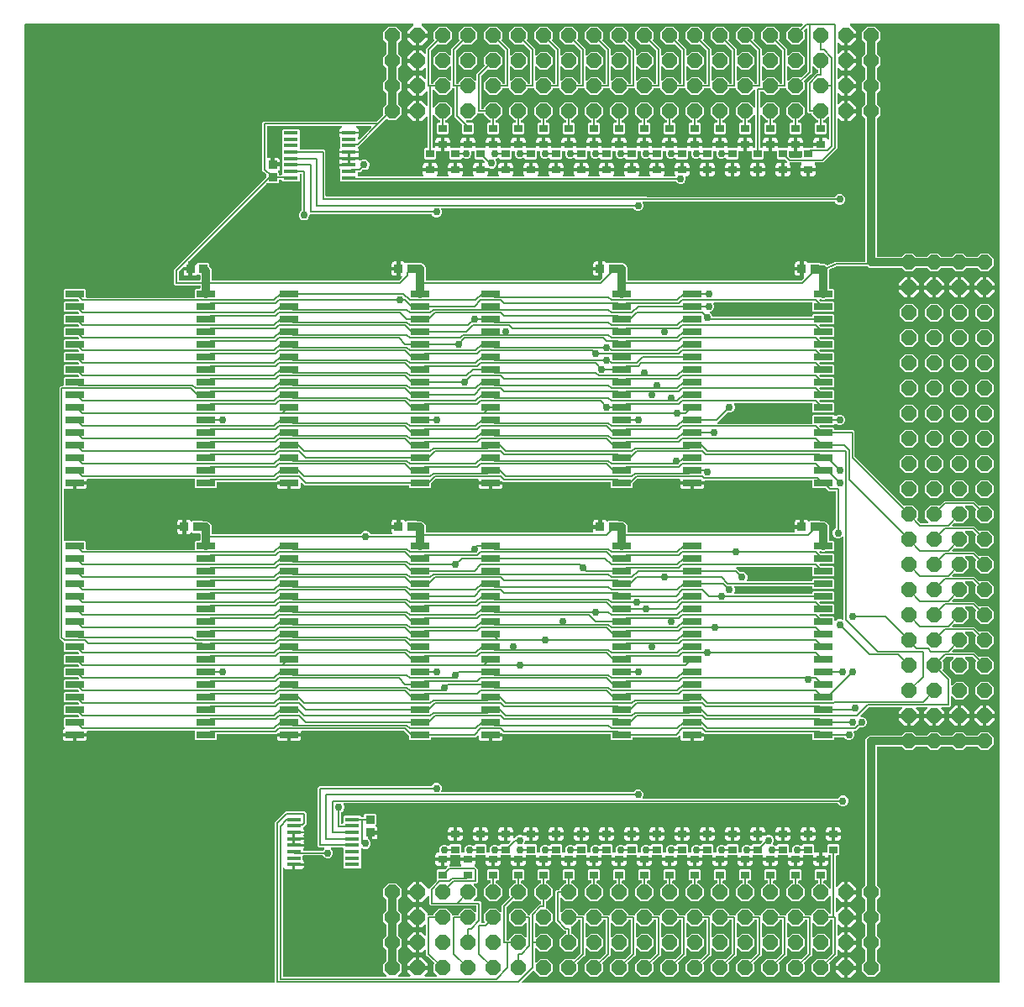
<source format=gtl>
G04 EAGLE Gerber RS-274X export*
G75*
%MOMM*%
%FSLAX34Y34*%
%LPD*%
%INTop Copper*%
%IPPOS*%
%AMOC8*
5,1,8,0,0,1.08239X$1,22.5*%
G01*
%ADD10R,0.940000X0.830000*%
%ADD11R,0.830000X0.940000*%
%ADD12R,1.922000X0.700000*%
%ADD13R,1.475000X0.450000*%
%ADD14P,1.649562X8X22.500000*%
%ADD15P,1.649562X8X202.500000*%
%ADD16P,1.649562X8X112.500000*%
%ADD17R,0.950000X0.800000*%
%ADD18C,0.152400*%
%ADD19C,0.756400*%
%ADD20C,0.812800*%
%ADD21C,0.203200*%
%ADD22C,0.508000*%

G36*
X261868Y10169D02*
X261868Y10169D01*
X261927Y10167D01*
X262008Y10189D01*
X262092Y10201D01*
X262145Y10224D01*
X262202Y10239D01*
X262274Y10282D01*
X262351Y10317D01*
X262396Y10355D01*
X262446Y10384D01*
X262504Y10446D01*
X262568Y10500D01*
X262601Y10549D01*
X262641Y10592D01*
X262679Y10667D01*
X262726Y10737D01*
X262744Y10793D01*
X262770Y10845D01*
X262782Y10913D01*
X262812Y11008D01*
X262814Y11108D01*
X262826Y11176D01*
X262826Y172397D01*
X273690Y183262D01*
X293047Y183262D01*
X294387Y181922D01*
X294387Y170503D01*
X292750Y168866D01*
X291229Y167345D01*
X291194Y167298D01*
X291151Y167258D01*
X291109Y167185D01*
X291058Y167118D01*
X291037Y167063D01*
X291008Y167013D01*
X290987Y166931D01*
X290957Y166852D01*
X290952Y166794D01*
X290938Y166737D01*
X290940Y166653D01*
X290933Y166569D01*
X290945Y166512D01*
X290947Y166453D01*
X290973Y166373D01*
X290989Y166290D01*
X291016Y166238D01*
X291034Y166183D01*
X291074Y166126D01*
X291120Y166038D01*
X291154Y166003D01*
X291513Y165381D01*
X291686Y164734D01*
X291686Y163274D01*
X281879Y163274D01*
X281821Y163266D01*
X281763Y163268D01*
X281681Y163246D01*
X281598Y163234D01*
X281544Y163211D01*
X281488Y163196D01*
X281415Y163153D01*
X281338Y163118D01*
X281294Y163080D01*
X281243Y163051D01*
X281186Y162989D01*
X281121Y162935D01*
X281089Y162886D01*
X281056Y162850D01*
X281025Y162832D01*
X280967Y162771D01*
X280903Y162716D01*
X280871Y162668D01*
X280831Y162625D01*
X280792Y162550D01*
X280745Y162480D01*
X280728Y162424D01*
X280701Y162372D01*
X280690Y162304D01*
X280660Y162209D01*
X280657Y162109D01*
X280646Y162041D01*
X280646Y155759D01*
X280654Y155701D01*
X280652Y155643D01*
X280657Y155623D01*
X280657Y155609D01*
X280646Y155541D01*
X280646Y149259D01*
X280654Y149201D01*
X280652Y149143D01*
X280674Y149061D01*
X280686Y148978D01*
X280709Y148924D01*
X280724Y148868D01*
X280767Y148795D01*
X280802Y148718D01*
X280840Y148674D01*
X280869Y148623D01*
X280931Y148566D01*
X280985Y148501D01*
X281034Y148469D01*
X281070Y148436D01*
X281088Y148405D01*
X281149Y148347D01*
X281204Y148283D01*
X281252Y148251D01*
X281295Y148211D01*
X281370Y148172D01*
X281440Y148125D01*
X281496Y148108D01*
X281548Y148081D01*
X281616Y148070D01*
X281711Y148040D01*
X281811Y148037D01*
X281879Y148026D01*
X291686Y148026D01*
X291686Y146566D01*
X291513Y145919D01*
X291178Y145340D01*
X291146Y145307D01*
X291128Y145284D01*
X291105Y145265D01*
X291043Y145171D01*
X290975Y145080D01*
X290964Y145053D01*
X290948Y145028D01*
X290914Y144920D01*
X290873Y144815D01*
X290871Y144785D01*
X290862Y144757D01*
X290859Y144644D01*
X290850Y144531D01*
X290856Y144502D01*
X290855Y144473D01*
X290883Y144364D01*
X290906Y144253D01*
X290919Y144226D01*
X290927Y144198D01*
X290984Y144101D01*
X291037Y144000D01*
X291057Y143979D01*
X291072Y143954D01*
X291154Y143876D01*
X291232Y143794D01*
X291258Y143779D01*
X291279Y143759D01*
X291380Y143708D01*
X291478Y143650D01*
X291506Y143643D01*
X291532Y143630D01*
X291610Y143617D01*
X291753Y143580D01*
X291816Y143582D01*
X291863Y143574D01*
X310437Y143574D01*
X310439Y143574D01*
X310440Y143574D01*
X310579Y143594D01*
X310719Y143614D01*
X310720Y143615D01*
X310722Y143615D01*
X310848Y143672D01*
X310978Y143730D01*
X310979Y143731D01*
X310981Y143732D01*
X311089Y143824D01*
X311195Y143914D01*
X311196Y143915D01*
X311197Y143916D01*
X311205Y143929D01*
X311353Y144151D01*
X311362Y144180D01*
X311375Y144201D01*
X311414Y144294D01*
X312250Y145130D01*
X312268Y145154D01*
X312290Y145173D01*
X312353Y145267D01*
X312421Y145357D01*
X312432Y145385D01*
X312448Y145409D01*
X312482Y145517D01*
X312522Y145623D01*
X312525Y145652D01*
X312534Y145680D01*
X312537Y145794D01*
X312546Y145906D01*
X312540Y145935D01*
X312541Y145964D01*
X312512Y146074D01*
X312490Y146185D01*
X312477Y146211D01*
X312469Y146239D01*
X312411Y146337D01*
X312359Y146437D01*
X312339Y146459D01*
X312324Y146484D01*
X312241Y146561D01*
X312163Y146643D01*
X312138Y146658D01*
X312117Y146678D01*
X312016Y146730D01*
X311918Y146787D01*
X311890Y146794D01*
X311863Y146808D01*
X311786Y146821D01*
X311643Y146857D01*
X311580Y146855D01*
X311532Y146863D01*
X307028Y146863D01*
X305688Y148203D01*
X305688Y207322D01*
X307028Y208662D01*
X419975Y208662D01*
X419976Y208662D01*
X419978Y208662D01*
X420117Y208682D01*
X420256Y208702D01*
X420258Y208702D01*
X420259Y208702D01*
X420386Y208759D01*
X420516Y208818D01*
X420517Y208819D01*
X420518Y208819D01*
X420626Y208912D01*
X420733Y209001D01*
X420734Y209003D01*
X420735Y209004D01*
X420743Y209017D01*
X420890Y209238D01*
X420900Y209267D01*
X420913Y209288D01*
X420951Y209381D01*
X422444Y210874D01*
X424394Y211682D01*
X426506Y211682D01*
X428456Y210874D01*
X429949Y209381D01*
X430757Y207431D01*
X430757Y205319D01*
X430092Y203716D01*
X430064Y203604D01*
X430029Y203495D01*
X430028Y203467D01*
X430021Y203440D01*
X430025Y203326D01*
X430022Y203211D01*
X430029Y203184D01*
X430030Y203156D01*
X430065Y203047D01*
X430094Y202936D01*
X430108Y202912D01*
X430116Y202885D01*
X430180Y202790D01*
X430239Y202691D01*
X430259Y202672D01*
X430275Y202649D01*
X430362Y202575D01*
X430446Y202497D01*
X430471Y202484D01*
X430492Y202466D01*
X430597Y202420D01*
X430699Y202367D01*
X430724Y202363D01*
X430752Y202351D01*
X431016Y202314D01*
X431030Y202312D01*
X623175Y202312D01*
X623176Y202312D01*
X623178Y202312D01*
X623317Y202332D01*
X623456Y202352D01*
X623458Y202352D01*
X623459Y202352D01*
X623586Y202409D01*
X623716Y202468D01*
X623717Y202469D01*
X623718Y202469D01*
X623826Y202562D01*
X623933Y202651D01*
X623934Y202653D01*
X623935Y202654D01*
X623943Y202667D01*
X624090Y202888D01*
X624100Y202917D01*
X624113Y202938D01*
X624151Y203031D01*
X625644Y204524D01*
X627594Y205332D01*
X629706Y205332D01*
X631656Y204524D01*
X633149Y203031D01*
X633957Y201081D01*
X633957Y198969D01*
X633292Y197366D01*
X633264Y197254D01*
X633229Y197145D01*
X633228Y197117D01*
X633221Y197090D01*
X633225Y196976D01*
X633222Y196861D01*
X633229Y196834D01*
X633230Y196806D01*
X633265Y196697D01*
X633294Y196586D01*
X633308Y196562D01*
X633316Y196535D01*
X633380Y196440D01*
X633439Y196341D01*
X633459Y196322D01*
X633475Y196299D01*
X633562Y196225D01*
X633646Y196147D01*
X633671Y196134D01*
X633692Y196116D01*
X633797Y196070D01*
X633899Y196017D01*
X633924Y196013D01*
X633952Y196001D01*
X634216Y195964D01*
X634230Y195962D01*
X829550Y195962D01*
X829551Y195962D01*
X829553Y195962D01*
X829692Y195982D01*
X829831Y196002D01*
X829833Y196002D01*
X829834Y196002D01*
X829961Y196059D01*
X830091Y196118D01*
X830092Y196119D01*
X830093Y196119D01*
X830201Y196212D01*
X830308Y196301D01*
X830309Y196303D01*
X830310Y196304D01*
X830318Y196317D01*
X830465Y196538D01*
X830475Y196567D01*
X830488Y196588D01*
X830526Y196681D01*
X832019Y198174D01*
X833969Y198982D01*
X836081Y198982D01*
X838031Y198174D01*
X839524Y196681D01*
X840332Y194731D01*
X840332Y192619D01*
X839524Y190669D01*
X838031Y189176D01*
X836081Y188368D01*
X833969Y188368D01*
X832019Y189176D01*
X830526Y190669D01*
X830488Y190762D01*
X830487Y190763D01*
X830487Y190764D01*
X830418Y190880D01*
X830343Y191006D01*
X830342Y191008D01*
X830341Y191009D01*
X830241Y191103D01*
X830137Y191202D01*
X830135Y191202D01*
X830134Y191203D01*
X830010Y191267D01*
X829884Y191332D01*
X829882Y191332D01*
X829881Y191333D01*
X829866Y191335D01*
X829605Y191387D01*
X829575Y191384D01*
X829550Y191388D01*
X332605Y191388D01*
X332492Y191372D01*
X332377Y191362D01*
X332351Y191352D01*
X332324Y191348D01*
X332219Y191301D01*
X332112Y191260D01*
X332090Y191244D01*
X332064Y191232D01*
X331977Y191158D01*
X331885Y191089D01*
X331869Y191066D01*
X331847Y191049D01*
X331784Y190953D01*
X331715Y190861D01*
X331705Y190835D01*
X331690Y190812D01*
X331655Y190702D01*
X331615Y190595D01*
X331612Y190567D01*
X331604Y190541D01*
X331601Y190426D01*
X331592Y190312D01*
X331598Y190287D01*
X331597Y190257D01*
X331664Y190000D01*
X331667Y189984D01*
X332332Y188381D01*
X332332Y186269D01*
X331524Y184319D01*
X330031Y182826D01*
X329939Y182788D01*
X329937Y182787D01*
X329936Y182787D01*
X329818Y182717D01*
X329694Y182643D01*
X329693Y182642D01*
X329691Y182641D01*
X329593Y182537D01*
X329499Y182437D01*
X329498Y182435D01*
X329497Y182434D01*
X329432Y182307D01*
X329368Y182184D01*
X329368Y182182D01*
X329367Y182181D01*
X329365Y182166D01*
X329313Y181905D01*
X329316Y181875D01*
X329312Y181850D01*
X329312Y171577D01*
X329320Y171520D01*
X329318Y171469D01*
X329319Y171468D01*
X329318Y171461D01*
X329340Y171379D01*
X329352Y171295D01*
X329375Y171242D01*
X329390Y171186D01*
X329433Y171113D01*
X329468Y171036D01*
X329506Y170991D01*
X329535Y170941D01*
X329597Y170883D01*
X329651Y170819D01*
X329700Y170787D01*
X329743Y170747D01*
X329818Y170708D01*
X329888Y170661D01*
X329944Y170644D01*
X329996Y170617D01*
X330064Y170606D01*
X330159Y170576D01*
X330259Y170573D01*
X330327Y170562D01*
X330615Y170562D01*
X330673Y170570D01*
X330731Y170568D01*
X330813Y170590D01*
X330897Y170602D01*
X330950Y170625D01*
X331006Y170640D01*
X331079Y170683D01*
X331156Y170718D01*
X331201Y170756D01*
X331251Y170785D01*
X331309Y170847D01*
X331373Y170901D01*
X331405Y170950D01*
X331445Y170993D01*
X331484Y171068D01*
X331531Y171138D01*
X331548Y171194D01*
X331575Y171246D01*
X331586Y171314D01*
X331616Y171409D01*
X331619Y171509D01*
X331630Y171577D01*
X331630Y178032D01*
X332523Y178925D01*
X348537Y178925D01*
X349449Y178012D01*
X349458Y177979D01*
X349470Y177895D01*
X349493Y177842D01*
X349508Y177786D01*
X349551Y177713D01*
X349586Y177636D01*
X349624Y177591D01*
X349653Y177541D01*
X349715Y177483D01*
X349769Y177419D01*
X349818Y177387D01*
X349861Y177347D01*
X349936Y177308D01*
X350006Y177261D01*
X350062Y177244D01*
X350114Y177217D01*
X350182Y177206D01*
X350277Y177176D01*
X350377Y177173D01*
X350445Y177162D01*
X351535Y177162D01*
X351593Y177170D01*
X351651Y177168D01*
X351733Y177190D01*
X351817Y177202D01*
X351870Y177225D01*
X351926Y177240D01*
X351999Y177283D01*
X352076Y177318D01*
X352121Y177356D01*
X352171Y177385D01*
X352229Y177447D01*
X352293Y177501D01*
X352325Y177550D01*
X352365Y177593D01*
X352404Y177668D01*
X352451Y177738D01*
X352468Y177794D01*
X352495Y177846D01*
X352506Y177914D01*
X352536Y178009D01*
X352539Y178109D01*
X352550Y178177D01*
X352550Y179657D01*
X353443Y180550D01*
X364107Y180550D01*
X365000Y179657D01*
X365000Y170093D01*
X364531Y169625D01*
X364502Y169586D01*
X364466Y169553D01*
X364417Y169473D01*
X364360Y169398D01*
X364343Y169352D01*
X364317Y169310D01*
X364292Y169220D01*
X364259Y169132D01*
X364255Y169083D01*
X364242Y169036D01*
X364243Y168942D01*
X364235Y168849D01*
X364245Y168801D01*
X364246Y168752D01*
X364273Y168662D01*
X364291Y168570D01*
X364314Y168527D01*
X364328Y168480D01*
X364379Y168401D01*
X364422Y168318D01*
X364456Y168282D01*
X364482Y168241D01*
X364540Y168194D01*
X364618Y168111D01*
X364693Y168068D01*
X364741Y168028D01*
X365035Y167858D01*
X365508Y167385D01*
X365843Y166806D01*
X366016Y166159D01*
X366016Y163706D01*
X359791Y163706D01*
X359733Y163698D01*
X359675Y163699D01*
X359593Y163678D01*
X359510Y163666D01*
X359456Y163642D01*
X359400Y163628D01*
X359327Y163585D01*
X359250Y163550D01*
X359206Y163512D01*
X359155Y163482D01*
X359098Y163421D01*
X359033Y163366D01*
X359001Y163318D01*
X358961Y163275D01*
X358922Y163200D01*
X358876Y163130D01*
X358858Y163074D01*
X358831Y163022D01*
X358820Y162954D01*
X358790Y162859D01*
X358787Y162759D01*
X358776Y162691D01*
X358776Y161674D01*
X357759Y161674D01*
X357701Y161666D01*
X357643Y161667D01*
X357561Y161646D01*
X357478Y161634D01*
X357424Y161610D01*
X357368Y161596D01*
X357295Y161553D01*
X357218Y161518D01*
X357173Y161480D01*
X357123Y161450D01*
X357065Y161389D01*
X357001Y161334D01*
X356969Y161286D01*
X356929Y161243D01*
X356890Y161168D01*
X356844Y161098D01*
X356826Y161042D01*
X356799Y160990D01*
X356788Y160922D01*
X356758Y160827D01*
X356755Y160727D01*
X356744Y160659D01*
X356744Y156007D01*
X356756Y155920D01*
X356759Y155833D01*
X356776Y155780D01*
X356784Y155725D01*
X356819Y155645D01*
X356846Y155562D01*
X356874Y155523D01*
X356900Y155466D01*
X356996Y155352D01*
X357041Y155289D01*
X358511Y153819D01*
X359319Y151868D01*
X359319Y149757D01*
X358511Y147806D01*
X357019Y146314D01*
X355068Y145506D01*
X352957Y145506D01*
X350834Y146385D01*
X350722Y146414D01*
X350613Y146449D01*
X350585Y146449D01*
X350558Y146456D01*
X350444Y146453D01*
X350329Y146456D01*
X350302Y146449D01*
X350274Y146448D01*
X350165Y146413D01*
X350054Y146384D01*
X350030Y146370D01*
X350003Y146361D01*
X349908Y146297D01*
X349809Y146239D01*
X349790Y146219D01*
X349767Y146203D01*
X349693Y146115D01*
X349615Y146032D01*
X349602Y146007D01*
X349584Y145986D01*
X349538Y145881D01*
X349485Y145778D01*
X349481Y145754D01*
X349469Y145726D01*
X349432Y145462D01*
X349430Y145447D01*
X349430Y126768D01*
X348537Y125875D01*
X332523Y125875D01*
X331630Y126768D01*
X331630Y145848D01*
X331622Y145906D01*
X331624Y145964D01*
X331602Y146046D01*
X331590Y146130D01*
X331567Y146183D01*
X331552Y146239D01*
X331509Y146312D01*
X331474Y146389D01*
X331436Y146434D01*
X331407Y146484D01*
X331345Y146542D01*
X331291Y146606D01*
X331242Y146638D01*
X331199Y146678D01*
X331124Y146717D01*
X331054Y146764D01*
X330998Y146781D01*
X330946Y146808D01*
X330878Y146819D01*
X330783Y146849D01*
X330683Y146852D01*
X330615Y146863D01*
X320293Y146863D01*
X320263Y146859D01*
X320234Y146862D01*
X320123Y146839D01*
X320011Y146823D01*
X319984Y146811D01*
X319956Y146806D01*
X319855Y146753D01*
X319752Y146707D01*
X319729Y146688D01*
X319703Y146675D01*
X319621Y146597D01*
X319535Y146524D01*
X319518Y146499D01*
X319497Y146479D01*
X319440Y146381D01*
X319377Y146287D01*
X319368Y146259D01*
X319353Y146234D01*
X319325Y146124D01*
X319291Y146016D01*
X319291Y145986D01*
X319283Y145958D01*
X319287Y145845D01*
X319284Y145732D01*
X319291Y145703D01*
X319292Y145674D01*
X319327Y145566D01*
X319356Y145457D01*
X319371Y145431D01*
X319380Y145403D01*
X319425Y145339D01*
X319501Y145212D01*
X319547Y145169D01*
X319575Y145130D01*
X320411Y144294D01*
X321219Y142343D01*
X321219Y140232D01*
X320411Y138281D01*
X318919Y136789D01*
X316968Y135981D01*
X314857Y135981D01*
X312906Y136789D01*
X311414Y138281D01*
X311375Y138374D01*
X311374Y138375D01*
X311374Y138377D01*
X311305Y138493D01*
X311231Y138619D01*
X311230Y138620D01*
X311229Y138621D01*
X311128Y138716D01*
X311024Y138814D01*
X311023Y138815D01*
X311022Y138816D01*
X310896Y138880D01*
X310771Y138944D01*
X310770Y138945D01*
X310768Y138945D01*
X310753Y138948D01*
X310492Y138999D01*
X310462Y138997D01*
X310437Y139001D01*
X291685Y139001D01*
X291627Y138993D01*
X291569Y138994D01*
X291487Y138973D01*
X291403Y138961D01*
X291350Y138937D01*
X291294Y138922D01*
X291221Y138879D01*
X291144Y138845D01*
X291099Y138807D01*
X291049Y138777D01*
X290991Y138715D01*
X290927Y138661D01*
X290895Y138612D01*
X290855Y138570D01*
X290816Y138495D01*
X290769Y138424D01*
X290752Y138369D01*
X290725Y138317D01*
X290714Y138249D01*
X290684Y138153D01*
X290681Y138054D01*
X290670Y137986D01*
X290670Y134389D01*
X290682Y134302D01*
X290685Y134215D01*
X290702Y134162D01*
X290710Y134107D01*
X290745Y134028D01*
X290772Y133944D01*
X290800Y133905D01*
X290826Y133848D01*
X290922Y133735D01*
X290967Y133671D01*
X291178Y133460D01*
X291513Y132881D01*
X291686Y132234D01*
X291686Y130774D01*
X281879Y130774D01*
X281821Y130766D01*
X281763Y130768D01*
X281681Y130746D01*
X281598Y130734D01*
X281544Y130711D01*
X281488Y130696D01*
X281415Y130653D01*
X281338Y130618D01*
X281294Y130580D01*
X281243Y130551D01*
X281186Y130489D01*
X281121Y130435D01*
X281089Y130386D01*
X281056Y130350D01*
X281025Y130332D01*
X280967Y130271D01*
X280903Y130216D01*
X280871Y130168D01*
X280831Y130125D01*
X280792Y130050D01*
X280745Y129980D01*
X280728Y129924D01*
X280701Y129872D01*
X280690Y129804D01*
X280660Y129709D01*
X280657Y129609D01*
X280646Y129541D01*
X280646Y124859D01*
X274061Y124859D01*
X273414Y125032D01*
X272835Y125367D01*
X272307Y125895D01*
X272284Y125912D01*
X272265Y125935D01*
X272171Y125997D01*
X272080Y126065D01*
X272053Y126076D01*
X272028Y126092D01*
X271920Y126126D01*
X271815Y126167D01*
X271785Y126169D01*
X271757Y126178D01*
X271644Y126181D01*
X271531Y126190D01*
X271503Y126184D01*
X271473Y126185D01*
X271364Y126157D01*
X271252Y126134D01*
X271226Y126121D01*
X271198Y126113D01*
X271101Y126056D01*
X271000Y126003D01*
X270979Y125983D01*
X270954Y125968D01*
X270876Y125886D01*
X270794Y125808D01*
X270779Y125782D01*
X270759Y125761D01*
X270708Y125660D01*
X270650Y125562D01*
X270643Y125534D01*
X270630Y125508D01*
X270617Y125430D01*
X270580Y125287D01*
X270582Y125224D01*
X270574Y125177D01*
X270574Y17589D01*
X270582Y17532D01*
X270581Y17473D01*
X270602Y17392D01*
X270614Y17308D01*
X270638Y17255D01*
X270653Y17198D01*
X270696Y17126D01*
X270730Y17049D01*
X270768Y17004D01*
X270798Y16954D01*
X270860Y16896D01*
X270914Y16832D01*
X270963Y16799D01*
X271005Y16759D01*
X271080Y16721D01*
X271151Y16674D01*
X271206Y16656D01*
X271258Y16630D01*
X271326Y16618D01*
X271422Y16588D01*
X271521Y16586D01*
X271589Y16574D01*
X374442Y16574D01*
X374471Y16578D01*
X374500Y16576D01*
X374611Y16598D01*
X374724Y16614D01*
X374750Y16626D01*
X374779Y16632D01*
X374880Y16684D01*
X374983Y16730D01*
X375006Y16749D01*
X375031Y16763D01*
X375114Y16841D01*
X375200Y16914D01*
X375216Y16938D01*
X375238Y16959D01*
X375295Y17056D01*
X375358Y17151D01*
X375367Y17179D01*
X375381Y17204D01*
X375409Y17313D01*
X375443Y17422D01*
X375444Y17451D01*
X375451Y17479D01*
X375448Y17592D01*
X375451Y17706D01*
X375443Y17734D01*
X375442Y17764D01*
X375408Y17871D01*
X375379Y17981D01*
X375364Y18006D01*
X375355Y18034D01*
X375309Y18098D01*
X375234Y18225D01*
X375188Y18268D01*
X375160Y18307D01*
X371855Y21612D01*
X371855Y29188D01*
X375114Y32447D01*
X375166Y32516D01*
X375226Y32580D01*
X375252Y32630D01*
X375285Y32674D01*
X375316Y32755D01*
X375356Y32833D01*
X375364Y32881D01*
X375386Y32939D01*
X375398Y33087D01*
X375411Y33164D01*
X375411Y43036D01*
X375399Y43122D01*
X375396Y43210D01*
X375379Y43262D01*
X375371Y43317D01*
X375336Y43397D01*
X375309Y43480D01*
X375281Y43519D01*
X375255Y43577D01*
X375159Y43690D01*
X375114Y43753D01*
X371855Y47012D01*
X371855Y54588D01*
X375114Y57847D01*
X375166Y57916D01*
X375226Y57980D01*
X375252Y58030D01*
X375285Y58074D01*
X375316Y58155D01*
X375356Y58233D01*
X375364Y58281D01*
X375386Y58339D01*
X375398Y58487D01*
X375411Y58564D01*
X375411Y68436D01*
X375399Y68522D01*
X375396Y68610D01*
X375379Y68662D01*
X375371Y68717D01*
X375336Y68797D01*
X375309Y68880D01*
X375281Y68919D01*
X375255Y68977D01*
X375159Y69090D01*
X375114Y69153D01*
X371855Y72412D01*
X371855Y79988D01*
X375114Y83247D01*
X375166Y83316D01*
X375226Y83380D01*
X375252Y83430D01*
X375285Y83474D01*
X375316Y83555D01*
X375356Y83633D01*
X375364Y83681D01*
X375386Y83739D01*
X375398Y83887D01*
X375411Y83964D01*
X375411Y93836D01*
X375399Y93922D01*
X375396Y94010D01*
X375379Y94062D01*
X375371Y94117D01*
X375336Y94197D01*
X375309Y94280D01*
X375281Y94319D01*
X375255Y94377D01*
X375159Y94490D01*
X375114Y94553D01*
X371855Y97812D01*
X371855Y105388D01*
X377212Y110745D01*
X384788Y110745D01*
X390145Y105388D01*
X390145Y97812D01*
X386886Y94553D01*
X386834Y94484D01*
X386774Y94420D01*
X386748Y94370D01*
X386715Y94326D01*
X386684Y94245D01*
X386644Y94167D01*
X386636Y94119D01*
X386614Y94061D01*
X386602Y93913D01*
X386589Y93836D01*
X386589Y83964D01*
X386601Y83878D01*
X386604Y83790D01*
X386621Y83738D01*
X386629Y83683D01*
X386664Y83603D01*
X386691Y83520D01*
X386719Y83481D01*
X386745Y83423D01*
X386841Y83310D01*
X386886Y83247D01*
X390145Y79988D01*
X390145Y72412D01*
X386886Y69153D01*
X386834Y69084D01*
X386774Y69020D01*
X386748Y68970D01*
X386715Y68926D01*
X386684Y68845D01*
X386644Y68767D01*
X386636Y68719D01*
X386614Y68661D01*
X386602Y68513D01*
X386589Y68436D01*
X386589Y58564D01*
X386601Y58478D01*
X386604Y58390D01*
X386621Y58338D01*
X386629Y58283D01*
X386664Y58203D01*
X386691Y58120D01*
X386719Y58081D01*
X386745Y58023D01*
X386841Y57910D01*
X386886Y57847D01*
X390145Y54588D01*
X390145Y47012D01*
X386886Y43753D01*
X386834Y43684D01*
X386774Y43620D01*
X386748Y43570D01*
X386715Y43526D01*
X386684Y43445D01*
X386644Y43367D01*
X386636Y43319D01*
X386614Y43261D01*
X386602Y43113D01*
X386589Y43036D01*
X386589Y33164D01*
X386601Y33078D01*
X386604Y32990D01*
X386621Y32938D01*
X386629Y32883D01*
X386664Y32803D01*
X386691Y32720D01*
X386719Y32681D01*
X386745Y32623D01*
X386841Y32510D01*
X386886Y32447D01*
X390145Y29188D01*
X390145Y21612D01*
X386840Y18307D01*
X386822Y18284D01*
X386800Y18265D01*
X386737Y18171D01*
X386669Y18080D01*
X386659Y18053D01*
X386642Y18028D01*
X386608Y17920D01*
X386568Y17815D01*
X386565Y17785D01*
X386557Y17757D01*
X386554Y17644D01*
X386544Y17531D01*
X386550Y17503D01*
X386549Y17473D01*
X386578Y17364D01*
X386600Y17252D01*
X386614Y17226D01*
X386621Y17198D01*
X386679Y17101D01*
X386731Y17000D01*
X386751Y16979D01*
X386766Y16954D01*
X386849Y16876D01*
X386927Y16794D01*
X386952Y16779D01*
X386974Y16759D01*
X387074Y16708D01*
X387172Y16650D01*
X387201Y16643D01*
X387227Y16630D01*
X387304Y16617D01*
X387448Y16580D01*
X387510Y16582D01*
X387558Y16574D01*
X398405Y16574D01*
X398434Y16578D01*
X398464Y16576D01*
X398575Y16598D01*
X398687Y16614D01*
X398714Y16626D01*
X398742Y16632D01*
X398843Y16684D01*
X398946Y16730D01*
X398969Y16749D01*
X398995Y16763D01*
X399077Y16841D01*
X399163Y16914D01*
X399179Y16938D01*
X399201Y16959D01*
X399258Y17056D01*
X399321Y17151D01*
X399330Y17179D01*
X399344Y17204D01*
X399372Y17313D01*
X399407Y17422D01*
X399407Y17451D01*
X399415Y17479D01*
X399411Y17592D01*
X399414Y17706D01*
X399406Y17734D01*
X399406Y17764D01*
X399371Y17871D01*
X399342Y17981D01*
X399327Y18006D01*
X399318Y18034D01*
X399273Y18098D01*
X399197Y18225D01*
X399151Y18268D01*
X399123Y18307D01*
X396239Y21191D01*
X396239Y23369D01*
X405384Y23369D01*
X405442Y23377D01*
X405500Y23375D01*
X405582Y23397D01*
X405665Y23409D01*
X405719Y23433D01*
X405775Y23447D01*
X405848Y23490D01*
X405925Y23525D01*
X405969Y23563D01*
X406020Y23593D01*
X406077Y23654D01*
X406142Y23709D01*
X406174Y23757D01*
X406214Y23800D01*
X406253Y23875D01*
X406299Y23945D01*
X406317Y24001D01*
X406344Y24053D01*
X406355Y24121D01*
X406385Y24216D01*
X406388Y24316D01*
X406399Y24384D01*
X406399Y25401D01*
X406401Y25401D01*
X406401Y24384D01*
X406409Y24326D01*
X406408Y24268D01*
X406429Y24186D01*
X406441Y24103D01*
X406465Y24049D01*
X406479Y23993D01*
X406522Y23920D01*
X406557Y23843D01*
X406595Y23798D01*
X406625Y23748D01*
X406686Y23690D01*
X406741Y23626D01*
X406789Y23594D01*
X406832Y23554D01*
X406907Y23515D01*
X406977Y23469D01*
X407033Y23451D01*
X407085Y23424D01*
X407153Y23413D01*
X407248Y23383D01*
X407348Y23380D01*
X407416Y23369D01*
X416561Y23369D01*
X416561Y21191D01*
X413677Y18307D01*
X413659Y18284D01*
X413637Y18265D01*
X413574Y18171D01*
X413506Y18080D01*
X413495Y18053D01*
X413479Y18028D01*
X413445Y17920D01*
X413405Y17815D01*
X413402Y17785D01*
X413393Y17757D01*
X413390Y17644D01*
X413381Y17531D01*
X413387Y17503D01*
X413386Y17473D01*
X413415Y17364D01*
X413437Y17252D01*
X413451Y17226D01*
X413458Y17198D01*
X413516Y17101D01*
X413568Y17000D01*
X413588Y16979D01*
X413603Y16954D01*
X413686Y16876D01*
X413764Y16794D01*
X413789Y16779D01*
X413810Y16759D01*
X413911Y16708D01*
X414009Y16650D01*
X414037Y16643D01*
X414064Y16630D01*
X414141Y16617D01*
X414285Y16580D01*
X414347Y16582D01*
X414395Y16574D01*
X425242Y16574D01*
X425271Y16578D01*
X425300Y16576D01*
X425411Y16598D01*
X425524Y16614D01*
X425550Y16626D01*
X425579Y16632D01*
X425680Y16684D01*
X425783Y16730D01*
X425806Y16749D01*
X425831Y16763D01*
X425914Y16841D01*
X426000Y16914D01*
X426016Y16938D01*
X426038Y16959D01*
X426095Y17056D01*
X426158Y17151D01*
X426167Y17179D01*
X426181Y17204D01*
X426209Y17313D01*
X426243Y17422D01*
X426244Y17451D01*
X426251Y17479D01*
X426248Y17592D01*
X426251Y17706D01*
X426243Y17734D01*
X426242Y17764D01*
X426208Y17871D01*
X426179Y17981D01*
X426164Y18006D01*
X426155Y18034D01*
X426109Y18098D01*
X426034Y18225D01*
X425988Y18268D01*
X425960Y18307D01*
X422655Y21612D01*
X422655Y29188D01*
X422999Y29531D01*
X423034Y29578D01*
X423076Y29618D01*
X423119Y29691D01*
X423170Y29759D01*
X423191Y29813D01*
X423220Y29864D01*
X423241Y29945D01*
X423271Y30024D01*
X423276Y30083D01*
X423290Y30139D01*
X423288Y30224D01*
X423295Y30308D01*
X423283Y30365D01*
X423281Y30423D01*
X423255Y30504D01*
X423239Y30586D01*
X423212Y30638D01*
X423194Y30694D01*
X423154Y30750D01*
X423108Y30839D01*
X423039Y30911D01*
X422999Y30967D01*
X416863Y37103D01*
X416863Y37104D01*
X415226Y38740D01*
X415226Y42805D01*
X415222Y42834D01*
X415224Y42864D01*
X415202Y42975D01*
X415186Y43087D01*
X415174Y43114D01*
X415168Y43142D01*
X415116Y43243D01*
X415070Y43346D01*
X415051Y43369D01*
X415037Y43395D01*
X414959Y43477D01*
X414886Y43563D01*
X414862Y43579D01*
X414841Y43601D01*
X414744Y43658D01*
X414649Y43721D01*
X414621Y43730D01*
X414596Y43744D01*
X414487Y43772D01*
X414378Y43807D01*
X414349Y43807D01*
X414321Y43815D01*
X414208Y43811D01*
X414094Y43814D01*
X414066Y43806D01*
X414036Y43806D01*
X413929Y43771D01*
X413819Y43742D01*
X413794Y43727D01*
X413766Y43718D01*
X413702Y43673D01*
X413575Y43597D01*
X413532Y43551D01*
X413493Y43523D01*
X410609Y40639D01*
X408431Y40639D01*
X408431Y49784D01*
X408424Y49837D01*
X408425Y49872D01*
X408424Y49874D01*
X408425Y49900D01*
X408403Y49982D01*
X408391Y50065D01*
X408367Y50119D01*
X408353Y50175D01*
X408310Y50248D01*
X408275Y50325D01*
X408237Y50369D01*
X408207Y50420D01*
X408146Y50477D01*
X408091Y50542D01*
X408043Y50574D01*
X408000Y50614D01*
X407925Y50653D01*
X407855Y50699D01*
X407799Y50717D01*
X407747Y50744D01*
X407679Y50755D01*
X407584Y50785D01*
X407484Y50788D01*
X407416Y50799D01*
X406399Y50799D01*
X406399Y50801D01*
X407416Y50801D01*
X407474Y50809D01*
X407532Y50808D01*
X407614Y50829D01*
X407697Y50841D01*
X407751Y50865D01*
X407807Y50879D01*
X407880Y50922D01*
X407957Y50957D01*
X408002Y50995D01*
X408052Y51025D01*
X408110Y51086D01*
X408174Y51141D01*
X408206Y51189D01*
X408246Y51232D01*
X408285Y51307D01*
X408331Y51377D01*
X408349Y51433D01*
X408376Y51485D01*
X408387Y51553D01*
X408417Y51648D01*
X408420Y51748D01*
X408431Y51816D01*
X408431Y60961D01*
X410609Y60961D01*
X413493Y58077D01*
X413516Y58059D01*
X413535Y58037D01*
X413629Y57974D01*
X413720Y57906D01*
X413747Y57895D01*
X413772Y57879D01*
X413880Y57845D01*
X413985Y57805D01*
X414015Y57802D01*
X414043Y57793D01*
X414156Y57790D01*
X414269Y57781D01*
X414297Y57787D01*
X414327Y57786D01*
X414436Y57815D01*
X414548Y57837D01*
X414574Y57851D01*
X414602Y57858D01*
X414699Y57916D01*
X414800Y57968D01*
X414821Y57988D01*
X414846Y58003D01*
X414924Y58086D01*
X415006Y58164D01*
X415021Y58189D01*
X415041Y58210D01*
X415092Y58311D01*
X415150Y58409D01*
X415157Y58437D01*
X415170Y58464D01*
X415183Y58541D01*
X415220Y58685D01*
X415218Y58747D01*
X415226Y58795D01*
X415226Y68205D01*
X415222Y68234D01*
X415224Y68264D01*
X415202Y68375D01*
X415186Y68487D01*
X415174Y68514D01*
X415168Y68542D01*
X415116Y68643D01*
X415070Y68746D01*
X415051Y68769D01*
X415037Y68795D01*
X414959Y68877D01*
X414886Y68963D01*
X414862Y68979D01*
X414841Y69001D01*
X414744Y69058D01*
X414649Y69121D01*
X414621Y69130D01*
X414596Y69144D01*
X414487Y69172D01*
X414378Y69207D01*
X414349Y69207D01*
X414321Y69215D01*
X414208Y69211D01*
X414094Y69214D01*
X414066Y69206D01*
X414036Y69206D01*
X413929Y69171D01*
X413819Y69142D01*
X413794Y69127D01*
X413766Y69118D01*
X413702Y69073D01*
X413575Y68997D01*
X413532Y68951D01*
X413493Y68923D01*
X410609Y66039D01*
X408431Y66039D01*
X408431Y75184D01*
X408424Y75235D01*
X408425Y75253D01*
X408423Y75257D01*
X408425Y75300D01*
X408403Y75382D01*
X408391Y75465D01*
X408367Y75519D01*
X408353Y75575D01*
X408310Y75648D01*
X408275Y75725D01*
X408237Y75769D01*
X408207Y75820D01*
X408146Y75877D01*
X408091Y75942D01*
X408043Y75974D01*
X408000Y76014D01*
X407925Y76053D01*
X407855Y76099D01*
X407799Y76117D01*
X407747Y76144D01*
X407679Y76155D01*
X407584Y76185D01*
X407484Y76188D01*
X407416Y76199D01*
X406399Y76199D01*
X406399Y76201D01*
X407416Y76201D01*
X407474Y76209D01*
X407532Y76208D01*
X407614Y76229D01*
X407697Y76241D01*
X407751Y76265D01*
X407807Y76279D01*
X407880Y76322D01*
X407957Y76357D01*
X408002Y76395D01*
X408052Y76425D01*
X408110Y76486D01*
X408174Y76541D01*
X408206Y76589D01*
X408246Y76632D01*
X408285Y76707D01*
X408331Y76777D01*
X408349Y76833D01*
X408376Y76885D01*
X408387Y76953D01*
X408417Y77048D01*
X408420Y77148D01*
X408431Y77216D01*
X408431Y86361D01*
X410609Y86361D01*
X416561Y80409D01*
X416561Y79502D01*
X416569Y79444D01*
X416567Y79386D01*
X416589Y79304D01*
X416601Y79220D01*
X416624Y79167D01*
X416639Y79111D01*
X416682Y79038D01*
X416717Y78961D01*
X416755Y78916D01*
X416784Y78866D01*
X416846Y78808D01*
X416900Y78744D01*
X416949Y78712D01*
X416992Y78672D01*
X417067Y78633D01*
X417137Y78586D01*
X417193Y78569D01*
X417245Y78542D01*
X417313Y78531D01*
X417408Y78501D01*
X417508Y78498D01*
X417576Y78487D01*
X421640Y78487D01*
X421698Y78495D01*
X421756Y78493D01*
X421838Y78515D01*
X421922Y78527D01*
X421975Y78550D01*
X422031Y78565D01*
X422104Y78608D01*
X422181Y78643D01*
X422226Y78681D01*
X422276Y78710D01*
X422334Y78772D01*
X422398Y78826D01*
X422430Y78875D01*
X422470Y78918D01*
X422509Y78993D01*
X422556Y79063D01*
X422573Y79119D01*
X422600Y79171D01*
X422611Y79239D01*
X422641Y79334D01*
X422644Y79434D01*
X422655Y79502D01*
X422655Y79988D01*
X428012Y85345D01*
X435588Y85345D01*
X440945Y79988D01*
X440945Y79502D01*
X440953Y79444D01*
X440951Y79386D01*
X440973Y79304D01*
X440985Y79220D01*
X441008Y79167D01*
X441023Y79111D01*
X441066Y79038D01*
X441101Y78961D01*
X441139Y78916D01*
X441168Y78866D01*
X441230Y78808D01*
X441284Y78744D01*
X441333Y78712D01*
X441376Y78672D01*
X441451Y78633D01*
X441521Y78586D01*
X441577Y78569D01*
X441629Y78542D01*
X441697Y78531D01*
X441792Y78501D01*
X441892Y78498D01*
X441960Y78487D01*
X447040Y78487D01*
X447098Y78495D01*
X447156Y78493D01*
X447238Y78515D01*
X447322Y78527D01*
X447375Y78550D01*
X447431Y78565D01*
X447504Y78608D01*
X447581Y78643D01*
X447626Y78681D01*
X447676Y78710D01*
X447734Y78772D01*
X447798Y78826D01*
X447830Y78875D01*
X447870Y78918D01*
X447909Y78993D01*
X447956Y79063D01*
X447973Y79119D01*
X448000Y79171D01*
X448011Y79239D01*
X448041Y79334D01*
X448044Y79434D01*
X448055Y79502D01*
X448055Y79988D01*
X453412Y85345D01*
X460988Y85345D01*
X464293Y82040D01*
X464316Y82022D01*
X464335Y82000D01*
X464429Y81937D01*
X464520Y81869D01*
X464547Y81859D01*
X464572Y81842D01*
X464680Y81808D01*
X464785Y81768D01*
X464815Y81765D01*
X464843Y81757D01*
X464956Y81754D01*
X465069Y81744D01*
X465097Y81750D01*
X465127Y81749D01*
X465236Y81778D01*
X465348Y81800D01*
X465374Y81814D01*
X465402Y81821D01*
X465499Y81879D01*
X465600Y81931D01*
X465621Y81951D01*
X465646Y81966D01*
X465724Y82049D01*
X465806Y82127D01*
X465821Y82152D01*
X465841Y82174D01*
X465892Y82274D01*
X465950Y82372D01*
X465957Y82401D01*
X465970Y82427D01*
X465983Y82504D01*
X466020Y82648D01*
X466018Y82710D01*
X466026Y82758D01*
X466026Y87186D01*
X466018Y87243D01*
X466019Y87302D01*
X465998Y87383D01*
X465986Y87467D01*
X465962Y87520D01*
X465947Y87577D01*
X465904Y87649D01*
X465870Y87726D01*
X465832Y87771D01*
X465802Y87821D01*
X465740Y87879D01*
X465686Y87943D01*
X465637Y87976D01*
X465595Y88016D01*
X465520Y88054D01*
X465449Y88101D01*
X465394Y88119D01*
X465342Y88145D01*
X465274Y88157D01*
X465178Y88187D01*
X465079Y88189D01*
X465011Y88201D01*
X419740Y88201D01*
X418401Y89540D01*
X418401Y96780D01*
X418397Y96809D01*
X418399Y96839D01*
X418377Y96950D01*
X418361Y97062D01*
X418349Y97089D01*
X418343Y97117D01*
X418291Y97218D01*
X418245Y97321D01*
X418226Y97344D01*
X418212Y97370D01*
X418134Y97452D01*
X418061Y97538D01*
X418037Y97555D01*
X418016Y97576D01*
X417919Y97633D01*
X417824Y97696D01*
X417796Y97705D01*
X417771Y97719D01*
X417662Y97747D01*
X417553Y97782D01*
X417524Y97782D01*
X417496Y97790D01*
X417383Y97786D01*
X417269Y97789D01*
X417241Y97781D01*
X417211Y97781D01*
X417104Y97746D01*
X416994Y97717D01*
X416969Y97702D01*
X416941Y97693D01*
X416877Y97648D01*
X416750Y97572D01*
X416707Y97526D01*
X416668Y97498D01*
X410609Y91439D01*
X408431Y91439D01*
X408431Y100584D01*
X408424Y100632D01*
X408425Y100634D01*
X408424Y100638D01*
X408423Y100642D01*
X408425Y100700D01*
X408403Y100782D01*
X408391Y100865D01*
X408367Y100919D01*
X408353Y100975D01*
X408310Y101048D01*
X408275Y101125D01*
X408237Y101169D01*
X408207Y101220D01*
X408146Y101277D01*
X408091Y101342D01*
X408043Y101374D01*
X408000Y101414D01*
X407925Y101453D01*
X407855Y101499D01*
X407799Y101517D01*
X407747Y101544D01*
X407679Y101555D01*
X407584Y101585D01*
X407484Y101588D01*
X407416Y101599D01*
X406399Y101599D01*
X406399Y101601D01*
X407416Y101601D01*
X407474Y101609D01*
X407532Y101608D01*
X407614Y101629D01*
X407697Y101641D01*
X407751Y101665D01*
X407807Y101679D01*
X407880Y101722D01*
X407957Y101757D01*
X408002Y101795D01*
X408052Y101825D01*
X408110Y101886D01*
X408174Y101941D01*
X408206Y101989D01*
X408246Y102032D01*
X408285Y102107D01*
X408331Y102177D01*
X408349Y102233D01*
X408376Y102285D01*
X408387Y102353D01*
X408417Y102448D01*
X408420Y102548D01*
X408431Y102616D01*
X408431Y111761D01*
X410609Y111761D01*
X416806Y105563D01*
X416853Y105528D01*
X416893Y105486D01*
X416966Y105443D01*
X417033Y105392D01*
X417088Y105372D01*
X417138Y105342D01*
X417220Y105321D01*
X417299Y105291D01*
X417357Y105286D01*
X417414Y105272D01*
X417498Y105275D01*
X417582Y105268D01*
X417640Y105279D01*
X417698Y105281D01*
X417778Y105307D01*
X417861Y105324D01*
X417913Y105350D01*
X417969Y105368D01*
X418025Y105409D01*
X418113Y105455D01*
X418186Y105523D01*
X418242Y105563D01*
X420038Y107359D01*
X425568Y112890D01*
X425603Y112936D01*
X425646Y112977D01*
X425688Y113049D01*
X425739Y113117D01*
X425760Y113171D01*
X425790Y113222D01*
X425810Y113304D01*
X425840Y113383D01*
X425845Y113441D01*
X425860Y113497D01*
X425857Y113582D01*
X425864Y113666D01*
X425852Y113723D01*
X425851Y113782D01*
X425825Y113862D01*
X425808Y113945D01*
X425781Y113996D01*
X425763Y114052D01*
X425723Y114108D01*
X425677Y114197D01*
X425608Y114269D01*
X425568Y114325D01*
X425525Y114368D01*
X425525Y123632D01*
X426418Y124525D01*
X433608Y124525D01*
X433694Y124537D01*
X433782Y124540D01*
X433835Y124557D01*
X433889Y124565D01*
X433969Y124600D01*
X434052Y124627D01*
X434092Y124655D01*
X434149Y124681D01*
X434262Y124777D01*
X434326Y124822D01*
X435566Y126062D01*
X436230Y126726D01*
X436247Y126750D01*
X436270Y126769D01*
X436333Y126863D01*
X436401Y126953D01*
X436411Y126981D01*
X436427Y127005D01*
X436461Y127113D01*
X436502Y127219D01*
X436504Y127248D01*
X436513Y127276D01*
X436516Y127390D01*
X436525Y127502D01*
X436520Y127531D01*
X436520Y127560D01*
X436492Y127670D01*
X436470Y127781D01*
X436456Y127807D01*
X436449Y127835D01*
X436391Y127933D01*
X436339Y128033D01*
X436318Y128055D01*
X436303Y128080D01*
X436221Y128157D01*
X436143Y128239D01*
X436117Y128254D01*
X436096Y128274D01*
X435995Y128326D01*
X435897Y128383D01*
X435869Y128390D01*
X435843Y128404D01*
X435766Y128417D01*
X435622Y128453D01*
X435559Y128451D01*
X435512Y128459D01*
X433799Y128459D01*
X433799Y133001D01*
X439091Y133001D01*
X439091Y130666D01*
X438918Y130019D01*
X438583Y129440D01*
X438576Y129432D01*
X438558Y129409D01*
X438535Y129390D01*
X438473Y129296D01*
X438405Y129205D01*
X438394Y129178D01*
X438378Y129153D01*
X438344Y129045D01*
X438303Y128940D01*
X438301Y128910D01*
X438292Y128882D01*
X438289Y128769D01*
X438280Y128656D01*
X438286Y128627D01*
X438285Y128598D01*
X438313Y128489D01*
X438336Y128378D01*
X438349Y128351D01*
X438357Y128323D01*
X438414Y128226D01*
X438467Y128125D01*
X438487Y128104D01*
X438502Y128079D01*
X438584Y128001D01*
X438662Y127919D01*
X438688Y127904D01*
X438709Y127884D01*
X438810Y127833D01*
X438908Y127775D01*
X438936Y127768D01*
X438962Y127755D01*
X439040Y127742D01*
X439183Y127705D01*
X439246Y127707D01*
X439293Y127699D01*
X449707Y127699D01*
X449736Y127703D01*
X449765Y127701D01*
X449876Y127723D01*
X449988Y127739D01*
X450015Y127751D01*
X450044Y127757D01*
X450144Y127809D01*
X450248Y127855D01*
X450270Y127874D01*
X450296Y127888D01*
X450378Y127966D01*
X450465Y128039D01*
X450481Y128063D01*
X450502Y128084D01*
X450559Y128181D01*
X450622Y128276D01*
X450631Y128304D01*
X450646Y128329D01*
X450674Y128439D01*
X450708Y128547D01*
X450709Y128576D01*
X450716Y128605D01*
X450712Y128718D01*
X450715Y128831D01*
X450708Y128859D01*
X450707Y128889D01*
X450672Y128996D01*
X450643Y129106D01*
X450628Y129131D01*
X450619Y129159D01*
X450574Y129223D01*
X450498Y129350D01*
X450452Y129393D01*
X450424Y129432D01*
X450417Y129440D01*
X450082Y130019D01*
X449909Y130666D01*
X449909Y133001D01*
X456216Y133001D01*
X456274Y133009D01*
X456332Y133007D01*
X456414Y133029D01*
X456497Y133041D01*
X456551Y133064D01*
X456607Y133079D01*
X456680Y133122D01*
X456757Y133157D01*
X456801Y133195D01*
X456852Y133224D01*
X456909Y133286D01*
X456974Y133340D01*
X457006Y133389D01*
X457046Y133432D01*
X457085Y133507D01*
X457131Y133577D01*
X457149Y133633D01*
X457176Y133685D01*
X457187Y133753D01*
X457200Y133795D01*
X457209Y133734D01*
X457233Y133681D01*
X457247Y133625D01*
X457291Y133552D01*
X457325Y133475D01*
X457363Y133430D01*
X457393Y133380D01*
X457454Y133322D01*
X457509Y133258D01*
X457557Y133226D01*
X457600Y133186D01*
X457675Y133147D01*
X457745Y133100D01*
X457801Y133083D01*
X457853Y133056D01*
X457921Y133045D01*
X458016Y133015D01*
X458116Y133012D01*
X458184Y133001D01*
X464491Y133001D01*
X464491Y130666D01*
X464318Y130019D01*
X463983Y129440D01*
X463976Y129432D01*
X463958Y129409D01*
X463935Y129390D01*
X463873Y129296D01*
X463805Y129205D01*
X463794Y129178D01*
X463778Y129153D01*
X463744Y129045D01*
X463703Y128940D01*
X463701Y128910D01*
X463692Y128882D01*
X463689Y128769D01*
X463680Y128656D01*
X463686Y128627D01*
X463685Y128598D01*
X463713Y128489D01*
X463736Y128378D01*
X463749Y128351D01*
X463757Y128323D01*
X463814Y128226D01*
X463867Y128125D01*
X463887Y128104D01*
X463902Y128079D01*
X463984Y128001D01*
X464062Y127919D01*
X464088Y127904D01*
X464109Y127884D01*
X464210Y127833D01*
X464308Y127775D01*
X464336Y127768D01*
X464362Y127755D01*
X464440Y127742D01*
X464460Y127737D01*
X467424Y124772D01*
X467424Y111765D01*
X466085Y110426D01*
X463758Y110426D01*
X463729Y110422D01*
X463700Y110424D01*
X463589Y110402D01*
X463476Y110386D01*
X463450Y110374D01*
X463421Y110368D01*
X463320Y110316D01*
X463217Y110270D01*
X463194Y110251D01*
X463169Y110237D01*
X463086Y110159D01*
X463000Y110086D01*
X462984Y110062D01*
X462962Y110041D01*
X462905Y109944D01*
X462842Y109849D01*
X462833Y109821D01*
X462819Y109796D01*
X462791Y109687D01*
X462757Y109578D01*
X462756Y109549D01*
X462749Y109521D01*
X462752Y109408D01*
X462749Y109294D01*
X462757Y109266D01*
X462758Y109236D01*
X462792Y109129D01*
X462821Y109019D01*
X462836Y108994D01*
X462845Y108966D01*
X462891Y108902D01*
X462966Y108775D01*
X463012Y108732D01*
X463040Y108693D01*
X466345Y105388D01*
X466345Y97812D01*
X463040Y94507D01*
X463022Y94484D01*
X463000Y94465D01*
X462937Y94371D01*
X462869Y94280D01*
X462859Y94253D01*
X462842Y94228D01*
X462808Y94120D01*
X462768Y94015D01*
X462765Y93985D01*
X462757Y93957D01*
X462754Y93844D01*
X462744Y93731D01*
X462750Y93703D01*
X462749Y93673D01*
X462778Y93564D01*
X462800Y93452D01*
X462814Y93426D01*
X462821Y93398D01*
X462879Y93301D01*
X462931Y93200D01*
X462951Y93179D01*
X462966Y93154D01*
X463049Y93076D01*
X463127Y92994D01*
X463152Y92979D01*
X463174Y92959D01*
X463274Y92908D01*
X463372Y92850D01*
X463401Y92843D01*
X463427Y92830D01*
X463504Y92817D01*
X463648Y92780D01*
X463710Y92782D01*
X463758Y92774D01*
X469260Y92774D01*
X470599Y91435D01*
X470599Y71981D01*
X470572Y71896D01*
X470532Y71790D01*
X470529Y71760D01*
X470520Y71732D01*
X470517Y71619D01*
X470508Y71506D01*
X470514Y71478D01*
X470513Y71448D01*
X470542Y71339D01*
X470564Y71228D01*
X470578Y71201D01*
X470585Y71173D01*
X470643Y71076D01*
X470695Y70975D01*
X470715Y70954D01*
X470730Y70929D01*
X470813Y70851D01*
X470891Y70769D01*
X470916Y70754D01*
X470937Y70734D01*
X471038Y70683D01*
X471136Y70625D01*
X471164Y70618D01*
X471191Y70605D01*
X471268Y70592D01*
X471411Y70555D01*
X471474Y70557D01*
X471522Y70549D01*
X472867Y70549D01*
X472896Y70553D01*
X472925Y70551D01*
X473036Y70573D01*
X473149Y70589D01*
X473175Y70601D01*
X473204Y70607D01*
X473305Y70659D01*
X473408Y70705D01*
X473430Y70724D01*
X473457Y70738D01*
X473539Y70816D01*
X473625Y70889D01*
X473641Y70913D01*
X473663Y70934D01*
X473720Y71032D01*
X473783Y71126D01*
X473792Y71154D01*
X473806Y71179D01*
X473834Y71289D01*
X473868Y71397D01*
X473869Y71426D01*
X473876Y71454D01*
X473873Y71568D01*
X473876Y71681D01*
X473868Y71709D01*
X473867Y71739D01*
X473832Y71847D01*
X473804Y71956D01*
X473789Y71981D01*
X473780Y72009D01*
X473734Y72073D01*
X473659Y72200D01*
X473613Y72243D01*
X473585Y72282D01*
X473455Y72412D01*
X473455Y79988D01*
X478812Y85345D01*
X486388Y85345D01*
X489693Y82040D01*
X489716Y82022D01*
X489735Y82000D01*
X489829Y81937D01*
X489920Y81869D01*
X489947Y81859D01*
X489972Y81842D01*
X490080Y81808D01*
X490185Y81768D01*
X490215Y81765D01*
X490243Y81757D01*
X490356Y81754D01*
X490469Y81744D01*
X490497Y81750D01*
X490527Y81749D01*
X490636Y81778D01*
X490748Y81800D01*
X490774Y81814D01*
X490802Y81821D01*
X490899Y81879D01*
X491000Y81931D01*
X491021Y81951D01*
X491046Y81966D01*
X491124Y82049D01*
X491206Y82127D01*
X491221Y82152D01*
X491241Y82174D01*
X491292Y82274D01*
X491350Y82372D01*
X491357Y82401D01*
X491370Y82427D01*
X491383Y82504D01*
X491420Y82648D01*
X491418Y82710D01*
X491426Y82758D01*
X491426Y88260D01*
X493063Y89897D01*
X499199Y96033D01*
X499234Y96080D01*
X499276Y96120D01*
X499319Y96193D01*
X499370Y96260D01*
X499391Y96315D01*
X499420Y96365D01*
X499441Y96447D01*
X499471Y96526D01*
X499476Y96584D01*
X499490Y96641D01*
X499488Y96725D01*
X499495Y96809D01*
X499483Y96866D01*
X499481Y96925D01*
X499455Y97005D01*
X499439Y97088D01*
X499412Y97140D01*
X499394Y97195D01*
X499354Y97252D01*
X499308Y97340D01*
X499239Y97412D01*
X499199Y97469D01*
X498855Y97812D01*
X498855Y105388D01*
X504212Y110745D01*
X504698Y110745D01*
X504756Y110753D01*
X504814Y110751D01*
X504896Y110773D01*
X504980Y110785D01*
X505033Y110808D01*
X505089Y110823D01*
X505162Y110866D01*
X505239Y110901D01*
X505284Y110939D01*
X505334Y110968D01*
X505392Y111030D01*
X505456Y111084D01*
X505488Y111133D01*
X505528Y111176D01*
X505567Y111251D01*
X505614Y111321D01*
X505631Y111377D01*
X505658Y111429D01*
X505669Y111497D01*
X505699Y111592D01*
X505702Y111692D01*
X505713Y111760D01*
X505713Y112460D01*
X505705Y112518D01*
X505707Y112576D01*
X505685Y112658D01*
X505673Y112742D01*
X505650Y112795D01*
X505635Y112851D01*
X505592Y112924D01*
X505557Y113001D01*
X505519Y113046D01*
X505490Y113096D01*
X505428Y113154D01*
X505374Y113218D01*
X505325Y113250D01*
X505282Y113290D01*
X505207Y113329D01*
X505137Y113376D01*
X505081Y113393D01*
X505029Y113420D01*
X504961Y113431D01*
X504866Y113461D01*
X504766Y113464D01*
X504698Y113475D01*
X502618Y113475D01*
X501725Y114368D01*
X501725Y123632D01*
X502618Y124525D01*
X513382Y124525D01*
X514275Y123632D01*
X514275Y114368D01*
X513382Y113475D01*
X511302Y113475D01*
X511244Y113467D01*
X511186Y113469D01*
X511104Y113447D01*
X511020Y113435D01*
X510967Y113412D01*
X510911Y113397D01*
X510838Y113354D01*
X510761Y113319D01*
X510716Y113281D01*
X510666Y113252D01*
X510608Y113190D01*
X510544Y113136D01*
X510512Y113087D01*
X510472Y113044D01*
X510433Y112969D01*
X510386Y112899D01*
X510369Y112843D01*
X510342Y112791D01*
X510331Y112723D01*
X510301Y112628D01*
X510298Y112528D01*
X510287Y112460D01*
X510287Y111760D01*
X510295Y111702D01*
X510293Y111644D01*
X510315Y111562D01*
X510327Y111478D01*
X510350Y111425D01*
X510365Y111369D01*
X510408Y111296D01*
X510443Y111219D01*
X510481Y111174D01*
X510510Y111124D01*
X510572Y111066D01*
X510626Y111002D01*
X510675Y110970D01*
X510718Y110930D01*
X510793Y110891D01*
X510863Y110844D01*
X510919Y110827D01*
X510971Y110800D01*
X511039Y110789D01*
X511134Y110759D01*
X511234Y110756D01*
X511302Y110745D01*
X511788Y110745D01*
X517145Y105388D01*
X517145Y97812D01*
X511788Y92455D01*
X504212Y92455D01*
X503869Y92799D01*
X503822Y92834D01*
X503782Y92876D01*
X503709Y92919D01*
X503641Y92970D01*
X503587Y92991D01*
X503536Y93020D01*
X503455Y93041D01*
X503376Y93071D01*
X503317Y93076D01*
X503261Y93090D01*
X503176Y93088D01*
X503092Y93095D01*
X503035Y93083D01*
X502977Y93081D01*
X502896Y93055D01*
X502814Y93039D01*
X502762Y93012D01*
X502706Y92994D01*
X502650Y92954D01*
X502561Y92908D01*
X502489Y92839D01*
X502433Y92799D01*
X496297Y86663D01*
X496244Y86593D01*
X496184Y86529D01*
X496159Y86480D01*
X496126Y86435D01*
X496095Y86354D01*
X496055Y86276D01*
X496047Y86228D01*
X496024Y86170D01*
X496012Y86022D01*
X495999Y85945D01*
X495999Y54102D01*
X496007Y54044D01*
X496006Y53986D01*
X496027Y53904D01*
X496039Y53820D01*
X496063Y53767D01*
X496078Y53711D01*
X496121Y53638D01*
X496155Y53561D01*
X496193Y53516D01*
X496223Y53466D01*
X496285Y53408D01*
X496339Y53344D01*
X496388Y53312D01*
X496430Y53272D01*
X496505Y53233D01*
X496576Y53186D01*
X496631Y53169D01*
X496683Y53142D01*
X496751Y53131D01*
X496847Y53101D01*
X496946Y53098D01*
X497014Y53087D01*
X497840Y53087D01*
X497898Y53095D01*
X497956Y53093D01*
X498038Y53115D01*
X498122Y53127D01*
X498175Y53150D01*
X498231Y53165D01*
X498304Y53208D01*
X498381Y53243D01*
X498426Y53281D01*
X498476Y53310D01*
X498534Y53372D01*
X498598Y53426D01*
X498630Y53475D01*
X498670Y53518D01*
X498709Y53593D01*
X498756Y53663D01*
X498773Y53719D01*
X498800Y53771D01*
X498811Y53839D01*
X498841Y53934D01*
X498844Y54034D01*
X498855Y54102D01*
X498855Y54588D01*
X504212Y59945D01*
X511788Y59945D01*
X515093Y56640D01*
X515116Y56622D01*
X515135Y56600D01*
X515229Y56537D01*
X515320Y56469D01*
X515347Y56459D01*
X515372Y56442D01*
X515480Y56408D01*
X515585Y56368D01*
X515615Y56365D01*
X515643Y56357D01*
X515756Y56354D01*
X515869Y56344D01*
X515897Y56350D01*
X515927Y56349D01*
X516036Y56378D01*
X516148Y56400D01*
X516174Y56414D01*
X516202Y56421D01*
X516299Y56479D01*
X516400Y56531D01*
X516421Y56551D01*
X516446Y56566D01*
X516524Y56649D01*
X516606Y56727D01*
X516621Y56752D01*
X516641Y56774D01*
X516692Y56874D01*
X516750Y56972D01*
X516757Y57001D01*
X516770Y57027D01*
X516783Y57104D01*
X516820Y57248D01*
X516818Y57310D01*
X516826Y57358D01*
X516826Y69642D01*
X516822Y69671D01*
X516824Y69700D01*
X516802Y69811D01*
X516786Y69924D01*
X516774Y69950D01*
X516768Y69979D01*
X516716Y70080D01*
X516670Y70183D01*
X516651Y70206D01*
X516637Y70231D01*
X516559Y70314D01*
X516486Y70400D01*
X516462Y70416D01*
X516441Y70438D01*
X516344Y70495D01*
X516249Y70558D01*
X516221Y70567D01*
X516196Y70581D01*
X516087Y70609D01*
X515978Y70643D01*
X515949Y70644D01*
X515921Y70651D01*
X515808Y70648D01*
X515694Y70651D01*
X515666Y70643D01*
X515636Y70642D01*
X515529Y70608D01*
X515419Y70579D01*
X515394Y70564D01*
X515366Y70555D01*
X515302Y70509D01*
X515175Y70434D01*
X515132Y70388D01*
X515093Y70360D01*
X511788Y67055D01*
X504212Y67055D01*
X498855Y72412D01*
X498855Y79988D01*
X504212Y85345D01*
X511788Y85345D01*
X517145Y79988D01*
X517145Y79502D01*
X517153Y79444D01*
X517151Y79386D01*
X517173Y79304D01*
X517185Y79220D01*
X517208Y79167D01*
X517223Y79111D01*
X517266Y79038D01*
X517301Y78961D01*
X517339Y78916D01*
X517368Y78866D01*
X517430Y78808D01*
X517484Y78744D01*
X517533Y78712D01*
X517576Y78672D01*
X517651Y78633D01*
X517721Y78586D01*
X517777Y78569D01*
X517829Y78542D01*
X517897Y78531D01*
X517992Y78501D01*
X518092Y78498D01*
X518160Y78487D01*
X518986Y78487D01*
X519043Y78495D01*
X519102Y78493D01*
X519183Y78515D01*
X519267Y78527D01*
X519320Y78550D01*
X519377Y78565D01*
X519449Y78608D01*
X519526Y78643D01*
X519571Y78681D01*
X519621Y78710D01*
X519679Y78772D01*
X519743Y78826D01*
X519776Y78875D01*
X519816Y78918D01*
X519854Y78993D01*
X519901Y79063D01*
X519919Y79119D01*
X519945Y79171D01*
X519957Y79239D01*
X519987Y79334D01*
X519989Y79434D01*
X520001Y79502D01*
X520001Y80322D01*
X529278Y89599D01*
X530098Y89599D01*
X530156Y89607D01*
X530214Y89606D01*
X530296Y89627D01*
X530380Y89639D01*
X530433Y89663D01*
X530489Y89678D01*
X530562Y89721D01*
X530639Y89755D01*
X530684Y89793D01*
X530734Y89823D01*
X530792Y89885D01*
X530856Y89939D01*
X530888Y89988D01*
X530928Y90030D01*
X530967Y90105D01*
X531014Y90176D01*
X531031Y90231D01*
X531058Y90283D01*
X531069Y90351D01*
X531099Y90447D01*
X531102Y90546D01*
X531113Y90614D01*
X531113Y91440D01*
X531106Y91489D01*
X531107Y91497D01*
X531105Y91502D01*
X531107Y91556D01*
X531085Y91638D01*
X531073Y91722D01*
X531050Y91775D01*
X531035Y91831D01*
X530992Y91904D01*
X530957Y91981D01*
X530919Y92026D01*
X530890Y92076D01*
X530828Y92134D01*
X530774Y92198D01*
X530725Y92230D01*
X530682Y92270D01*
X530607Y92309D01*
X530537Y92356D01*
X530481Y92373D01*
X530429Y92400D01*
X530361Y92411D01*
X530266Y92441D01*
X530166Y92444D01*
X530098Y92455D01*
X529612Y92455D01*
X524255Y97812D01*
X524255Y105388D01*
X529612Y110745D01*
X530098Y110745D01*
X530156Y110753D01*
X530214Y110751D01*
X530296Y110773D01*
X530380Y110785D01*
X530433Y110808D01*
X530489Y110823D01*
X530562Y110866D01*
X530639Y110901D01*
X530684Y110939D01*
X530734Y110968D01*
X530792Y111030D01*
X530856Y111084D01*
X530888Y111133D01*
X530928Y111176D01*
X530967Y111251D01*
X531014Y111321D01*
X531031Y111377D01*
X531058Y111429D01*
X531069Y111497D01*
X531099Y111592D01*
X531102Y111692D01*
X531113Y111760D01*
X531113Y112460D01*
X531105Y112518D01*
X531107Y112576D01*
X531085Y112658D01*
X531073Y112742D01*
X531050Y112795D01*
X531035Y112851D01*
X530992Y112924D01*
X530957Y113001D01*
X530919Y113046D01*
X530890Y113096D01*
X530828Y113154D01*
X530774Y113218D01*
X530725Y113250D01*
X530682Y113290D01*
X530607Y113329D01*
X530537Y113376D01*
X530481Y113393D01*
X530429Y113420D01*
X530361Y113431D01*
X530266Y113461D01*
X530166Y113464D01*
X530098Y113475D01*
X528018Y113475D01*
X527125Y114368D01*
X527125Y123632D01*
X528018Y124525D01*
X538782Y124525D01*
X539675Y123632D01*
X539675Y114368D01*
X538782Y113475D01*
X536702Y113475D01*
X536644Y113467D01*
X536586Y113469D01*
X536504Y113447D01*
X536420Y113435D01*
X536367Y113412D01*
X536311Y113397D01*
X536238Y113354D01*
X536161Y113319D01*
X536116Y113281D01*
X536066Y113252D01*
X536008Y113190D01*
X535944Y113136D01*
X535912Y113087D01*
X535872Y113044D01*
X535833Y112969D01*
X535786Y112899D01*
X535769Y112843D01*
X535742Y112791D01*
X535731Y112723D01*
X535701Y112628D01*
X535698Y112528D01*
X535687Y112460D01*
X535687Y111760D01*
X535695Y111702D01*
X535693Y111644D01*
X535715Y111562D01*
X535727Y111478D01*
X535750Y111425D01*
X535765Y111369D01*
X535808Y111296D01*
X535843Y111219D01*
X535881Y111174D01*
X535910Y111124D01*
X535972Y111066D01*
X536026Y111002D01*
X536075Y110970D01*
X536118Y110930D01*
X536193Y110891D01*
X536263Y110844D01*
X536319Y110827D01*
X536371Y110800D01*
X536439Y110789D01*
X536534Y110759D01*
X536634Y110756D01*
X536702Y110745D01*
X537188Y110745D01*
X542545Y105388D01*
X542545Y97812D01*
X537188Y92455D01*
X536702Y92455D01*
X536644Y92447D01*
X536586Y92449D01*
X536504Y92427D01*
X536420Y92415D01*
X536367Y92392D01*
X536311Y92377D01*
X536238Y92334D01*
X536161Y92299D01*
X536116Y92261D01*
X536066Y92232D01*
X536008Y92170D01*
X535944Y92116D01*
X535912Y92067D01*
X535872Y92024D01*
X535833Y91949D01*
X535786Y91879D01*
X535769Y91823D01*
X535742Y91771D01*
X535731Y91703D01*
X535701Y91608D01*
X535698Y91508D01*
X535687Y91440D01*
X535687Y86360D01*
X535695Y86302D01*
X535693Y86244D01*
X535715Y86162D01*
X535727Y86078D01*
X535750Y86025D01*
X535765Y85969D01*
X535808Y85896D01*
X535843Y85819D01*
X535881Y85774D01*
X535910Y85724D01*
X535972Y85666D01*
X536026Y85602D01*
X536075Y85570D01*
X536118Y85530D01*
X536193Y85491D01*
X536263Y85444D01*
X536319Y85427D01*
X536371Y85400D01*
X536439Y85389D01*
X536534Y85359D01*
X536634Y85356D01*
X536702Y85345D01*
X537188Y85345D01*
X542545Y79988D01*
X542545Y72412D01*
X537188Y67055D01*
X529612Y67055D01*
X526307Y70360D01*
X526284Y70378D01*
X526265Y70400D01*
X526171Y70463D01*
X526080Y70531D01*
X526053Y70541D01*
X526028Y70558D01*
X525920Y70592D01*
X525815Y70632D01*
X525785Y70635D01*
X525757Y70643D01*
X525644Y70646D01*
X525531Y70656D01*
X525503Y70650D01*
X525473Y70651D01*
X525364Y70622D01*
X525252Y70600D01*
X525226Y70586D01*
X525198Y70579D01*
X525101Y70521D01*
X525000Y70469D01*
X524979Y70449D01*
X524954Y70434D01*
X524876Y70351D01*
X524794Y70273D01*
X524779Y70248D01*
X524759Y70226D01*
X524708Y70126D01*
X524650Y70028D01*
X524643Y69999D01*
X524630Y69973D01*
X524617Y69896D01*
X524580Y69752D01*
X524582Y69690D01*
X524574Y69642D01*
X524574Y57358D01*
X524578Y57329D01*
X524576Y57300D01*
X524598Y57189D01*
X524614Y57076D01*
X524626Y57050D01*
X524632Y57021D01*
X524684Y56920D01*
X524730Y56817D01*
X524749Y56794D01*
X524763Y56769D01*
X524841Y56686D01*
X524914Y56600D01*
X524938Y56584D01*
X524959Y56562D01*
X525056Y56505D01*
X525151Y56442D01*
X525179Y56433D01*
X525204Y56419D01*
X525313Y56391D01*
X525422Y56357D01*
X525451Y56356D01*
X525479Y56349D01*
X525592Y56352D01*
X525706Y56349D01*
X525734Y56357D01*
X525764Y56358D01*
X525871Y56392D01*
X525981Y56421D01*
X526006Y56436D01*
X526034Y56445D01*
X526098Y56491D01*
X526225Y56566D01*
X526268Y56612D01*
X526307Y56640D01*
X529612Y59945D01*
X537188Y59945D01*
X542545Y54588D01*
X542545Y47012D01*
X537188Y41655D01*
X529612Y41655D01*
X526307Y44960D01*
X526284Y44978D01*
X526265Y45000D01*
X526171Y45063D01*
X526080Y45131D01*
X526053Y45141D01*
X526028Y45158D01*
X525920Y45192D01*
X525815Y45232D01*
X525785Y45235D01*
X525757Y45243D01*
X525644Y45246D01*
X525531Y45256D01*
X525503Y45250D01*
X525473Y45251D01*
X525364Y45222D01*
X525252Y45200D01*
X525226Y45186D01*
X525198Y45179D01*
X525101Y45121D01*
X525000Y45069D01*
X524979Y45049D01*
X524954Y45034D01*
X524876Y44951D01*
X524794Y44873D01*
X524779Y44848D01*
X524759Y44826D01*
X524708Y44726D01*
X524650Y44628D01*
X524643Y44599D01*
X524630Y44573D01*
X524617Y44496D01*
X524580Y44352D01*
X524582Y44290D01*
X524574Y44242D01*
X524574Y31958D01*
X524578Y31929D01*
X524576Y31900D01*
X524598Y31789D01*
X524614Y31676D01*
X524626Y31650D01*
X524632Y31621D01*
X524684Y31520D01*
X524730Y31417D01*
X524749Y31394D01*
X524763Y31369D01*
X524841Y31286D01*
X524914Y31200D01*
X524938Y31184D01*
X524959Y31162D01*
X525056Y31105D01*
X525151Y31042D01*
X525179Y31033D01*
X525204Y31019D01*
X525313Y30991D01*
X525422Y30957D01*
X525451Y30956D01*
X525479Y30949D01*
X525592Y30952D01*
X525706Y30949D01*
X525734Y30957D01*
X525764Y30958D01*
X525871Y30992D01*
X525981Y31021D01*
X526006Y31036D01*
X526034Y31045D01*
X526098Y31091D01*
X526225Y31166D01*
X526268Y31212D01*
X526307Y31240D01*
X529612Y34545D01*
X537188Y34545D01*
X542545Y29188D01*
X542545Y21612D01*
X537188Y16255D01*
X529612Y16255D01*
X524255Y21612D01*
X524255Y21683D01*
X524251Y21712D01*
X524254Y21741D01*
X524231Y21852D01*
X524215Y21964D01*
X524203Y21991D01*
X524198Y22020D01*
X524146Y22120D01*
X524099Y22224D01*
X524080Y22246D01*
X524067Y22272D01*
X523989Y22354D01*
X523916Y22441D01*
X523891Y22457D01*
X523871Y22478D01*
X523773Y22536D01*
X523679Y22598D01*
X523651Y22607D01*
X523626Y22622D01*
X523516Y22650D01*
X523408Y22684D01*
X523378Y22685D01*
X523350Y22692D01*
X523237Y22688D01*
X523124Y22691D01*
X523095Y22684D01*
X523066Y22683D01*
X522958Y22648D01*
X522849Y22620D01*
X522823Y22605D01*
X522795Y22596D01*
X522732Y22550D01*
X522604Y22474D01*
X522561Y22429D01*
X522522Y22401D01*
X512015Y11894D01*
X511998Y11870D01*
X511975Y11851D01*
X511912Y11757D01*
X511844Y11667D01*
X511834Y11639D01*
X511818Y11615D01*
X511783Y11507D01*
X511743Y11401D01*
X511741Y11372D01*
X511732Y11344D01*
X511729Y11230D01*
X511720Y11118D01*
X511725Y11089D01*
X511725Y11060D01*
X511753Y10950D01*
X511775Y10839D01*
X511789Y10813D01*
X511796Y10785D01*
X511854Y10687D01*
X511906Y10587D01*
X511927Y10565D01*
X511942Y10540D01*
X512024Y10463D01*
X512102Y10381D01*
X512128Y10366D01*
X512149Y10346D01*
X512250Y10294D01*
X512348Y10237D01*
X512376Y10230D01*
X512402Y10216D01*
X512479Y10203D01*
X512623Y10167D01*
X512686Y10169D01*
X512733Y10161D01*
X991924Y10161D01*
X991982Y10169D01*
X992040Y10167D01*
X992122Y10189D01*
X992206Y10201D01*
X992259Y10224D01*
X992315Y10239D01*
X992388Y10282D01*
X992465Y10317D01*
X992510Y10355D01*
X992560Y10384D01*
X992618Y10446D01*
X992682Y10500D01*
X992714Y10549D01*
X992754Y10592D01*
X992793Y10667D01*
X992840Y10737D01*
X992857Y10793D01*
X992884Y10845D01*
X992895Y10913D01*
X992925Y11008D01*
X992928Y11108D01*
X992939Y11176D01*
X992939Y976124D01*
X992931Y976182D01*
X992933Y976240D01*
X992911Y976322D01*
X992899Y976406D01*
X992876Y976459D01*
X992861Y976515D01*
X992818Y976588D01*
X992783Y976665D01*
X992745Y976710D01*
X992716Y976760D01*
X992654Y976818D01*
X992600Y976882D01*
X992551Y976914D01*
X992508Y976954D01*
X992433Y976993D01*
X992363Y977040D01*
X992307Y977057D01*
X992255Y977084D01*
X992187Y977095D01*
X992092Y977125D01*
X991992Y977128D01*
X991924Y977139D01*
X843081Y977139D01*
X843052Y977135D01*
X843023Y977138D01*
X842912Y977115D01*
X842800Y977099D01*
X842773Y977087D01*
X842744Y977082D01*
X842644Y977030D01*
X842540Y976983D01*
X842518Y976964D01*
X842492Y976951D01*
X842410Y976873D01*
X842323Y976800D01*
X842307Y976775D01*
X842286Y976755D01*
X842229Y976657D01*
X842166Y976563D01*
X842157Y976535D01*
X842142Y976510D01*
X842114Y976400D01*
X842080Y976292D01*
X842079Y976262D01*
X842072Y976234D01*
X842076Y976121D01*
X842073Y976008D01*
X842080Y975979D01*
X842081Y975950D01*
X842116Y975842D01*
X842144Y975733D01*
X842159Y975707D01*
X842168Y975679D01*
X842214Y975616D01*
X842290Y975488D01*
X842335Y975445D01*
X842363Y975406D01*
X848361Y969409D01*
X848361Y967231D01*
X839216Y967231D01*
X839158Y967223D01*
X839100Y967225D01*
X839018Y967203D01*
X838935Y967191D01*
X838881Y967167D01*
X838825Y967153D01*
X838752Y967110D01*
X838675Y967075D01*
X838631Y967037D01*
X838580Y967007D01*
X838523Y966946D01*
X838458Y966891D01*
X838426Y966843D01*
X838386Y966800D01*
X838347Y966725D01*
X838301Y966655D01*
X838283Y966599D01*
X838256Y966547D01*
X838245Y966479D01*
X838215Y966384D01*
X838212Y966284D01*
X838201Y966216D01*
X838201Y965199D01*
X837184Y965199D01*
X837126Y965191D01*
X837068Y965192D01*
X836986Y965171D01*
X836903Y965159D01*
X836849Y965135D01*
X836793Y965121D01*
X836720Y965078D01*
X836643Y965043D01*
X836598Y965005D01*
X836548Y964975D01*
X836490Y964914D01*
X836426Y964859D01*
X836394Y964811D01*
X836354Y964768D01*
X836315Y964693D01*
X836269Y964623D01*
X836251Y964567D01*
X836224Y964515D01*
X836213Y964447D01*
X836183Y964352D01*
X836180Y964252D01*
X836169Y964184D01*
X836169Y955039D01*
X833991Y955039D01*
X831107Y957923D01*
X831084Y957941D01*
X831065Y957963D01*
X830971Y958026D01*
X830880Y958094D01*
X830853Y958105D01*
X830828Y958121D01*
X830720Y958155D01*
X830615Y958195D01*
X830585Y958198D01*
X830557Y958207D01*
X830444Y958210D01*
X830331Y958219D01*
X830303Y958213D01*
X830273Y958214D01*
X830164Y958185D01*
X830052Y958163D01*
X830026Y958149D01*
X829998Y958142D01*
X829901Y958084D01*
X829800Y958032D01*
X829779Y958012D01*
X829754Y957997D01*
X829676Y957914D01*
X829594Y957836D01*
X829579Y957811D01*
X829559Y957790D01*
X829508Y957689D01*
X829450Y957591D01*
X829443Y957563D01*
X829430Y957536D01*
X829417Y957459D01*
X829380Y957315D01*
X829382Y957253D01*
X829374Y957205D01*
X829374Y947795D01*
X829378Y947766D01*
X829376Y947736D01*
X829398Y947625D01*
X829414Y947513D01*
X829426Y947486D01*
X829432Y947458D01*
X829484Y947357D01*
X829530Y947254D01*
X829549Y947231D01*
X829563Y947205D01*
X829641Y947123D01*
X829714Y947037D01*
X829738Y947021D01*
X829759Y946999D01*
X829856Y946942D01*
X829951Y946879D01*
X829979Y946870D01*
X830004Y946856D01*
X830113Y946828D01*
X830222Y946793D01*
X830251Y946793D01*
X830279Y946785D01*
X830392Y946789D01*
X830506Y946786D01*
X830534Y946794D01*
X830564Y946794D01*
X830671Y946829D01*
X830781Y946858D01*
X830806Y946873D01*
X830834Y946882D01*
X830898Y946927D01*
X831025Y947003D01*
X831068Y947049D01*
X831107Y947077D01*
X833991Y949961D01*
X836169Y949961D01*
X836169Y940816D01*
X836177Y940758D01*
X836175Y940700D01*
X836197Y940618D01*
X836209Y940535D01*
X836233Y940481D01*
X836247Y940425D01*
X836290Y940352D01*
X836325Y940275D01*
X836363Y940231D01*
X836393Y940180D01*
X836454Y940123D01*
X836509Y940058D01*
X836557Y940026D01*
X836600Y939986D01*
X836675Y939947D01*
X836745Y939901D01*
X836801Y939883D01*
X836853Y939856D01*
X836921Y939845D01*
X837016Y939815D01*
X837116Y939812D01*
X837184Y939801D01*
X838201Y939801D01*
X838201Y939799D01*
X837184Y939799D01*
X837126Y939791D01*
X837068Y939792D01*
X836986Y939771D01*
X836903Y939759D01*
X836849Y939735D01*
X836793Y939721D01*
X836720Y939678D01*
X836643Y939643D01*
X836598Y939605D01*
X836548Y939575D01*
X836490Y939514D01*
X836426Y939459D01*
X836394Y939411D01*
X836354Y939368D01*
X836315Y939293D01*
X836269Y939223D01*
X836251Y939167D01*
X836224Y939115D01*
X836213Y939047D01*
X836183Y938952D01*
X836180Y938852D01*
X836169Y938784D01*
X836169Y929639D01*
X833991Y929639D01*
X831107Y932523D01*
X831084Y932541D01*
X831065Y932563D01*
X830971Y932626D01*
X830880Y932694D01*
X830853Y932705D01*
X830828Y932721D01*
X830720Y932755D01*
X830615Y932795D01*
X830585Y932798D01*
X830557Y932807D01*
X830444Y932810D01*
X830331Y932819D01*
X830303Y932813D01*
X830273Y932814D01*
X830164Y932785D01*
X830052Y932763D01*
X830026Y932749D01*
X829998Y932742D01*
X829901Y932684D01*
X829800Y932632D01*
X829779Y932612D01*
X829754Y932597D01*
X829676Y932514D01*
X829594Y932436D01*
X829579Y932411D01*
X829559Y932390D01*
X829508Y932289D01*
X829450Y932191D01*
X829443Y932163D01*
X829430Y932136D01*
X829417Y932059D01*
X829380Y931915D01*
X829382Y931853D01*
X829374Y931805D01*
X829374Y922395D01*
X829378Y922366D01*
X829376Y922336D01*
X829398Y922225D01*
X829414Y922113D01*
X829426Y922086D01*
X829432Y922058D01*
X829484Y921957D01*
X829530Y921854D01*
X829549Y921831D01*
X829563Y921805D01*
X829641Y921723D01*
X829714Y921637D01*
X829738Y921621D01*
X829759Y921599D01*
X829856Y921542D01*
X829951Y921479D01*
X829979Y921470D01*
X830004Y921456D01*
X830113Y921428D01*
X830222Y921393D01*
X830251Y921393D01*
X830279Y921385D01*
X830392Y921389D01*
X830506Y921386D01*
X830534Y921394D01*
X830564Y921394D01*
X830671Y921429D01*
X830781Y921458D01*
X830806Y921473D01*
X830834Y921482D01*
X830898Y921527D01*
X831025Y921603D01*
X831068Y921649D01*
X831107Y921677D01*
X833991Y924561D01*
X836169Y924561D01*
X836169Y915416D01*
X836177Y915358D01*
X836175Y915300D01*
X836197Y915218D01*
X836209Y915135D01*
X836233Y915081D01*
X836247Y915025D01*
X836290Y914952D01*
X836325Y914875D01*
X836363Y914831D01*
X836393Y914780D01*
X836454Y914723D01*
X836509Y914658D01*
X836557Y914626D01*
X836600Y914586D01*
X836675Y914547D01*
X836745Y914501D01*
X836801Y914483D01*
X836853Y914456D01*
X836921Y914445D01*
X837016Y914415D01*
X837116Y914412D01*
X837184Y914401D01*
X838201Y914401D01*
X838201Y914399D01*
X837184Y914399D01*
X837126Y914391D01*
X837068Y914392D01*
X836986Y914371D01*
X836903Y914359D01*
X836849Y914335D01*
X836793Y914321D01*
X836720Y914278D01*
X836643Y914243D01*
X836598Y914205D01*
X836548Y914175D01*
X836490Y914114D01*
X836426Y914059D01*
X836394Y914011D01*
X836354Y913968D01*
X836315Y913893D01*
X836269Y913823D01*
X836251Y913767D01*
X836224Y913715D01*
X836213Y913647D01*
X836183Y913552D01*
X836180Y913452D01*
X836169Y913384D01*
X836169Y904239D01*
X833991Y904239D01*
X831107Y907123D01*
X831084Y907141D01*
X831065Y907163D01*
X830971Y907226D01*
X830880Y907294D01*
X830853Y907305D01*
X830828Y907321D01*
X830720Y907355D01*
X830615Y907395D01*
X830585Y907398D01*
X830557Y907407D01*
X830444Y907410D01*
X830331Y907419D01*
X830303Y907413D01*
X830273Y907414D01*
X830164Y907385D01*
X830052Y907363D01*
X830026Y907349D01*
X829998Y907342D01*
X829901Y907284D01*
X829800Y907232D01*
X829779Y907212D01*
X829754Y907197D01*
X829676Y907114D01*
X829594Y907036D01*
X829579Y907011D01*
X829559Y906990D01*
X829508Y906889D01*
X829450Y906791D01*
X829443Y906763D01*
X829430Y906736D01*
X829417Y906659D01*
X829380Y906515D01*
X829382Y906453D01*
X829374Y906405D01*
X829374Y896995D01*
X829378Y896966D01*
X829376Y896936D01*
X829398Y896825D01*
X829414Y896713D01*
X829426Y896686D01*
X829432Y896658D01*
X829484Y896557D01*
X829530Y896454D01*
X829549Y896431D01*
X829563Y896405D01*
X829641Y896323D01*
X829714Y896237D01*
X829738Y896221D01*
X829759Y896199D01*
X829856Y896142D01*
X829951Y896079D01*
X829979Y896070D01*
X830004Y896056D01*
X830113Y896028D01*
X830222Y895993D01*
X830251Y895993D01*
X830279Y895985D01*
X830392Y895989D01*
X830506Y895986D01*
X830534Y895994D01*
X830564Y895994D01*
X830671Y896029D01*
X830781Y896058D01*
X830806Y896073D01*
X830834Y896082D01*
X830898Y896127D01*
X831025Y896203D01*
X831068Y896249D01*
X831107Y896277D01*
X833991Y899161D01*
X836169Y899161D01*
X836169Y890016D01*
X836177Y889958D01*
X836175Y889900D01*
X836197Y889818D01*
X836209Y889735D01*
X836233Y889681D01*
X836247Y889625D01*
X836290Y889552D01*
X836325Y889475D01*
X836363Y889431D01*
X836393Y889380D01*
X836454Y889323D01*
X836509Y889258D01*
X836557Y889226D01*
X836600Y889186D01*
X836675Y889147D01*
X836745Y889101D01*
X836801Y889083D01*
X836853Y889056D01*
X836921Y889045D01*
X837016Y889015D01*
X837116Y889012D01*
X837184Y889001D01*
X838201Y889001D01*
X838201Y888999D01*
X837184Y888999D01*
X837126Y888991D01*
X837068Y888992D01*
X836986Y888971D01*
X836903Y888959D01*
X836849Y888935D01*
X836793Y888921D01*
X836720Y888878D01*
X836643Y888843D01*
X836598Y888805D01*
X836548Y888775D01*
X836490Y888714D01*
X836426Y888659D01*
X836394Y888611D01*
X836354Y888568D01*
X836315Y888493D01*
X836269Y888423D01*
X836251Y888367D01*
X836224Y888315D01*
X836213Y888247D01*
X836183Y888152D01*
X836180Y888052D01*
X836169Y887984D01*
X836169Y878839D01*
X833991Y878839D01*
X831107Y881723D01*
X831084Y881741D01*
X831065Y881763D01*
X830971Y881826D01*
X830880Y881894D01*
X830853Y881905D01*
X830828Y881921D01*
X830720Y881955D01*
X830615Y881995D01*
X830585Y881998D01*
X830557Y882007D01*
X830444Y882010D01*
X830331Y882019D01*
X830303Y882013D01*
X830273Y882014D01*
X830164Y881985D01*
X830052Y881963D01*
X830026Y881949D01*
X829998Y881942D01*
X829901Y881884D01*
X829800Y881832D01*
X829779Y881812D01*
X829754Y881797D01*
X829676Y881714D01*
X829594Y881636D01*
X829579Y881611D01*
X829559Y881590D01*
X829508Y881489D01*
X829450Y881391D01*
X829443Y881363D01*
X829430Y881336D01*
X829417Y881259D01*
X829380Y881115D01*
X829382Y881053D01*
X829374Y881005D01*
X829374Y851540D01*
X815335Y837501D01*
X807593Y837501D01*
X807564Y837497D01*
X807535Y837499D01*
X807424Y837477D01*
X807312Y837461D01*
X807285Y837449D01*
X807256Y837443D01*
X807156Y837391D01*
X807052Y837345D01*
X807030Y837326D01*
X807004Y837312D01*
X806922Y837234D01*
X806835Y837161D01*
X806819Y837137D01*
X806798Y837116D01*
X806741Y837019D01*
X806678Y836924D01*
X806669Y836896D01*
X806654Y836871D01*
X806626Y836761D01*
X806592Y836653D01*
X806591Y836624D01*
X806584Y836595D01*
X806588Y836482D01*
X806585Y836369D01*
X806592Y836341D01*
X806593Y836311D01*
X806628Y836204D01*
X806657Y836094D01*
X806672Y836069D01*
X806681Y836041D01*
X806726Y835977D01*
X806802Y835850D01*
X806848Y835807D01*
X806876Y835768D01*
X806883Y835760D01*
X807218Y835181D01*
X807391Y834534D01*
X807391Y832199D01*
X801084Y832199D01*
X801026Y832191D01*
X800968Y832193D01*
X800886Y832171D01*
X800803Y832159D01*
X800749Y832136D01*
X800693Y832121D01*
X800620Y832078D01*
X800543Y832043D01*
X800499Y832005D01*
X800448Y831976D01*
X800391Y831914D01*
X800326Y831860D01*
X800294Y831811D01*
X800254Y831768D01*
X800215Y831693D01*
X800169Y831623D01*
X800151Y831567D01*
X800124Y831515D01*
X800113Y831447D01*
X800100Y831405D01*
X800091Y831466D01*
X800067Y831519D01*
X800053Y831575D01*
X800009Y831648D01*
X799975Y831725D01*
X799937Y831770D01*
X799907Y831820D01*
X799846Y831878D01*
X799791Y831942D01*
X799743Y831974D01*
X799700Y832014D01*
X799625Y832053D01*
X799555Y832100D01*
X799499Y832117D01*
X799447Y832144D01*
X799379Y832155D01*
X799284Y832185D01*
X799184Y832188D01*
X799116Y832199D01*
X792809Y832199D01*
X792809Y834534D01*
X792982Y835181D01*
X793317Y835760D01*
X793324Y835768D01*
X793342Y835791D01*
X793365Y835810D01*
X793427Y835904D01*
X793495Y835995D01*
X793506Y836022D01*
X793522Y836047D01*
X793556Y836155D01*
X793597Y836260D01*
X793599Y836290D01*
X793608Y836318D01*
X793611Y836431D01*
X793620Y836544D01*
X793614Y836572D01*
X793615Y836602D01*
X793587Y836711D01*
X793564Y836822D01*
X793551Y836849D01*
X793543Y836877D01*
X793486Y836974D01*
X793433Y837075D01*
X793413Y837096D01*
X793398Y837121D01*
X793316Y837199D01*
X793238Y837281D01*
X793212Y837296D01*
X793191Y837316D01*
X793090Y837367D01*
X792992Y837425D01*
X792964Y837432D01*
X792938Y837445D01*
X792860Y837458D01*
X792717Y837495D01*
X792654Y837493D01*
X792607Y837501D01*
X782193Y837501D01*
X782164Y837497D01*
X782135Y837499D01*
X782024Y837477D01*
X781912Y837461D01*
X781885Y837449D01*
X781856Y837443D01*
X781756Y837391D01*
X781652Y837345D01*
X781630Y837326D01*
X781604Y837312D01*
X781522Y837234D01*
X781435Y837161D01*
X781419Y837137D01*
X781398Y837116D01*
X781341Y837019D01*
X781278Y836924D01*
X781269Y836896D01*
X781254Y836871D01*
X781226Y836761D01*
X781192Y836653D01*
X781191Y836624D01*
X781184Y836595D01*
X781188Y836482D01*
X781185Y836369D01*
X781192Y836341D01*
X781193Y836311D01*
X781228Y836204D01*
X781257Y836094D01*
X781272Y836069D01*
X781281Y836041D01*
X781326Y835977D01*
X781402Y835850D01*
X781448Y835807D01*
X781476Y835768D01*
X781483Y835760D01*
X781818Y835181D01*
X781991Y834534D01*
X781991Y832199D01*
X776699Y832199D01*
X776699Y836741D01*
X778412Y836741D01*
X778441Y836745D01*
X778470Y836742D01*
X778581Y836765D01*
X778693Y836781D01*
X778720Y836793D01*
X778749Y836798D01*
X778850Y836851D01*
X778953Y836897D01*
X778975Y836916D01*
X779001Y836929D01*
X779083Y837007D01*
X779170Y837080D01*
X779186Y837105D01*
X779207Y837125D01*
X779265Y837223D01*
X779327Y837317D01*
X779336Y837345D01*
X779351Y837370D01*
X779379Y837480D01*
X779413Y837588D01*
X779414Y837618D01*
X779421Y837646D01*
X779417Y837759D01*
X779420Y837872D01*
X779413Y837901D01*
X779412Y837930D01*
X779377Y838038D01*
X779349Y838147D01*
X779334Y838173D01*
X779325Y838201D01*
X779279Y838265D01*
X779203Y838392D01*
X779158Y838435D01*
X779130Y838474D01*
X778466Y839138D01*
X777226Y840378D01*
X777156Y840430D01*
X777092Y840490D01*
X777043Y840516D01*
X776998Y840549D01*
X776917Y840580D01*
X776839Y840620D01*
X776791Y840628D01*
X776733Y840650D01*
X776585Y840662D01*
X776508Y840675D01*
X769318Y840675D01*
X768425Y841568D01*
X768425Y848095D01*
X768418Y848144D01*
X768421Y848193D01*
X768399Y848284D01*
X768385Y848377D01*
X768365Y848421D01*
X768354Y848469D01*
X768308Y848551D01*
X768269Y848636D01*
X768238Y848674D01*
X768213Y848716D01*
X768146Y848782D01*
X768086Y848853D01*
X768045Y848880D01*
X768010Y848915D01*
X767927Y848959D01*
X767849Y849011D01*
X767802Y849026D01*
X767759Y849049D01*
X767668Y849068D01*
X767578Y849097D01*
X767529Y849098D01*
X767481Y849108D01*
X767407Y849101D01*
X767294Y849104D01*
X767210Y849082D01*
X767147Y849076D01*
X767084Y849059D01*
X763999Y849059D01*
X763999Y853601D01*
X769291Y853601D01*
X769291Y852740D01*
X769299Y852682D01*
X769297Y852624D01*
X769319Y852542D01*
X769331Y852458D01*
X769354Y852405D01*
X769369Y852349D01*
X769412Y852276D01*
X769447Y852199D01*
X769485Y852154D01*
X769514Y852104D01*
X769576Y852046D01*
X769630Y851982D01*
X769679Y851950D01*
X769722Y851910D01*
X769797Y851871D01*
X769867Y851824D01*
X769923Y851807D01*
X769975Y851780D01*
X770043Y851769D01*
X770138Y851739D01*
X770238Y851736D01*
X770306Y851725D01*
X779094Y851725D01*
X779152Y851733D01*
X779210Y851731D01*
X779292Y851753D01*
X779376Y851765D01*
X779429Y851788D01*
X779485Y851803D01*
X779558Y851846D01*
X779635Y851881D01*
X779680Y851919D01*
X779730Y851948D01*
X779788Y852010D01*
X779852Y852064D01*
X779884Y852113D01*
X779924Y852156D01*
X779963Y852231D01*
X780010Y852301D01*
X780027Y852357D01*
X780054Y852409D01*
X780065Y852477D01*
X780095Y852572D01*
X780098Y852672D01*
X780109Y852740D01*
X780109Y853601D01*
X785401Y853601D01*
X785401Y849059D01*
X782316Y849059D01*
X782253Y849076D01*
X782204Y849082D01*
X782158Y849097D01*
X782064Y849099D01*
X781971Y849111D01*
X781922Y849103D01*
X781874Y849104D01*
X781783Y849080D01*
X781690Y849065D01*
X781646Y849045D01*
X781599Y849032D01*
X781518Y848984D01*
X781433Y848944D01*
X781396Y848912D01*
X781354Y848887D01*
X781290Y848819D01*
X781219Y848756D01*
X781193Y848715D01*
X781160Y848680D01*
X781117Y848596D01*
X781066Y848517D01*
X781052Y848470D01*
X781030Y848427D01*
X781018Y848353D01*
X780986Y848244D01*
X780985Y848157D01*
X780975Y848095D01*
X780975Y843517D01*
X780987Y843431D01*
X780990Y843343D01*
X781007Y843291D01*
X781015Y843236D01*
X781050Y843156D01*
X781077Y843073D01*
X781105Y843033D01*
X781131Y842976D01*
X781227Y842863D01*
X781272Y842799D01*
X781700Y842372D01*
X781770Y842319D01*
X781834Y842259D01*
X781883Y842234D01*
X781927Y842201D01*
X782009Y842170D01*
X782087Y842130D01*
X782134Y842122D01*
X782193Y842099D01*
X782340Y842087D01*
X782418Y842074D01*
X792810Y842074D01*
X792868Y842082D01*
X792926Y842081D01*
X793008Y842102D01*
X793092Y842114D01*
X793145Y842138D01*
X793201Y842153D01*
X793274Y842196D01*
X793351Y842230D01*
X793396Y842268D01*
X793446Y842298D01*
X793504Y842360D01*
X793568Y842414D01*
X793600Y842463D01*
X793640Y842505D01*
X793679Y842580D01*
X793726Y842651D01*
X793743Y842706D01*
X793770Y842758D01*
X793781Y842826D01*
X793811Y842922D01*
X793814Y843021D01*
X793825Y843089D01*
X793825Y848095D01*
X793818Y848144D01*
X793821Y848193D01*
X793799Y848284D01*
X793785Y848377D01*
X793765Y848421D01*
X793754Y848469D01*
X793708Y848551D01*
X793669Y848636D01*
X793638Y848674D01*
X793613Y848716D01*
X793546Y848782D01*
X793486Y848853D01*
X793445Y848880D01*
X793410Y848915D01*
X793327Y848959D01*
X793249Y849011D01*
X793202Y849026D01*
X793159Y849049D01*
X793068Y849068D01*
X792978Y849097D01*
X792929Y849098D01*
X792881Y849108D01*
X792807Y849101D01*
X792694Y849104D01*
X792610Y849082D01*
X792547Y849076D01*
X792484Y849059D01*
X789399Y849059D01*
X789399Y853601D01*
X794691Y853601D01*
X794691Y852740D01*
X794699Y852682D01*
X794697Y852624D01*
X794719Y852542D01*
X794731Y852458D01*
X794754Y852405D01*
X794769Y852349D01*
X794812Y852276D01*
X794847Y852199D01*
X794885Y852154D01*
X794914Y852104D01*
X794976Y852046D01*
X795030Y851982D01*
X795079Y851950D01*
X795122Y851910D01*
X795197Y851871D01*
X795267Y851824D01*
X795323Y851807D01*
X795375Y851780D01*
X795443Y851769D01*
X795538Y851739D01*
X795638Y851736D01*
X795706Y851725D01*
X804494Y851725D01*
X804552Y851733D01*
X804610Y851731D01*
X804692Y851753D01*
X804776Y851765D01*
X804829Y851788D01*
X804885Y851803D01*
X804958Y851846D01*
X805035Y851881D01*
X805080Y851919D01*
X805130Y851948D01*
X805188Y852010D01*
X805252Y852064D01*
X805284Y852113D01*
X805324Y852156D01*
X805363Y852231D01*
X805410Y852301D01*
X805427Y852357D01*
X805454Y852409D01*
X805465Y852477D01*
X805495Y852572D01*
X805498Y852672D01*
X805509Y852740D01*
X805509Y853601D01*
X811816Y853601D01*
X811874Y853609D01*
X811932Y853607D01*
X812014Y853629D01*
X812097Y853641D01*
X812151Y853664D01*
X812207Y853679D01*
X812280Y853722D01*
X812357Y853757D01*
X812401Y853795D01*
X812452Y853824D01*
X812509Y853886D01*
X812574Y853940D01*
X812606Y853989D01*
X812646Y854032D01*
X812685Y854107D01*
X812731Y854177D01*
X812749Y854233D01*
X812776Y854285D01*
X812787Y854353D01*
X812817Y854448D01*
X812820Y854548D01*
X812831Y854616D01*
X812831Y855569D01*
X813784Y855569D01*
X813842Y855577D01*
X813900Y855576D01*
X813982Y855597D01*
X814066Y855609D01*
X814119Y855633D01*
X814175Y855647D01*
X814248Y855691D01*
X814325Y855725D01*
X814370Y855763D01*
X814420Y855793D01*
X814478Y855854D01*
X814542Y855909D01*
X814574Y855957D01*
X814614Y856000D01*
X814653Y856075D01*
X814700Y856145D01*
X814717Y856201D01*
X814744Y856253D01*
X814755Y856321D01*
X814785Y856416D01*
X814788Y856516D01*
X814799Y856584D01*
X814799Y862141D01*
X817884Y862141D01*
X818531Y861968D01*
X819110Y861633D01*
X819583Y861160D01*
X819731Y860903D01*
X819743Y860888D01*
X819751Y860870D01*
X819831Y860776D01*
X819906Y860679D01*
X819922Y860668D01*
X819935Y860653D01*
X820037Y860585D01*
X820137Y860513D01*
X820155Y860506D01*
X820172Y860495D01*
X820289Y860458D01*
X820404Y860417D01*
X820424Y860416D01*
X820443Y860410D01*
X820565Y860407D01*
X820688Y860399D01*
X820707Y860403D01*
X820727Y860402D01*
X820846Y860433D01*
X820966Y860460D01*
X820983Y860469D01*
X821002Y860474D01*
X821107Y860537D01*
X821216Y860596D01*
X821230Y860609D01*
X821246Y860619D01*
X821330Y860709D01*
X821418Y860795D01*
X821427Y860812D01*
X821441Y860827D01*
X821497Y860936D01*
X821557Y861043D01*
X821561Y861062D01*
X821570Y861080D01*
X821582Y861152D01*
X821622Y861320D01*
X821619Y861371D01*
X821626Y861411D01*
X821626Y882442D01*
X821622Y882471D01*
X821624Y882500D01*
X821602Y882611D01*
X821586Y882724D01*
X821574Y882750D01*
X821568Y882779D01*
X821516Y882880D01*
X821470Y882983D01*
X821451Y883006D01*
X821437Y883031D01*
X821359Y883114D01*
X821286Y883200D01*
X821262Y883216D01*
X821241Y883238D01*
X821144Y883295D01*
X821049Y883358D01*
X821021Y883367D01*
X820996Y883381D01*
X820887Y883409D01*
X820778Y883443D01*
X820749Y883444D01*
X820721Y883451D01*
X820608Y883448D01*
X820494Y883451D01*
X820466Y883443D01*
X820436Y883442D01*
X820329Y883408D01*
X820219Y883379D01*
X820194Y883364D01*
X820166Y883355D01*
X820102Y883309D01*
X819975Y883234D01*
X819932Y883188D01*
X819893Y883160D01*
X816588Y879855D01*
X816102Y879855D01*
X816044Y879847D01*
X815986Y879849D01*
X815904Y879827D01*
X815820Y879815D01*
X815767Y879792D01*
X815711Y879777D01*
X815638Y879734D01*
X815561Y879699D01*
X815516Y879661D01*
X815466Y879632D01*
X815408Y879570D01*
X815344Y879516D01*
X815312Y879467D01*
X815272Y879424D01*
X815233Y879349D01*
X815186Y879279D01*
X815169Y879223D01*
X815142Y879171D01*
X815131Y879103D01*
X815101Y879008D01*
X815098Y878908D01*
X815087Y878840D01*
X815087Y878140D01*
X815094Y878091D01*
X815093Y878083D01*
X815095Y878078D01*
X815093Y878024D01*
X815115Y877942D01*
X815127Y877858D01*
X815150Y877805D01*
X815165Y877749D01*
X815208Y877676D01*
X815243Y877599D01*
X815281Y877554D01*
X815310Y877504D01*
X815372Y877446D01*
X815426Y877382D01*
X815475Y877350D01*
X815518Y877310D01*
X815593Y877271D01*
X815663Y877224D01*
X815719Y877207D01*
X815771Y877180D01*
X815839Y877169D01*
X815934Y877139D01*
X816034Y877136D01*
X816102Y877125D01*
X818182Y877125D01*
X819075Y876232D01*
X819075Y866968D01*
X818182Y866075D01*
X807418Y866075D01*
X806525Y866968D01*
X806525Y876232D01*
X807418Y877125D01*
X809498Y877125D01*
X809556Y877133D01*
X809614Y877131D01*
X809696Y877153D01*
X809780Y877165D01*
X809833Y877188D01*
X809889Y877203D01*
X809962Y877246D01*
X810039Y877281D01*
X810084Y877319D01*
X810134Y877348D01*
X810192Y877410D01*
X810256Y877464D01*
X810288Y877513D01*
X810328Y877556D01*
X810367Y877631D01*
X810414Y877701D01*
X810431Y877757D01*
X810458Y877809D01*
X810469Y877877D01*
X810499Y877972D01*
X810502Y878072D01*
X810513Y878140D01*
X810513Y878840D01*
X810505Y878898D01*
X810507Y878956D01*
X810485Y879038D01*
X810473Y879122D01*
X810450Y879175D01*
X810435Y879231D01*
X810392Y879304D01*
X810357Y879381D01*
X810319Y879426D01*
X810290Y879476D01*
X810228Y879534D01*
X810174Y879598D01*
X810125Y879630D01*
X810082Y879670D01*
X810007Y879709D01*
X809937Y879756D01*
X809881Y879773D01*
X809829Y879800D01*
X809761Y879811D01*
X809666Y879841D01*
X809566Y879844D01*
X809498Y879855D01*
X809012Y879855D01*
X803655Y885212D01*
X803655Y885698D01*
X803647Y885756D01*
X803649Y885814D01*
X803627Y885896D01*
X803615Y885980D01*
X803592Y886033D01*
X803577Y886089D01*
X803534Y886162D01*
X803499Y886239D01*
X803461Y886284D01*
X803432Y886334D01*
X803370Y886392D01*
X803316Y886456D01*
X803267Y886488D01*
X803224Y886528D01*
X803149Y886567D01*
X803079Y886614D01*
X803023Y886631D01*
X802971Y886658D01*
X802903Y886669D01*
X802808Y886699D01*
X802708Y886702D01*
X802640Y886713D01*
X800740Y886713D01*
X799401Y888053D01*
X799401Y918522D01*
X808678Y927799D01*
X809498Y927799D01*
X809556Y927807D01*
X809614Y927806D01*
X809696Y927827D01*
X809780Y927839D01*
X809833Y927863D01*
X809889Y927878D01*
X809962Y927921D01*
X810039Y927955D01*
X810084Y927993D01*
X810134Y928023D01*
X810192Y928085D01*
X810256Y928139D01*
X810288Y928188D01*
X810328Y928230D01*
X810367Y928305D01*
X810414Y928376D01*
X810431Y928431D01*
X810458Y928483D01*
X810469Y928551D01*
X810499Y928647D01*
X810502Y928746D01*
X810513Y928814D01*
X810513Y929640D01*
X810505Y929698D01*
X810507Y929756D01*
X810485Y929838D01*
X810473Y929922D01*
X810450Y929975D01*
X810435Y930031D01*
X810392Y930104D01*
X810357Y930181D01*
X810319Y930226D01*
X810290Y930276D01*
X810228Y930334D01*
X810174Y930398D01*
X810125Y930430D01*
X810082Y930470D01*
X810007Y930509D01*
X809937Y930556D01*
X809881Y930573D01*
X809829Y930600D01*
X809761Y930611D01*
X809666Y930641D01*
X809566Y930644D01*
X809498Y930655D01*
X809012Y930655D01*
X805707Y933960D01*
X805684Y933978D01*
X805665Y934000D01*
X805571Y934063D01*
X805480Y934131D01*
X805453Y934141D01*
X805428Y934158D01*
X805320Y934192D01*
X805215Y934232D01*
X805185Y934235D01*
X805157Y934243D01*
X805044Y934246D01*
X804931Y934256D01*
X804903Y934250D01*
X804873Y934251D01*
X804764Y934222D01*
X804652Y934200D01*
X804626Y934186D01*
X804598Y934179D01*
X804501Y934121D01*
X804400Y934069D01*
X804379Y934049D01*
X804354Y934034D01*
X804276Y933951D01*
X804194Y933873D01*
X804179Y933848D01*
X804159Y933826D01*
X804108Y933726D01*
X804050Y933628D01*
X804043Y933599D01*
X804030Y933573D01*
X804017Y933496D01*
X803980Y933352D01*
X803982Y933290D01*
X803974Y933242D01*
X803974Y927740D01*
X802337Y926103D01*
X796201Y919967D01*
X796166Y919920D01*
X796124Y919880D01*
X796081Y919807D01*
X796030Y919740D01*
X796009Y919685D01*
X795980Y919635D01*
X795959Y919553D01*
X795929Y919474D01*
X795924Y919416D01*
X795910Y919359D01*
X795912Y919275D01*
X795905Y919191D01*
X795917Y919134D01*
X795919Y919075D01*
X795945Y918995D01*
X795961Y918912D01*
X795988Y918860D01*
X796006Y918805D01*
X796046Y918748D01*
X796092Y918660D01*
X796161Y918588D01*
X796201Y918531D01*
X796545Y918188D01*
X796545Y910612D01*
X791188Y905255D01*
X783612Y905255D01*
X778255Y910612D01*
X778255Y911098D01*
X778247Y911156D01*
X778249Y911214D01*
X778227Y911296D01*
X778215Y911380D01*
X778192Y911433D01*
X778177Y911489D01*
X778134Y911562D01*
X778099Y911639D01*
X778061Y911684D01*
X778032Y911734D01*
X777970Y911792D01*
X777916Y911856D01*
X777867Y911888D01*
X777824Y911928D01*
X777749Y911967D01*
X777679Y912014D01*
X777623Y912031D01*
X777571Y912058D01*
X777503Y912069D01*
X777408Y912099D01*
X777308Y912102D01*
X777240Y912113D01*
X772160Y912113D01*
X772102Y912105D01*
X772044Y912107D01*
X771962Y912085D01*
X771878Y912073D01*
X771825Y912050D01*
X771769Y912035D01*
X771696Y911992D01*
X771619Y911957D01*
X771574Y911919D01*
X771524Y911890D01*
X771466Y911828D01*
X771402Y911774D01*
X771370Y911725D01*
X771330Y911682D01*
X771291Y911607D01*
X771244Y911537D01*
X771227Y911481D01*
X771200Y911429D01*
X771189Y911361D01*
X771159Y911266D01*
X771156Y911166D01*
X771145Y911098D01*
X771145Y910612D01*
X765788Y905255D01*
X758212Y905255D01*
X754827Y908641D01*
X754757Y908693D01*
X754693Y908753D01*
X754644Y908779D01*
X754599Y908812D01*
X754518Y908843D01*
X754440Y908883D01*
X754392Y908891D01*
X754334Y908913D01*
X754186Y908925D01*
X754109Y908938D01*
X752602Y908938D01*
X752544Y908930D01*
X752486Y908932D01*
X752404Y908910D01*
X752320Y908898D01*
X752267Y908875D01*
X752211Y908860D01*
X752138Y908817D01*
X752061Y908782D01*
X752016Y908744D01*
X751966Y908715D01*
X751908Y908653D01*
X751844Y908599D01*
X751812Y908550D01*
X751772Y908507D01*
X751733Y908432D01*
X751686Y908362D01*
X751669Y908306D01*
X751642Y908254D01*
X751631Y908186D01*
X751601Y908091D01*
X751598Y907991D01*
X751587Y907923D01*
X751587Y893970D01*
X751591Y893941D01*
X751588Y893912D01*
X751611Y893801D01*
X751627Y893689D01*
X751639Y893662D01*
X751644Y893633D01*
X751696Y893533D01*
X751743Y893429D01*
X751762Y893407D01*
X751775Y893381D01*
X751853Y893299D01*
X751926Y893212D01*
X751951Y893196D01*
X751971Y893175D01*
X752069Y893118D01*
X752163Y893055D01*
X752191Y893046D01*
X752216Y893031D01*
X752326Y893003D01*
X752434Y892969D01*
X752464Y892968D01*
X752492Y892961D01*
X752605Y892965D01*
X752718Y892962D01*
X752747Y892969D01*
X752776Y892970D01*
X752884Y893005D01*
X752993Y893034D01*
X753019Y893049D01*
X753047Y893058D01*
X753110Y893103D01*
X753238Y893179D01*
X753281Y893224D01*
X753320Y893252D01*
X758212Y898145D01*
X765788Y898145D01*
X771145Y892788D01*
X771145Y885212D01*
X765788Y879855D01*
X765302Y879855D01*
X765244Y879847D01*
X765186Y879849D01*
X765104Y879827D01*
X765020Y879815D01*
X764967Y879792D01*
X764911Y879777D01*
X764838Y879734D01*
X764761Y879699D01*
X764716Y879661D01*
X764666Y879632D01*
X764608Y879570D01*
X764544Y879516D01*
X764512Y879467D01*
X764472Y879424D01*
X764433Y879349D01*
X764386Y879279D01*
X764369Y879223D01*
X764342Y879171D01*
X764331Y879103D01*
X764301Y879008D01*
X764298Y878908D01*
X764287Y878840D01*
X764287Y878140D01*
X764294Y878091D01*
X764293Y878083D01*
X764295Y878078D01*
X764293Y878024D01*
X764315Y877942D01*
X764327Y877858D01*
X764350Y877805D01*
X764365Y877749D01*
X764408Y877676D01*
X764443Y877599D01*
X764481Y877554D01*
X764510Y877504D01*
X764572Y877446D01*
X764626Y877382D01*
X764675Y877350D01*
X764718Y877310D01*
X764793Y877271D01*
X764863Y877224D01*
X764919Y877207D01*
X764971Y877180D01*
X765039Y877169D01*
X765134Y877139D01*
X765234Y877136D01*
X765302Y877125D01*
X767382Y877125D01*
X768275Y876232D01*
X768275Y866968D01*
X767382Y866075D01*
X756618Y866075D01*
X755725Y866968D01*
X755725Y876232D01*
X756618Y877125D01*
X758698Y877125D01*
X758756Y877133D01*
X758814Y877131D01*
X758896Y877153D01*
X758980Y877165D01*
X759033Y877188D01*
X759089Y877203D01*
X759162Y877246D01*
X759239Y877281D01*
X759284Y877319D01*
X759334Y877348D01*
X759392Y877410D01*
X759456Y877464D01*
X759488Y877513D01*
X759528Y877556D01*
X759567Y877631D01*
X759614Y877701D01*
X759631Y877757D01*
X759658Y877809D01*
X759669Y877877D01*
X759699Y877972D01*
X759702Y878072D01*
X759713Y878140D01*
X759713Y878840D01*
X759705Y878898D01*
X759707Y878956D01*
X759685Y879038D01*
X759673Y879122D01*
X759650Y879175D01*
X759635Y879231D01*
X759592Y879304D01*
X759557Y879381D01*
X759519Y879426D01*
X759490Y879476D01*
X759428Y879534D01*
X759374Y879598D01*
X759325Y879630D01*
X759282Y879670D01*
X759207Y879709D01*
X759137Y879756D01*
X759081Y879773D01*
X759029Y879800D01*
X758961Y879811D01*
X758866Y879841D01*
X758766Y879844D01*
X758698Y879855D01*
X758212Y879855D01*
X753320Y884748D01*
X753296Y884765D01*
X753277Y884788D01*
X753183Y884850D01*
X753093Y884918D01*
X753065Y884929D01*
X753041Y884945D01*
X752933Y884979D01*
X752827Y885020D01*
X752798Y885022D01*
X752770Y885031D01*
X752656Y885034D01*
X752544Y885043D01*
X752515Y885037D01*
X752486Y885038D01*
X752376Y885010D01*
X752265Y884987D01*
X752239Y884974D01*
X752211Y884966D01*
X752113Y884909D01*
X752013Y884856D01*
X751991Y884836D01*
X751966Y884821D01*
X751889Y884739D01*
X751807Y884661D01*
X751792Y884635D01*
X751772Y884614D01*
X751720Y884513D01*
X751663Y884415D01*
X751656Y884387D01*
X751642Y884361D01*
X751629Y884283D01*
X751593Y884140D01*
X751595Y884077D01*
X751587Y884030D01*
X751587Y852740D01*
X751595Y852682D01*
X751593Y852624D01*
X751615Y852542D01*
X751627Y852458D01*
X751650Y852405D01*
X751665Y852349D01*
X751708Y852276D01*
X751743Y852199D01*
X751781Y852154D01*
X751810Y852104D01*
X751872Y852046D01*
X751926Y851982D01*
X751975Y851950D01*
X752018Y851910D01*
X752093Y851871D01*
X752163Y851824D01*
X752219Y851807D01*
X752271Y851780D01*
X752339Y851769D01*
X752434Y851739D01*
X752534Y851736D01*
X752602Y851725D01*
X753694Y851725D01*
X753752Y851733D01*
X753810Y851731D01*
X753892Y851753D01*
X753976Y851765D01*
X754029Y851788D01*
X754085Y851803D01*
X754158Y851846D01*
X754235Y851881D01*
X754280Y851919D01*
X754330Y851948D01*
X754388Y852010D01*
X754452Y852064D01*
X754484Y852113D01*
X754524Y852156D01*
X754563Y852231D01*
X754610Y852301D01*
X754627Y852357D01*
X754654Y852409D01*
X754665Y852477D01*
X754695Y852572D01*
X754698Y852672D01*
X754709Y852740D01*
X754709Y853601D01*
X760001Y853601D01*
X760001Y849059D01*
X756916Y849059D01*
X756853Y849076D01*
X756804Y849082D01*
X756758Y849097D01*
X756664Y849099D01*
X756571Y849111D01*
X756522Y849103D01*
X756474Y849104D01*
X756383Y849080D01*
X756290Y849065D01*
X756246Y849045D01*
X756199Y849032D01*
X756118Y848984D01*
X756033Y848944D01*
X755996Y848912D01*
X755954Y848887D01*
X755890Y848819D01*
X755819Y848756D01*
X755793Y848715D01*
X755760Y848680D01*
X755717Y848596D01*
X755666Y848517D01*
X755652Y848470D01*
X755630Y848427D01*
X755618Y848353D01*
X755586Y848244D01*
X755585Y848157D01*
X755575Y848095D01*
X755575Y841568D01*
X754682Y840675D01*
X743918Y840675D01*
X743025Y841568D01*
X743025Y848095D01*
X743018Y848144D01*
X743021Y848192D01*
X742999Y848284D01*
X742985Y848377D01*
X742966Y848421D01*
X742954Y848469D01*
X742908Y848551D01*
X742869Y848636D01*
X742838Y848674D01*
X742814Y848716D01*
X742746Y848782D01*
X742686Y848853D01*
X742645Y848880D01*
X742610Y848914D01*
X742527Y848959D01*
X742449Y849011D01*
X742402Y849026D01*
X742359Y849049D01*
X742267Y849068D01*
X742178Y849097D01*
X742129Y849098D01*
X742081Y849108D01*
X742007Y849101D01*
X741894Y849104D01*
X741810Y849082D01*
X741747Y849076D01*
X741684Y849059D01*
X738599Y849059D01*
X738599Y853601D01*
X743891Y853601D01*
X743891Y852740D01*
X743899Y852682D01*
X743897Y852624D01*
X743919Y852542D01*
X743931Y852458D01*
X743954Y852405D01*
X743969Y852349D01*
X744012Y852276D01*
X744047Y852199D01*
X744085Y852154D01*
X744114Y852104D01*
X744176Y852046D01*
X744230Y851982D01*
X744279Y851950D01*
X744322Y851910D01*
X744397Y851871D01*
X744467Y851824D01*
X744523Y851807D01*
X744575Y851780D01*
X744643Y851769D01*
X744738Y851739D01*
X744838Y851736D01*
X744906Y851725D01*
X745998Y851725D01*
X746056Y851733D01*
X746114Y851731D01*
X746196Y851753D01*
X746280Y851765D01*
X746333Y851788D01*
X746389Y851803D01*
X746462Y851846D01*
X746539Y851881D01*
X746584Y851919D01*
X746634Y851948D01*
X746692Y852010D01*
X746756Y852064D01*
X746788Y852113D01*
X746828Y852156D01*
X746867Y852231D01*
X746914Y852301D01*
X746931Y852357D01*
X746958Y852409D01*
X746969Y852477D01*
X746999Y852572D01*
X747002Y852672D01*
X747013Y852740D01*
X747013Y884030D01*
X747009Y884059D01*
X747012Y884088D01*
X746989Y884199D01*
X746973Y884311D01*
X746961Y884338D01*
X746956Y884367D01*
X746904Y884467D01*
X746857Y884571D01*
X746838Y884593D01*
X746825Y884619D01*
X746747Y884701D01*
X746674Y884788D01*
X746649Y884804D01*
X746629Y884825D01*
X746531Y884882D01*
X746437Y884945D01*
X746409Y884954D01*
X746384Y884969D01*
X746274Y884997D01*
X746166Y885031D01*
X746136Y885032D01*
X746108Y885039D01*
X745995Y885035D01*
X745882Y885038D01*
X745853Y885031D01*
X745824Y885030D01*
X745716Y884995D01*
X745607Y884966D01*
X745581Y884951D01*
X745553Y884942D01*
X745490Y884897D01*
X745362Y884821D01*
X745319Y884776D01*
X745280Y884748D01*
X740388Y879855D01*
X739902Y879855D01*
X739844Y879847D01*
X739786Y879849D01*
X739704Y879827D01*
X739620Y879815D01*
X739567Y879792D01*
X739511Y879777D01*
X739438Y879734D01*
X739361Y879699D01*
X739316Y879661D01*
X739266Y879632D01*
X739208Y879570D01*
X739144Y879516D01*
X739112Y879467D01*
X739072Y879424D01*
X739033Y879349D01*
X738986Y879279D01*
X738969Y879223D01*
X738942Y879171D01*
X738931Y879103D01*
X738901Y879008D01*
X738898Y878908D01*
X738887Y878840D01*
X738887Y878140D01*
X738894Y878091D01*
X738893Y878083D01*
X738895Y878078D01*
X738893Y878024D01*
X738915Y877942D01*
X738927Y877858D01*
X738950Y877805D01*
X738965Y877749D01*
X739008Y877676D01*
X739043Y877599D01*
X739081Y877554D01*
X739110Y877504D01*
X739172Y877446D01*
X739226Y877382D01*
X739275Y877350D01*
X739318Y877310D01*
X739393Y877271D01*
X739463Y877224D01*
X739519Y877207D01*
X739571Y877180D01*
X739639Y877169D01*
X739734Y877139D01*
X739834Y877136D01*
X739902Y877125D01*
X741982Y877125D01*
X742875Y876232D01*
X742875Y866968D01*
X741982Y866075D01*
X731218Y866075D01*
X730325Y866968D01*
X730325Y876232D01*
X731218Y877125D01*
X733298Y877125D01*
X733356Y877133D01*
X733414Y877131D01*
X733496Y877153D01*
X733580Y877165D01*
X733633Y877188D01*
X733689Y877203D01*
X733762Y877246D01*
X733839Y877281D01*
X733884Y877319D01*
X733934Y877348D01*
X733992Y877410D01*
X734056Y877464D01*
X734088Y877513D01*
X734128Y877556D01*
X734167Y877631D01*
X734214Y877701D01*
X734231Y877757D01*
X734258Y877809D01*
X734269Y877877D01*
X734299Y877972D01*
X734302Y878072D01*
X734313Y878140D01*
X734313Y878840D01*
X734305Y878898D01*
X734307Y878956D01*
X734285Y879038D01*
X734273Y879122D01*
X734250Y879175D01*
X734235Y879231D01*
X734192Y879304D01*
X734157Y879381D01*
X734119Y879426D01*
X734090Y879476D01*
X734028Y879534D01*
X733974Y879598D01*
X733925Y879630D01*
X733882Y879670D01*
X733807Y879709D01*
X733737Y879756D01*
X733681Y879773D01*
X733629Y879800D01*
X733561Y879811D01*
X733466Y879841D01*
X733366Y879844D01*
X733298Y879855D01*
X732812Y879855D01*
X727455Y885212D01*
X727455Y892788D01*
X732812Y898145D01*
X740388Y898145D01*
X745280Y893252D01*
X745304Y893235D01*
X745323Y893212D01*
X745417Y893150D01*
X745507Y893082D01*
X745535Y893071D01*
X745559Y893055D01*
X745667Y893021D01*
X745773Y892980D01*
X745802Y892978D01*
X745830Y892969D01*
X745944Y892966D01*
X746056Y892957D01*
X746085Y892963D01*
X746114Y892962D01*
X746224Y892990D01*
X746335Y893013D01*
X746361Y893026D01*
X746389Y893034D01*
X746487Y893091D01*
X746587Y893144D01*
X746609Y893164D01*
X746634Y893179D01*
X746711Y893261D01*
X746793Y893339D01*
X746808Y893365D01*
X746828Y893386D01*
X746880Y893487D01*
X746937Y893585D01*
X746944Y893613D01*
X746958Y893639D01*
X746971Y893717D01*
X747007Y893860D01*
X747005Y893923D01*
X747013Y893970D01*
X747013Y909430D01*
X747009Y909459D01*
X747012Y909488D01*
X746989Y909599D01*
X746973Y909711D01*
X746961Y909738D01*
X746956Y909767D01*
X746904Y909867D01*
X746857Y909971D01*
X746838Y909993D01*
X746825Y910019D01*
X746747Y910101D01*
X746674Y910188D01*
X746649Y910204D01*
X746629Y910225D01*
X746531Y910282D01*
X746437Y910345D01*
X746409Y910354D01*
X746384Y910369D01*
X746274Y910397D01*
X746166Y910431D01*
X746136Y910432D01*
X746108Y910439D01*
X745995Y910435D01*
X745882Y910438D01*
X745853Y910431D01*
X745824Y910430D01*
X745716Y910395D01*
X745607Y910366D01*
X745581Y910351D01*
X745553Y910342D01*
X745490Y910297D01*
X745362Y910221D01*
X745319Y910176D01*
X745280Y910148D01*
X740388Y905255D01*
X732812Y905255D01*
X727455Y910612D01*
X727455Y911098D01*
X727447Y911156D01*
X727449Y911214D01*
X727427Y911296D01*
X727415Y911380D01*
X727392Y911433D01*
X727377Y911489D01*
X727334Y911562D01*
X727299Y911639D01*
X727261Y911684D01*
X727232Y911734D01*
X727170Y911792D01*
X727116Y911856D01*
X727067Y911888D01*
X727024Y911928D01*
X726949Y911967D01*
X726879Y912014D01*
X726823Y912031D01*
X726771Y912058D01*
X726703Y912069D01*
X726608Y912099D01*
X726508Y912102D01*
X726440Y912113D01*
X721360Y912113D01*
X721302Y912105D01*
X721244Y912107D01*
X721162Y912085D01*
X721078Y912073D01*
X721025Y912050D01*
X720969Y912035D01*
X720896Y911992D01*
X720819Y911957D01*
X720774Y911919D01*
X720724Y911890D01*
X720666Y911828D01*
X720602Y911774D01*
X720570Y911725D01*
X720530Y911682D01*
X720491Y911607D01*
X720444Y911537D01*
X720427Y911481D01*
X720400Y911429D01*
X720389Y911361D01*
X720359Y911266D01*
X720356Y911166D01*
X720345Y911098D01*
X720345Y910612D01*
X714988Y905255D01*
X707412Y905255D01*
X702055Y910612D01*
X702055Y911098D01*
X702047Y911156D01*
X702049Y911214D01*
X702027Y911296D01*
X702015Y911380D01*
X701992Y911433D01*
X701977Y911489D01*
X701934Y911562D01*
X701899Y911639D01*
X701861Y911684D01*
X701832Y911734D01*
X701770Y911792D01*
X701716Y911856D01*
X701667Y911888D01*
X701624Y911928D01*
X701549Y911967D01*
X701479Y912014D01*
X701423Y912031D01*
X701371Y912058D01*
X701303Y912069D01*
X701208Y912099D01*
X701108Y912102D01*
X701040Y912113D01*
X695960Y912113D01*
X695902Y912105D01*
X695844Y912107D01*
X695762Y912085D01*
X695678Y912073D01*
X695625Y912050D01*
X695569Y912035D01*
X695496Y911992D01*
X695419Y911957D01*
X695374Y911919D01*
X695324Y911890D01*
X695266Y911828D01*
X695202Y911774D01*
X695170Y911725D01*
X695130Y911682D01*
X695091Y911607D01*
X695044Y911537D01*
X695027Y911481D01*
X695000Y911429D01*
X694989Y911361D01*
X694959Y911266D01*
X694956Y911166D01*
X694945Y911098D01*
X694945Y910612D01*
X689588Y905255D01*
X682012Y905255D01*
X676655Y910612D01*
X676655Y911098D01*
X676647Y911156D01*
X676649Y911214D01*
X676627Y911296D01*
X676615Y911380D01*
X676592Y911433D01*
X676577Y911489D01*
X676534Y911562D01*
X676499Y911639D01*
X676461Y911684D01*
X676432Y911734D01*
X676370Y911792D01*
X676316Y911856D01*
X676267Y911888D01*
X676224Y911928D01*
X676149Y911967D01*
X676079Y912014D01*
X676023Y912031D01*
X675971Y912058D01*
X675903Y912069D01*
X675808Y912099D01*
X675708Y912102D01*
X675640Y912113D01*
X670560Y912113D01*
X670502Y912105D01*
X670444Y912107D01*
X670362Y912085D01*
X670278Y912073D01*
X670225Y912050D01*
X670169Y912035D01*
X670096Y911992D01*
X670019Y911957D01*
X669974Y911919D01*
X669924Y911890D01*
X669866Y911828D01*
X669802Y911774D01*
X669770Y911725D01*
X669730Y911682D01*
X669691Y911607D01*
X669644Y911537D01*
X669627Y911481D01*
X669600Y911429D01*
X669589Y911361D01*
X669559Y911266D01*
X669556Y911166D01*
X669545Y911098D01*
X669545Y910612D01*
X664188Y905255D01*
X656612Y905255D01*
X651255Y910612D01*
X651255Y911098D01*
X651247Y911156D01*
X651249Y911214D01*
X651227Y911296D01*
X651215Y911380D01*
X651192Y911433D01*
X651177Y911489D01*
X651134Y911562D01*
X651099Y911639D01*
X651061Y911684D01*
X651032Y911734D01*
X650970Y911792D01*
X650916Y911856D01*
X650867Y911888D01*
X650824Y911928D01*
X650749Y911967D01*
X650679Y912014D01*
X650623Y912031D01*
X650571Y912058D01*
X650503Y912069D01*
X650408Y912099D01*
X650308Y912102D01*
X650240Y912113D01*
X645160Y912113D01*
X645102Y912105D01*
X645044Y912107D01*
X644962Y912085D01*
X644878Y912073D01*
X644825Y912050D01*
X644769Y912035D01*
X644696Y911992D01*
X644619Y911957D01*
X644574Y911919D01*
X644524Y911890D01*
X644466Y911828D01*
X644402Y911774D01*
X644370Y911725D01*
X644330Y911682D01*
X644291Y911607D01*
X644244Y911537D01*
X644227Y911481D01*
X644200Y911429D01*
X644189Y911361D01*
X644159Y911266D01*
X644156Y911166D01*
X644145Y911098D01*
X644145Y910612D01*
X638788Y905255D01*
X631212Y905255D01*
X625855Y910612D01*
X625855Y911098D01*
X625847Y911156D01*
X625849Y911214D01*
X625827Y911296D01*
X625815Y911380D01*
X625792Y911433D01*
X625777Y911489D01*
X625734Y911562D01*
X625699Y911639D01*
X625661Y911684D01*
X625632Y911734D01*
X625570Y911792D01*
X625516Y911856D01*
X625467Y911888D01*
X625424Y911928D01*
X625349Y911967D01*
X625279Y912014D01*
X625223Y912031D01*
X625171Y912058D01*
X625103Y912069D01*
X625008Y912099D01*
X624908Y912102D01*
X624840Y912113D01*
X619760Y912113D01*
X619702Y912105D01*
X619644Y912107D01*
X619562Y912085D01*
X619478Y912073D01*
X619425Y912050D01*
X619369Y912035D01*
X619296Y911992D01*
X619219Y911957D01*
X619174Y911919D01*
X619124Y911890D01*
X619066Y911828D01*
X619002Y911774D01*
X618970Y911725D01*
X618930Y911682D01*
X618891Y911607D01*
X618844Y911537D01*
X618827Y911481D01*
X618800Y911429D01*
X618789Y911361D01*
X618759Y911266D01*
X618756Y911166D01*
X618745Y911098D01*
X618745Y910612D01*
X613388Y905255D01*
X605812Y905255D01*
X600455Y910612D01*
X600455Y911098D01*
X600447Y911156D01*
X600449Y911214D01*
X600427Y911296D01*
X600415Y911380D01*
X600392Y911433D01*
X600377Y911489D01*
X600334Y911562D01*
X600299Y911639D01*
X600261Y911684D01*
X600232Y911734D01*
X600170Y911792D01*
X600116Y911856D01*
X600067Y911888D01*
X600024Y911928D01*
X599949Y911967D01*
X599879Y912014D01*
X599823Y912031D01*
X599771Y912058D01*
X599703Y912069D01*
X599608Y912099D01*
X599508Y912102D01*
X599440Y912113D01*
X594360Y912113D01*
X594302Y912105D01*
X594244Y912107D01*
X594162Y912085D01*
X594078Y912073D01*
X594025Y912050D01*
X593969Y912035D01*
X593896Y911992D01*
X593819Y911957D01*
X593774Y911919D01*
X593724Y911890D01*
X593666Y911828D01*
X593602Y911774D01*
X593570Y911725D01*
X593530Y911682D01*
X593491Y911607D01*
X593444Y911537D01*
X593427Y911481D01*
X593400Y911429D01*
X593389Y911361D01*
X593359Y911266D01*
X593356Y911166D01*
X593345Y911098D01*
X593345Y910612D01*
X587988Y905255D01*
X580412Y905255D01*
X575055Y910612D01*
X575055Y911098D01*
X575047Y911156D01*
X575049Y911214D01*
X575027Y911296D01*
X575015Y911380D01*
X574992Y911433D01*
X574977Y911489D01*
X574934Y911562D01*
X574899Y911639D01*
X574861Y911684D01*
X574832Y911734D01*
X574770Y911792D01*
X574716Y911856D01*
X574667Y911888D01*
X574624Y911928D01*
X574549Y911967D01*
X574479Y912014D01*
X574423Y912031D01*
X574371Y912058D01*
X574303Y912069D01*
X574208Y912099D01*
X574108Y912102D01*
X574040Y912113D01*
X568960Y912113D01*
X568902Y912105D01*
X568844Y912107D01*
X568762Y912085D01*
X568678Y912073D01*
X568625Y912050D01*
X568569Y912035D01*
X568496Y911992D01*
X568419Y911957D01*
X568374Y911919D01*
X568324Y911890D01*
X568266Y911828D01*
X568202Y911774D01*
X568170Y911725D01*
X568130Y911682D01*
X568091Y911607D01*
X568044Y911537D01*
X568027Y911481D01*
X568000Y911429D01*
X567989Y911361D01*
X567959Y911266D01*
X567956Y911166D01*
X567945Y911098D01*
X567945Y910612D01*
X562588Y905255D01*
X555012Y905255D01*
X549655Y910612D01*
X549655Y911098D01*
X549647Y911156D01*
X549649Y911214D01*
X549627Y911296D01*
X549615Y911380D01*
X549592Y911433D01*
X549577Y911489D01*
X549534Y911562D01*
X549499Y911639D01*
X549461Y911684D01*
X549432Y911734D01*
X549370Y911792D01*
X549316Y911856D01*
X549267Y911888D01*
X549224Y911928D01*
X549149Y911967D01*
X549079Y912014D01*
X549023Y912031D01*
X548971Y912058D01*
X548903Y912069D01*
X548808Y912099D01*
X548708Y912102D01*
X548640Y912113D01*
X543560Y912113D01*
X543502Y912105D01*
X543444Y912107D01*
X543362Y912085D01*
X543278Y912073D01*
X543225Y912050D01*
X543169Y912035D01*
X543096Y911992D01*
X543019Y911957D01*
X542974Y911919D01*
X542924Y911890D01*
X542866Y911828D01*
X542802Y911774D01*
X542770Y911725D01*
X542730Y911682D01*
X542691Y911607D01*
X542644Y911537D01*
X542627Y911481D01*
X542600Y911429D01*
X542589Y911361D01*
X542559Y911266D01*
X542556Y911166D01*
X542545Y911098D01*
X542545Y910612D01*
X537188Y905255D01*
X529612Y905255D01*
X524255Y910612D01*
X524255Y911098D01*
X524247Y911156D01*
X524249Y911214D01*
X524227Y911296D01*
X524215Y911380D01*
X524192Y911433D01*
X524177Y911489D01*
X524134Y911562D01*
X524099Y911639D01*
X524061Y911684D01*
X524032Y911734D01*
X523970Y911792D01*
X523916Y911856D01*
X523867Y911888D01*
X523824Y911928D01*
X523749Y911967D01*
X523679Y912014D01*
X523623Y912031D01*
X523571Y912058D01*
X523503Y912069D01*
X523408Y912099D01*
X523308Y912102D01*
X523240Y912113D01*
X518160Y912113D01*
X518102Y912105D01*
X518044Y912107D01*
X517962Y912085D01*
X517878Y912073D01*
X517825Y912050D01*
X517769Y912035D01*
X517696Y911992D01*
X517619Y911957D01*
X517574Y911919D01*
X517524Y911890D01*
X517466Y911828D01*
X517402Y911774D01*
X517370Y911725D01*
X517330Y911682D01*
X517291Y911607D01*
X517244Y911537D01*
X517227Y911481D01*
X517200Y911429D01*
X517189Y911361D01*
X517159Y911266D01*
X517156Y911166D01*
X517145Y911098D01*
X517145Y910612D01*
X511788Y905255D01*
X504212Y905255D01*
X498855Y910612D01*
X498855Y911098D01*
X498847Y911156D01*
X498849Y911214D01*
X498827Y911296D01*
X498815Y911380D01*
X498792Y911433D01*
X498777Y911489D01*
X498734Y911562D01*
X498699Y911639D01*
X498661Y911684D01*
X498632Y911734D01*
X498570Y911792D01*
X498516Y911856D01*
X498467Y911888D01*
X498424Y911928D01*
X498349Y911967D01*
X498279Y912014D01*
X498223Y912031D01*
X498171Y912058D01*
X498103Y912069D01*
X498008Y912099D01*
X497908Y912102D01*
X497840Y912113D01*
X492760Y912113D01*
X492702Y912105D01*
X492644Y912107D01*
X492562Y912085D01*
X492478Y912073D01*
X492425Y912050D01*
X492369Y912035D01*
X492296Y911992D01*
X492219Y911957D01*
X492174Y911919D01*
X492124Y911890D01*
X492066Y911828D01*
X492002Y911774D01*
X491970Y911725D01*
X491930Y911682D01*
X491891Y911607D01*
X491844Y911537D01*
X491827Y911481D01*
X491800Y911429D01*
X491789Y911361D01*
X491759Y911266D01*
X491756Y911166D01*
X491745Y911098D01*
X491745Y910612D01*
X486388Y905255D01*
X478812Y905255D01*
X473455Y910612D01*
X473455Y918188D01*
X478812Y923545D01*
X486388Y923545D01*
X491745Y918188D01*
X491745Y917702D01*
X491753Y917644D01*
X491751Y917586D01*
X491773Y917504D01*
X491785Y917420D01*
X491808Y917367D01*
X491823Y917311D01*
X491866Y917238D01*
X491901Y917161D01*
X491939Y917116D01*
X491968Y917066D01*
X492030Y917008D01*
X492084Y916944D01*
X492133Y916912D01*
X492176Y916872D01*
X492251Y916833D01*
X492321Y916786D01*
X492377Y916769D01*
X492429Y916742D01*
X492497Y916731D01*
X492592Y916701D01*
X492692Y916698D01*
X492760Y916687D01*
X493586Y916687D01*
X493643Y916695D01*
X493702Y916693D01*
X493783Y916715D01*
X493867Y916727D01*
X493920Y916750D01*
X493977Y916765D01*
X494049Y916808D01*
X494126Y916843D01*
X494171Y916881D01*
X494221Y916910D01*
X494279Y916972D01*
X494343Y917026D01*
X494376Y917075D01*
X494416Y917118D01*
X494454Y917193D01*
X494501Y917263D01*
X494519Y917319D01*
X494545Y917371D01*
X494557Y917439D01*
X494587Y917534D01*
X494589Y917634D01*
X494601Y917702D01*
X494601Y949545D01*
X494589Y949631D01*
X494586Y949719D01*
X494569Y949771D01*
X494561Y949826D01*
X494525Y949906D01*
X494498Y949989D01*
X494470Y950029D01*
X494445Y950086D01*
X494349Y950199D01*
X494303Y950263D01*
X488167Y956399D01*
X488120Y956434D01*
X488080Y956476D01*
X488007Y956519D01*
X487940Y956570D01*
X487885Y956591D01*
X487835Y956620D01*
X487753Y956641D01*
X487674Y956671D01*
X487616Y956676D01*
X487559Y956690D01*
X487475Y956688D01*
X487391Y956695D01*
X487334Y956683D01*
X487275Y956681D01*
X487195Y956655D01*
X487112Y956639D01*
X487060Y956612D01*
X487005Y956594D01*
X486948Y956554D01*
X486860Y956508D01*
X486788Y956439D01*
X486731Y956399D01*
X486388Y956055D01*
X478812Y956055D01*
X473455Y961412D01*
X473455Y968988D01*
X478812Y974345D01*
X486388Y974345D01*
X491745Y968988D01*
X491745Y961412D01*
X491401Y961069D01*
X491366Y961022D01*
X491324Y960982D01*
X491281Y960909D01*
X491230Y960841D01*
X491209Y960787D01*
X491180Y960736D01*
X491159Y960655D01*
X491129Y960576D01*
X491124Y960517D01*
X491110Y960461D01*
X491112Y960376D01*
X491105Y960292D01*
X491117Y960235D01*
X491119Y960177D01*
X491145Y960096D01*
X491161Y960014D01*
X491188Y959962D01*
X491206Y959906D01*
X491246Y959850D01*
X491292Y959761D01*
X491361Y959689D01*
X491401Y959633D01*
X497537Y953497D01*
X497537Y953496D01*
X499174Y951860D01*
X499174Y946358D01*
X499178Y946329D01*
X499176Y946300D01*
X499198Y946189D01*
X499214Y946076D01*
X499226Y946050D01*
X499232Y946021D01*
X499284Y945920D01*
X499330Y945817D01*
X499349Y945794D01*
X499363Y945769D01*
X499441Y945686D01*
X499514Y945600D01*
X499538Y945584D01*
X499559Y945562D01*
X499656Y945505D01*
X499751Y945442D01*
X499779Y945433D01*
X499804Y945419D01*
X499913Y945391D01*
X500022Y945357D01*
X500051Y945356D01*
X500079Y945349D01*
X500192Y945352D01*
X500306Y945349D01*
X500334Y945357D01*
X500364Y945358D01*
X500471Y945392D01*
X500581Y945421D01*
X500606Y945436D01*
X500634Y945445D01*
X500698Y945491D01*
X500825Y945566D01*
X500868Y945612D01*
X500907Y945640D01*
X504212Y948945D01*
X511788Y948945D01*
X517145Y943588D01*
X517145Y936012D01*
X511788Y930655D01*
X504212Y930655D01*
X500907Y933960D01*
X500884Y933978D01*
X500865Y934000D01*
X500771Y934063D01*
X500680Y934131D01*
X500653Y934141D01*
X500628Y934158D01*
X500520Y934192D01*
X500415Y934232D01*
X500385Y934235D01*
X500357Y934243D01*
X500244Y934246D01*
X500131Y934256D01*
X500103Y934250D01*
X500073Y934251D01*
X499964Y934222D01*
X499852Y934200D01*
X499826Y934186D01*
X499798Y934179D01*
X499701Y934121D01*
X499600Y934069D01*
X499579Y934049D01*
X499554Y934034D01*
X499476Y933951D01*
X499394Y933873D01*
X499379Y933848D01*
X499359Y933826D01*
X499308Y933726D01*
X499250Y933628D01*
X499243Y933599D01*
X499230Y933573D01*
X499217Y933496D01*
X499180Y933352D01*
X499182Y933290D01*
X499174Y933242D01*
X499174Y920958D01*
X499178Y920929D01*
X499176Y920900D01*
X499198Y920789D01*
X499214Y920676D01*
X499226Y920650D01*
X499232Y920621D01*
X499284Y920520D01*
X499330Y920417D01*
X499349Y920394D01*
X499363Y920369D01*
X499441Y920286D01*
X499514Y920200D01*
X499538Y920184D01*
X499559Y920162D01*
X499656Y920105D01*
X499751Y920042D01*
X499779Y920033D01*
X499804Y920019D01*
X499913Y919991D01*
X500022Y919957D01*
X500051Y919956D01*
X500079Y919949D01*
X500192Y919952D01*
X500306Y919949D01*
X500334Y919957D01*
X500364Y919958D01*
X500471Y919992D01*
X500581Y920021D01*
X500606Y920036D01*
X500634Y920045D01*
X500698Y920091D01*
X500825Y920166D01*
X500868Y920212D01*
X500907Y920240D01*
X504212Y923545D01*
X511788Y923545D01*
X517145Y918188D01*
X517145Y917702D01*
X517153Y917644D01*
X517151Y917586D01*
X517173Y917504D01*
X517185Y917420D01*
X517208Y917367D01*
X517223Y917311D01*
X517266Y917238D01*
X517301Y917161D01*
X517339Y917116D01*
X517368Y917066D01*
X517430Y917008D01*
X517484Y916944D01*
X517533Y916912D01*
X517576Y916872D01*
X517651Y916833D01*
X517721Y916786D01*
X517777Y916769D01*
X517829Y916742D01*
X517897Y916731D01*
X517992Y916701D01*
X518092Y916698D01*
X518160Y916687D01*
X518986Y916687D01*
X519043Y916695D01*
X519102Y916693D01*
X519183Y916715D01*
X519267Y916727D01*
X519320Y916750D01*
X519377Y916765D01*
X519449Y916808D01*
X519526Y916843D01*
X519571Y916881D01*
X519621Y916910D01*
X519679Y916972D01*
X519743Y917026D01*
X519776Y917075D01*
X519816Y917118D01*
X519854Y917193D01*
X519901Y917263D01*
X519919Y917319D01*
X519945Y917371D01*
X519957Y917439D01*
X519987Y917534D01*
X519989Y917634D01*
X520001Y917702D01*
X520001Y949545D01*
X519989Y949631D01*
X519986Y949719D01*
X519969Y949771D01*
X519961Y949826D01*
X519925Y949906D01*
X519898Y949989D01*
X519870Y950029D01*
X519845Y950086D01*
X519749Y950199D01*
X519703Y950263D01*
X513567Y956399D01*
X513520Y956434D01*
X513480Y956476D01*
X513407Y956519D01*
X513340Y956570D01*
X513285Y956591D01*
X513235Y956620D01*
X513153Y956641D01*
X513074Y956671D01*
X513016Y956676D01*
X512959Y956690D01*
X512875Y956688D01*
X512791Y956695D01*
X512734Y956683D01*
X512675Y956681D01*
X512595Y956655D01*
X512512Y956639D01*
X512460Y956612D01*
X512405Y956594D01*
X512348Y956554D01*
X512260Y956508D01*
X512188Y956439D01*
X512131Y956399D01*
X511788Y956055D01*
X504212Y956055D01*
X498855Y961412D01*
X498855Y968988D01*
X504212Y974345D01*
X511788Y974345D01*
X517145Y968988D01*
X517145Y961412D01*
X516801Y961069D01*
X516766Y961022D01*
X516724Y960982D01*
X516681Y960909D01*
X516630Y960841D01*
X516609Y960787D01*
X516580Y960736D01*
X516559Y960655D01*
X516529Y960576D01*
X516524Y960517D01*
X516510Y960461D01*
X516512Y960376D01*
X516505Y960292D01*
X516517Y960235D01*
X516519Y960177D01*
X516545Y960096D01*
X516561Y960014D01*
X516588Y959962D01*
X516606Y959906D01*
X516646Y959850D01*
X516692Y959761D01*
X516761Y959689D01*
X516801Y959633D01*
X522937Y953497D01*
X522937Y953496D01*
X524574Y951860D01*
X524574Y946358D01*
X524578Y946329D01*
X524576Y946300D01*
X524598Y946189D01*
X524614Y946076D01*
X524626Y946050D01*
X524632Y946021D01*
X524684Y945920D01*
X524730Y945817D01*
X524749Y945794D01*
X524763Y945769D01*
X524841Y945686D01*
X524914Y945600D01*
X524938Y945584D01*
X524959Y945562D01*
X525056Y945505D01*
X525151Y945442D01*
X525179Y945433D01*
X525204Y945419D01*
X525313Y945391D01*
X525422Y945357D01*
X525451Y945356D01*
X525479Y945349D01*
X525592Y945352D01*
X525706Y945349D01*
X525734Y945357D01*
X525764Y945358D01*
X525871Y945392D01*
X525981Y945421D01*
X526006Y945436D01*
X526034Y945445D01*
X526098Y945491D01*
X526225Y945566D01*
X526268Y945612D01*
X526307Y945640D01*
X529612Y948945D01*
X537188Y948945D01*
X542545Y943588D01*
X542545Y936012D01*
X537188Y930655D01*
X529612Y930655D01*
X526307Y933960D01*
X526284Y933978D01*
X526265Y934000D01*
X526171Y934063D01*
X526080Y934131D01*
X526053Y934141D01*
X526028Y934158D01*
X525920Y934192D01*
X525815Y934232D01*
X525785Y934235D01*
X525757Y934243D01*
X525644Y934246D01*
X525531Y934256D01*
X525503Y934250D01*
X525473Y934251D01*
X525364Y934222D01*
X525252Y934200D01*
X525226Y934186D01*
X525198Y934179D01*
X525101Y934121D01*
X525000Y934069D01*
X524979Y934049D01*
X524954Y934034D01*
X524876Y933951D01*
X524794Y933873D01*
X524779Y933848D01*
X524759Y933826D01*
X524708Y933726D01*
X524650Y933628D01*
X524643Y933599D01*
X524630Y933573D01*
X524617Y933496D01*
X524580Y933352D01*
X524582Y933290D01*
X524574Y933242D01*
X524574Y920958D01*
X524578Y920929D01*
X524576Y920900D01*
X524598Y920789D01*
X524614Y920676D01*
X524626Y920650D01*
X524632Y920621D01*
X524684Y920520D01*
X524730Y920417D01*
X524749Y920394D01*
X524763Y920369D01*
X524841Y920286D01*
X524914Y920200D01*
X524938Y920184D01*
X524959Y920162D01*
X525056Y920105D01*
X525151Y920042D01*
X525179Y920033D01*
X525204Y920019D01*
X525313Y919991D01*
X525422Y919957D01*
X525451Y919956D01*
X525479Y919949D01*
X525592Y919952D01*
X525706Y919949D01*
X525734Y919957D01*
X525764Y919958D01*
X525871Y919992D01*
X525981Y920021D01*
X526006Y920036D01*
X526034Y920045D01*
X526098Y920091D01*
X526225Y920166D01*
X526268Y920212D01*
X526307Y920240D01*
X529612Y923545D01*
X537188Y923545D01*
X542545Y918188D01*
X542545Y917702D01*
X542553Y917644D01*
X542551Y917586D01*
X542573Y917504D01*
X542585Y917420D01*
X542608Y917367D01*
X542623Y917311D01*
X542666Y917238D01*
X542701Y917161D01*
X542739Y917116D01*
X542768Y917066D01*
X542830Y917008D01*
X542884Y916944D01*
X542933Y916912D01*
X542976Y916872D01*
X543051Y916833D01*
X543121Y916786D01*
X543177Y916769D01*
X543229Y916742D01*
X543297Y916731D01*
X543392Y916701D01*
X543492Y916698D01*
X543560Y916687D01*
X544386Y916687D01*
X544443Y916695D01*
X544502Y916693D01*
X544583Y916715D01*
X544667Y916727D01*
X544720Y916750D01*
X544777Y916765D01*
X544849Y916808D01*
X544926Y916843D01*
X544971Y916881D01*
X545021Y916910D01*
X545079Y916972D01*
X545143Y917026D01*
X545176Y917075D01*
X545216Y917118D01*
X545254Y917193D01*
X545301Y917263D01*
X545319Y917319D01*
X545345Y917371D01*
X545357Y917439D01*
X545387Y917534D01*
X545389Y917634D01*
X545401Y917702D01*
X545401Y949545D01*
X545389Y949631D01*
X545386Y949719D01*
X545369Y949771D01*
X545361Y949826D01*
X545325Y949906D01*
X545298Y949989D01*
X545270Y950029D01*
X545245Y950086D01*
X545149Y950199D01*
X545103Y950263D01*
X538967Y956399D01*
X538920Y956434D01*
X538880Y956476D01*
X538807Y956519D01*
X538740Y956570D01*
X538685Y956591D01*
X538635Y956620D01*
X538553Y956641D01*
X538474Y956671D01*
X538416Y956676D01*
X538359Y956690D01*
X538275Y956688D01*
X538191Y956695D01*
X538134Y956683D01*
X538075Y956681D01*
X537995Y956655D01*
X537912Y956639D01*
X537860Y956612D01*
X537805Y956594D01*
X537748Y956554D01*
X537660Y956508D01*
X537588Y956439D01*
X537531Y956399D01*
X537188Y956055D01*
X529612Y956055D01*
X524255Y961412D01*
X524255Y968988D01*
X529612Y974345D01*
X537188Y974345D01*
X542545Y968988D01*
X542545Y961412D01*
X542201Y961069D01*
X542166Y961022D01*
X542124Y960982D01*
X542081Y960909D01*
X542030Y960841D01*
X542009Y960787D01*
X541980Y960736D01*
X541959Y960655D01*
X541929Y960576D01*
X541924Y960517D01*
X541910Y960461D01*
X541912Y960376D01*
X541905Y960292D01*
X541917Y960235D01*
X541919Y960177D01*
X541945Y960096D01*
X541961Y960014D01*
X541988Y959962D01*
X542006Y959906D01*
X542046Y959850D01*
X542092Y959761D01*
X542161Y959689D01*
X542201Y959633D01*
X548337Y953497D01*
X548337Y953496D01*
X549974Y951860D01*
X549974Y946358D01*
X549978Y946329D01*
X549976Y946300D01*
X549998Y946189D01*
X550014Y946076D01*
X550026Y946050D01*
X550032Y946021D01*
X550084Y945920D01*
X550130Y945817D01*
X550149Y945794D01*
X550163Y945769D01*
X550241Y945686D01*
X550314Y945600D01*
X550338Y945584D01*
X550359Y945562D01*
X550456Y945505D01*
X550551Y945442D01*
X550579Y945433D01*
X550604Y945419D01*
X550713Y945391D01*
X550822Y945357D01*
X550851Y945356D01*
X550879Y945349D01*
X550992Y945352D01*
X551106Y945349D01*
X551134Y945357D01*
X551164Y945358D01*
X551271Y945392D01*
X551381Y945421D01*
X551406Y945436D01*
X551434Y945445D01*
X551498Y945491D01*
X551625Y945566D01*
X551668Y945612D01*
X551707Y945640D01*
X555012Y948945D01*
X562588Y948945D01*
X567945Y943588D01*
X567945Y936012D01*
X562588Y930655D01*
X555012Y930655D01*
X551707Y933960D01*
X551684Y933978D01*
X551665Y934000D01*
X551571Y934063D01*
X551480Y934131D01*
X551453Y934141D01*
X551428Y934158D01*
X551320Y934192D01*
X551215Y934232D01*
X551185Y934235D01*
X551157Y934243D01*
X551044Y934246D01*
X550931Y934256D01*
X550903Y934250D01*
X550873Y934251D01*
X550764Y934222D01*
X550652Y934200D01*
X550626Y934186D01*
X550598Y934179D01*
X550501Y934121D01*
X550400Y934069D01*
X550379Y934049D01*
X550354Y934034D01*
X550276Y933951D01*
X550194Y933873D01*
X550179Y933848D01*
X550159Y933826D01*
X550108Y933726D01*
X550050Y933628D01*
X550043Y933599D01*
X550030Y933573D01*
X550017Y933496D01*
X549980Y933352D01*
X549982Y933290D01*
X549974Y933242D01*
X549974Y920958D01*
X549978Y920929D01*
X549976Y920900D01*
X549998Y920789D01*
X550014Y920676D01*
X550026Y920650D01*
X550032Y920621D01*
X550084Y920520D01*
X550130Y920417D01*
X550149Y920394D01*
X550163Y920369D01*
X550241Y920286D01*
X550314Y920200D01*
X550338Y920184D01*
X550359Y920162D01*
X550456Y920105D01*
X550551Y920042D01*
X550579Y920033D01*
X550604Y920019D01*
X550713Y919991D01*
X550822Y919957D01*
X550851Y919956D01*
X550879Y919949D01*
X550992Y919952D01*
X551106Y919949D01*
X551134Y919957D01*
X551164Y919958D01*
X551271Y919992D01*
X551381Y920021D01*
X551406Y920036D01*
X551434Y920045D01*
X551498Y920091D01*
X551625Y920166D01*
X551668Y920212D01*
X551707Y920240D01*
X555012Y923545D01*
X562588Y923545D01*
X567945Y918188D01*
X567945Y917702D01*
X567953Y917644D01*
X567951Y917586D01*
X567973Y917504D01*
X567985Y917420D01*
X568008Y917367D01*
X568023Y917311D01*
X568066Y917238D01*
X568101Y917161D01*
X568139Y917116D01*
X568168Y917066D01*
X568230Y917008D01*
X568284Y916944D01*
X568333Y916912D01*
X568376Y916872D01*
X568451Y916833D01*
X568521Y916786D01*
X568577Y916769D01*
X568629Y916742D01*
X568697Y916731D01*
X568792Y916701D01*
X568892Y916698D01*
X568960Y916687D01*
X569786Y916687D01*
X569843Y916695D01*
X569902Y916693D01*
X569983Y916715D01*
X570067Y916727D01*
X570120Y916750D01*
X570177Y916765D01*
X570249Y916808D01*
X570326Y916843D01*
X570371Y916881D01*
X570421Y916910D01*
X570479Y916972D01*
X570543Y917026D01*
X570576Y917075D01*
X570616Y917118D01*
X570654Y917193D01*
X570701Y917263D01*
X570719Y917319D01*
X570745Y917371D01*
X570757Y917439D01*
X570787Y917534D01*
X570789Y917634D01*
X570801Y917702D01*
X570801Y949545D01*
X570789Y949631D01*
X570786Y949719D01*
X570769Y949771D01*
X570761Y949826D01*
X570725Y949906D01*
X570698Y949989D01*
X570670Y950029D01*
X570645Y950086D01*
X570549Y950199D01*
X570503Y950263D01*
X564367Y956399D01*
X564321Y956434D01*
X564280Y956476D01*
X564207Y956519D01*
X564140Y956570D01*
X564085Y956591D01*
X564035Y956620D01*
X563953Y956641D01*
X563874Y956671D01*
X563816Y956676D01*
X563759Y956690D01*
X563675Y956688D01*
X563591Y956695D01*
X563534Y956683D01*
X563475Y956681D01*
X563395Y956655D01*
X563312Y956639D01*
X563260Y956612D01*
X563205Y956594D01*
X563148Y956554D01*
X563060Y956508D01*
X562988Y956439D01*
X562931Y956399D01*
X562588Y956055D01*
X555012Y956055D01*
X549655Y961412D01*
X549655Y968988D01*
X555012Y974345D01*
X562588Y974345D01*
X567945Y968988D01*
X567945Y961412D01*
X567601Y961069D01*
X567566Y961022D01*
X567524Y960982D01*
X567481Y960909D01*
X567430Y960841D01*
X567409Y960787D01*
X567380Y960736D01*
X567359Y960655D01*
X567329Y960576D01*
X567324Y960517D01*
X567310Y960461D01*
X567312Y960376D01*
X567305Y960292D01*
X567317Y960235D01*
X567319Y960177D01*
X567345Y960096D01*
X567361Y960014D01*
X567388Y959962D01*
X567406Y959906D01*
X567446Y959850D01*
X567492Y959761D01*
X567561Y959689D01*
X567601Y959633D01*
X573737Y953497D01*
X575374Y951860D01*
X575374Y946358D01*
X575378Y946329D01*
X575376Y946300D01*
X575398Y946189D01*
X575414Y946076D01*
X575426Y946050D01*
X575432Y946021D01*
X575484Y945920D01*
X575530Y945817D01*
X575549Y945794D01*
X575563Y945769D01*
X575641Y945686D01*
X575714Y945600D01*
X575738Y945584D01*
X575759Y945562D01*
X575856Y945505D01*
X575951Y945442D01*
X575979Y945433D01*
X576004Y945419D01*
X576113Y945391D01*
X576222Y945357D01*
X576251Y945356D01*
X576279Y945349D01*
X576392Y945352D01*
X576506Y945349D01*
X576534Y945357D01*
X576564Y945358D01*
X576671Y945392D01*
X576781Y945421D01*
X576806Y945436D01*
X576834Y945445D01*
X576898Y945491D01*
X577025Y945566D01*
X577068Y945612D01*
X577107Y945640D01*
X580412Y948945D01*
X587988Y948945D01*
X593345Y943588D01*
X593345Y936012D01*
X587988Y930655D01*
X580412Y930655D01*
X577107Y933960D01*
X577084Y933978D01*
X577065Y934000D01*
X576971Y934063D01*
X576880Y934131D01*
X576853Y934141D01*
X576828Y934158D01*
X576720Y934192D01*
X576615Y934232D01*
X576585Y934235D01*
X576557Y934243D01*
X576444Y934246D01*
X576331Y934256D01*
X576303Y934250D01*
X576273Y934251D01*
X576164Y934222D01*
X576052Y934200D01*
X576026Y934186D01*
X575998Y934179D01*
X575901Y934121D01*
X575800Y934069D01*
X575779Y934049D01*
X575754Y934034D01*
X575676Y933951D01*
X575594Y933873D01*
X575579Y933848D01*
X575559Y933826D01*
X575508Y933726D01*
X575450Y933628D01*
X575443Y933599D01*
X575430Y933573D01*
X575417Y933496D01*
X575380Y933352D01*
X575382Y933290D01*
X575374Y933242D01*
X575374Y920958D01*
X575378Y920929D01*
X575376Y920900D01*
X575398Y920789D01*
X575414Y920676D01*
X575426Y920650D01*
X575432Y920621D01*
X575484Y920520D01*
X575530Y920417D01*
X575549Y920394D01*
X575563Y920369D01*
X575641Y920286D01*
X575714Y920200D01*
X575738Y920184D01*
X575759Y920162D01*
X575856Y920105D01*
X575951Y920042D01*
X575979Y920033D01*
X576004Y920019D01*
X576113Y919991D01*
X576222Y919957D01*
X576251Y919956D01*
X576279Y919949D01*
X576392Y919952D01*
X576506Y919949D01*
X576534Y919957D01*
X576564Y919958D01*
X576671Y919992D01*
X576781Y920021D01*
X576806Y920036D01*
X576834Y920045D01*
X576898Y920091D01*
X577025Y920166D01*
X577068Y920212D01*
X577107Y920240D01*
X580412Y923545D01*
X587988Y923545D01*
X593345Y918188D01*
X593345Y917702D01*
X593353Y917644D01*
X593351Y917586D01*
X593373Y917504D01*
X593385Y917420D01*
X593408Y917367D01*
X593423Y917311D01*
X593466Y917238D01*
X593501Y917161D01*
X593539Y917116D01*
X593568Y917066D01*
X593630Y917008D01*
X593684Y916944D01*
X593733Y916912D01*
X593776Y916872D01*
X593851Y916833D01*
X593921Y916786D01*
X593977Y916769D01*
X594029Y916742D01*
X594097Y916731D01*
X594192Y916701D01*
X594292Y916698D01*
X594360Y916687D01*
X595186Y916687D01*
X595243Y916695D01*
X595302Y916693D01*
X595383Y916715D01*
X595467Y916727D01*
X595520Y916750D01*
X595577Y916765D01*
X595649Y916808D01*
X595726Y916843D01*
X595771Y916881D01*
X595821Y916910D01*
X595879Y916972D01*
X595943Y917026D01*
X595976Y917075D01*
X596016Y917118D01*
X596054Y917193D01*
X596101Y917263D01*
X596119Y917319D01*
X596145Y917371D01*
X596157Y917439D01*
X596187Y917534D01*
X596189Y917634D01*
X596201Y917702D01*
X596201Y949545D01*
X596189Y949631D01*
X596186Y949719D01*
X596169Y949771D01*
X596161Y949826D01*
X596125Y949906D01*
X596098Y949989D01*
X596070Y950029D01*
X596045Y950086D01*
X595949Y950199D01*
X595903Y950263D01*
X589767Y956399D01*
X589720Y956434D01*
X589680Y956476D01*
X589607Y956519D01*
X589540Y956570D01*
X589485Y956591D01*
X589435Y956620D01*
X589353Y956641D01*
X589274Y956671D01*
X589216Y956676D01*
X589159Y956690D01*
X589075Y956688D01*
X588991Y956695D01*
X588934Y956683D01*
X588875Y956681D01*
X588795Y956655D01*
X588712Y956639D01*
X588660Y956612D01*
X588605Y956594D01*
X588548Y956554D01*
X588460Y956508D01*
X588388Y956439D01*
X588331Y956399D01*
X587988Y956055D01*
X580412Y956055D01*
X575055Y961412D01*
X575055Y968988D01*
X580412Y974345D01*
X587988Y974345D01*
X593345Y968988D01*
X593345Y961412D01*
X593001Y961069D01*
X592966Y961022D01*
X592924Y960982D01*
X592881Y960909D01*
X592830Y960841D01*
X592809Y960787D01*
X592780Y960736D01*
X592759Y960655D01*
X592729Y960576D01*
X592724Y960517D01*
X592710Y960461D01*
X592712Y960376D01*
X592705Y960292D01*
X592717Y960235D01*
X592719Y960177D01*
X592745Y960096D01*
X592761Y960014D01*
X592788Y959962D01*
X592806Y959906D01*
X592846Y959850D01*
X592892Y959761D01*
X592961Y959689D01*
X593001Y959633D01*
X599137Y953497D01*
X599137Y953496D01*
X600774Y951860D01*
X600774Y946358D01*
X600778Y946329D01*
X600776Y946300D01*
X600798Y946189D01*
X600814Y946076D01*
X600826Y946050D01*
X600832Y946021D01*
X600884Y945920D01*
X600930Y945817D01*
X600949Y945794D01*
X600963Y945769D01*
X601041Y945686D01*
X601114Y945600D01*
X601138Y945584D01*
X601159Y945562D01*
X601256Y945505D01*
X601351Y945442D01*
X601379Y945433D01*
X601404Y945419D01*
X601513Y945391D01*
X601622Y945357D01*
X601651Y945356D01*
X601679Y945349D01*
X601792Y945352D01*
X601906Y945349D01*
X601934Y945357D01*
X601964Y945358D01*
X602071Y945392D01*
X602181Y945421D01*
X602206Y945436D01*
X602234Y945445D01*
X602298Y945491D01*
X602425Y945566D01*
X602468Y945612D01*
X602507Y945640D01*
X605812Y948945D01*
X613388Y948945D01*
X618745Y943588D01*
X618745Y936012D01*
X613388Y930655D01*
X605812Y930655D01*
X602507Y933960D01*
X602484Y933978D01*
X602465Y934000D01*
X602371Y934063D01*
X602280Y934131D01*
X602253Y934141D01*
X602228Y934158D01*
X602120Y934192D01*
X602015Y934232D01*
X601985Y934235D01*
X601957Y934243D01*
X601844Y934246D01*
X601731Y934256D01*
X601703Y934250D01*
X601673Y934251D01*
X601564Y934222D01*
X601452Y934200D01*
X601426Y934186D01*
X601398Y934179D01*
X601301Y934121D01*
X601200Y934069D01*
X601179Y934049D01*
X601154Y934034D01*
X601076Y933951D01*
X600994Y933873D01*
X600979Y933848D01*
X600959Y933826D01*
X600908Y933726D01*
X600850Y933628D01*
X600843Y933599D01*
X600830Y933573D01*
X600817Y933496D01*
X600780Y933352D01*
X600782Y933290D01*
X600774Y933242D01*
X600774Y920958D01*
X600778Y920929D01*
X600776Y920900D01*
X600798Y920789D01*
X600814Y920676D01*
X600826Y920650D01*
X600832Y920621D01*
X600884Y920520D01*
X600930Y920417D01*
X600949Y920394D01*
X600963Y920369D01*
X601041Y920286D01*
X601114Y920200D01*
X601138Y920184D01*
X601159Y920162D01*
X601256Y920105D01*
X601351Y920042D01*
X601379Y920033D01*
X601404Y920019D01*
X601513Y919991D01*
X601622Y919957D01*
X601651Y919956D01*
X601679Y919949D01*
X601792Y919952D01*
X601906Y919949D01*
X601934Y919957D01*
X601964Y919958D01*
X602071Y919992D01*
X602181Y920021D01*
X602206Y920036D01*
X602234Y920045D01*
X602298Y920091D01*
X602425Y920166D01*
X602468Y920212D01*
X602507Y920240D01*
X605812Y923545D01*
X613388Y923545D01*
X618745Y918188D01*
X618745Y917702D01*
X618753Y917644D01*
X618751Y917586D01*
X618773Y917504D01*
X618785Y917420D01*
X618808Y917367D01*
X618823Y917311D01*
X618866Y917238D01*
X618901Y917161D01*
X618939Y917116D01*
X618968Y917066D01*
X619030Y917008D01*
X619084Y916944D01*
X619133Y916912D01*
X619176Y916872D01*
X619251Y916833D01*
X619321Y916786D01*
X619377Y916769D01*
X619429Y916742D01*
X619497Y916731D01*
X619592Y916701D01*
X619692Y916698D01*
X619760Y916687D01*
X620586Y916687D01*
X620643Y916695D01*
X620702Y916693D01*
X620783Y916715D01*
X620867Y916727D01*
X620920Y916750D01*
X620977Y916765D01*
X621049Y916808D01*
X621126Y916843D01*
X621171Y916881D01*
X621221Y916910D01*
X621279Y916972D01*
X621343Y917026D01*
X621376Y917075D01*
X621416Y917118D01*
X621454Y917193D01*
X621501Y917263D01*
X621519Y917319D01*
X621545Y917371D01*
X621557Y917439D01*
X621587Y917534D01*
X621589Y917634D01*
X621601Y917702D01*
X621601Y949545D01*
X621589Y949631D01*
X621586Y949719D01*
X621569Y949771D01*
X621561Y949826D01*
X621525Y949906D01*
X621498Y949989D01*
X621470Y950029D01*
X621445Y950086D01*
X621349Y950199D01*
X621303Y950263D01*
X615167Y956399D01*
X615120Y956434D01*
X615080Y956476D01*
X615007Y956519D01*
X614940Y956570D01*
X614885Y956591D01*
X614835Y956620D01*
X614753Y956641D01*
X614674Y956671D01*
X614616Y956676D01*
X614559Y956690D01*
X614475Y956688D01*
X614391Y956695D01*
X614334Y956683D01*
X614275Y956681D01*
X614195Y956655D01*
X614112Y956639D01*
X614060Y956612D01*
X614005Y956594D01*
X613948Y956554D01*
X613860Y956508D01*
X613788Y956439D01*
X613731Y956399D01*
X613388Y956055D01*
X605812Y956055D01*
X600455Y961412D01*
X600455Y968988D01*
X605812Y974345D01*
X613388Y974345D01*
X618745Y968988D01*
X618745Y961412D01*
X618401Y961069D01*
X618366Y961022D01*
X618324Y960982D01*
X618281Y960909D01*
X618230Y960841D01*
X618209Y960787D01*
X618180Y960736D01*
X618159Y960655D01*
X618129Y960576D01*
X618124Y960517D01*
X618110Y960461D01*
X618112Y960376D01*
X618105Y960292D01*
X618117Y960235D01*
X618119Y960177D01*
X618145Y960096D01*
X618161Y960014D01*
X618188Y959962D01*
X618206Y959906D01*
X618246Y959850D01*
X618292Y959761D01*
X618361Y959689D01*
X618401Y959633D01*
X624537Y953497D01*
X624537Y953496D01*
X626174Y951860D01*
X626174Y946358D01*
X626178Y946329D01*
X626176Y946300D01*
X626198Y946189D01*
X626214Y946076D01*
X626226Y946050D01*
X626232Y946021D01*
X626284Y945920D01*
X626330Y945817D01*
X626349Y945794D01*
X626363Y945769D01*
X626441Y945686D01*
X626514Y945600D01*
X626538Y945584D01*
X626559Y945562D01*
X626656Y945505D01*
X626751Y945442D01*
X626779Y945433D01*
X626804Y945419D01*
X626913Y945391D01*
X627022Y945357D01*
X627051Y945356D01*
X627079Y945349D01*
X627192Y945352D01*
X627306Y945349D01*
X627334Y945357D01*
X627364Y945358D01*
X627471Y945392D01*
X627581Y945421D01*
X627606Y945436D01*
X627634Y945445D01*
X627698Y945491D01*
X627825Y945566D01*
X627868Y945612D01*
X627907Y945640D01*
X631212Y948945D01*
X638788Y948945D01*
X644145Y943588D01*
X644145Y936012D01*
X638788Y930655D01*
X631212Y930655D01*
X627907Y933960D01*
X627884Y933978D01*
X627865Y934000D01*
X627771Y934063D01*
X627680Y934131D01*
X627653Y934141D01*
X627628Y934158D01*
X627520Y934192D01*
X627415Y934232D01*
X627385Y934235D01*
X627357Y934243D01*
X627244Y934246D01*
X627131Y934256D01*
X627103Y934250D01*
X627073Y934251D01*
X626964Y934222D01*
X626852Y934200D01*
X626826Y934186D01*
X626798Y934179D01*
X626701Y934121D01*
X626600Y934069D01*
X626579Y934049D01*
X626554Y934034D01*
X626476Y933951D01*
X626394Y933873D01*
X626379Y933848D01*
X626359Y933826D01*
X626308Y933726D01*
X626250Y933628D01*
X626243Y933599D01*
X626230Y933573D01*
X626217Y933496D01*
X626180Y933352D01*
X626182Y933290D01*
X626174Y933242D01*
X626174Y920958D01*
X626178Y920929D01*
X626176Y920900D01*
X626198Y920789D01*
X626214Y920676D01*
X626226Y920650D01*
X626232Y920621D01*
X626284Y920520D01*
X626330Y920417D01*
X626349Y920394D01*
X626363Y920369D01*
X626441Y920286D01*
X626514Y920200D01*
X626538Y920184D01*
X626559Y920162D01*
X626656Y920105D01*
X626751Y920042D01*
X626779Y920033D01*
X626804Y920019D01*
X626913Y919991D01*
X627022Y919957D01*
X627051Y919956D01*
X627079Y919949D01*
X627192Y919952D01*
X627306Y919949D01*
X627334Y919957D01*
X627364Y919958D01*
X627471Y919992D01*
X627581Y920021D01*
X627606Y920036D01*
X627634Y920045D01*
X627698Y920091D01*
X627825Y920166D01*
X627868Y920212D01*
X627907Y920240D01*
X631212Y923545D01*
X638788Y923545D01*
X644145Y918188D01*
X644145Y917702D01*
X644153Y917644D01*
X644151Y917586D01*
X644173Y917504D01*
X644185Y917420D01*
X644208Y917367D01*
X644223Y917311D01*
X644266Y917238D01*
X644301Y917161D01*
X644339Y917116D01*
X644368Y917066D01*
X644430Y917008D01*
X644484Y916944D01*
X644533Y916912D01*
X644576Y916872D01*
X644651Y916833D01*
X644721Y916786D01*
X644777Y916769D01*
X644829Y916742D01*
X644897Y916731D01*
X644992Y916701D01*
X645092Y916698D01*
X645160Y916687D01*
X645986Y916687D01*
X646043Y916695D01*
X646102Y916693D01*
X646183Y916715D01*
X646267Y916727D01*
X646320Y916750D01*
X646377Y916765D01*
X646449Y916808D01*
X646526Y916843D01*
X646571Y916881D01*
X646621Y916910D01*
X646679Y916972D01*
X646743Y917026D01*
X646776Y917075D01*
X646816Y917118D01*
X646854Y917193D01*
X646901Y917263D01*
X646919Y917319D01*
X646945Y917371D01*
X646957Y917439D01*
X646987Y917534D01*
X646989Y917634D01*
X647001Y917702D01*
X647001Y949545D01*
X646989Y949631D01*
X646986Y949719D01*
X646969Y949771D01*
X646961Y949826D01*
X646925Y949906D01*
X646898Y949989D01*
X646870Y950029D01*
X646845Y950086D01*
X646749Y950199D01*
X646703Y950263D01*
X640567Y956399D01*
X640520Y956434D01*
X640480Y956476D01*
X640407Y956519D01*
X640340Y956570D01*
X640285Y956591D01*
X640235Y956620D01*
X640153Y956641D01*
X640074Y956671D01*
X640016Y956676D01*
X639959Y956690D01*
X639875Y956688D01*
X639791Y956695D01*
X639734Y956683D01*
X639675Y956681D01*
X639595Y956655D01*
X639512Y956639D01*
X639460Y956612D01*
X639405Y956594D01*
X639348Y956554D01*
X639260Y956508D01*
X639188Y956439D01*
X639131Y956399D01*
X638788Y956055D01*
X631212Y956055D01*
X625855Y961412D01*
X625855Y968988D01*
X631212Y974345D01*
X638788Y974345D01*
X644145Y968988D01*
X644145Y961412D01*
X643801Y961069D01*
X643766Y961022D01*
X643724Y960982D01*
X643681Y960909D01*
X643630Y960841D01*
X643609Y960787D01*
X643580Y960736D01*
X643559Y960655D01*
X643529Y960576D01*
X643524Y960517D01*
X643510Y960461D01*
X643512Y960376D01*
X643505Y960292D01*
X643517Y960235D01*
X643519Y960177D01*
X643545Y960096D01*
X643561Y960014D01*
X643588Y959962D01*
X643606Y959906D01*
X643646Y959850D01*
X643692Y959761D01*
X643761Y959689D01*
X643801Y959633D01*
X649937Y953497D01*
X649937Y953496D01*
X651574Y951860D01*
X651574Y946358D01*
X651578Y946329D01*
X651576Y946300D01*
X651598Y946189D01*
X651614Y946076D01*
X651626Y946050D01*
X651632Y946021D01*
X651684Y945920D01*
X651730Y945817D01*
X651749Y945794D01*
X651763Y945769D01*
X651841Y945686D01*
X651914Y945600D01*
X651938Y945584D01*
X651959Y945562D01*
X652056Y945505D01*
X652151Y945442D01*
X652179Y945433D01*
X652204Y945419D01*
X652313Y945391D01*
X652422Y945357D01*
X652451Y945356D01*
X652479Y945349D01*
X652592Y945352D01*
X652706Y945349D01*
X652734Y945357D01*
X652764Y945358D01*
X652871Y945392D01*
X652981Y945421D01*
X653006Y945436D01*
X653034Y945445D01*
X653098Y945491D01*
X653225Y945566D01*
X653268Y945612D01*
X653307Y945640D01*
X656612Y948945D01*
X664188Y948945D01*
X669545Y943588D01*
X669545Y936012D01*
X664188Y930655D01*
X656612Y930655D01*
X653307Y933960D01*
X653284Y933978D01*
X653265Y934000D01*
X653171Y934063D01*
X653080Y934131D01*
X653053Y934141D01*
X653028Y934158D01*
X652920Y934192D01*
X652815Y934232D01*
X652785Y934235D01*
X652757Y934243D01*
X652644Y934246D01*
X652531Y934256D01*
X652503Y934250D01*
X652473Y934251D01*
X652364Y934222D01*
X652252Y934200D01*
X652226Y934186D01*
X652198Y934179D01*
X652101Y934121D01*
X652000Y934069D01*
X651979Y934049D01*
X651954Y934034D01*
X651876Y933951D01*
X651794Y933873D01*
X651779Y933848D01*
X651759Y933826D01*
X651708Y933726D01*
X651650Y933628D01*
X651643Y933599D01*
X651630Y933573D01*
X651617Y933496D01*
X651580Y933352D01*
X651582Y933290D01*
X651574Y933242D01*
X651574Y920958D01*
X651578Y920929D01*
X651576Y920900D01*
X651598Y920789D01*
X651614Y920676D01*
X651626Y920650D01*
X651632Y920621D01*
X651684Y920520D01*
X651730Y920417D01*
X651749Y920394D01*
X651763Y920369D01*
X651841Y920286D01*
X651914Y920200D01*
X651938Y920184D01*
X651959Y920162D01*
X652056Y920105D01*
X652151Y920042D01*
X652179Y920033D01*
X652204Y920019D01*
X652313Y919991D01*
X652422Y919957D01*
X652451Y919956D01*
X652479Y919949D01*
X652592Y919952D01*
X652706Y919949D01*
X652734Y919957D01*
X652764Y919958D01*
X652871Y919992D01*
X652981Y920021D01*
X653006Y920036D01*
X653034Y920045D01*
X653098Y920091D01*
X653225Y920166D01*
X653268Y920212D01*
X653307Y920240D01*
X656612Y923545D01*
X664188Y923545D01*
X669545Y918188D01*
X669545Y917702D01*
X669553Y917644D01*
X669551Y917586D01*
X669573Y917504D01*
X669585Y917420D01*
X669608Y917367D01*
X669623Y917311D01*
X669666Y917238D01*
X669701Y917161D01*
X669739Y917116D01*
X669768Y917066D01*
X669830Y917008D01*
X669884Y916944D01*
X669933Y916912D01*
X669976Y916872D01*
X670051Y916833D01*
X670121Y916786D01*
X670177Y916769D01*
X670229Y916742D01*
X670297Y916731D01*
X670392Y916701D01*
X670492Y916698D01*
X670560Y916687D01*
X671386Y916687D01*
X671443Y916695D01*
X671502Y916693D01*
X671583Y916715D01*
X671667Y916727D01*
X671720Y916750D01*
X671777Y916765D01*
X671849Y916808D01*
X671926Y916843D01*
X671971Y916881D01*
X672021Y916910D01*
X672079Y916972D01*
X672143Y917026D01*
X672176Y917075D01*
X672216Y917118D01*
X672254Y917193D01*
X672301Y917263D01*
X672319Y917319D01*
X672345Y917371D01*
X672357Y917439D01*
X672387Y917534D01*
X672389Y917634D01*
X672401Y917702D01*
X672401Y949545D01*
X672389Y949631D01*
X672386Y949719D01*
X672369Y949771D01*
X672361Y949826D01*
X672325Y949906D01*
X672298Y949989D01*
X672270Y950029D01*
X672245Y950086D01*
X672149Y950199D01*
X672103Y950263D01*
X665967Y956399D01*
X665920Y956434D01*
X665880Y956476D01*
X665807Y956519D01*
X665740Y956570D01*
X665685Y956591D01*
X665635Y956620D01*
X665553Y956641D01*
X665474Y956671D01*
X665416Y956676D01*
X665359Y956690D01*
X665275Y956688D01*
X665191Y956695D01*
X665134Y956683D01*
X665075Y956681D01*
X664995Y956655D01*
X664912Y956639D01*
X664860Y956612D01*
X664805Y956594D01*
X664748Y956554D01*
X664660Y956508D01*
X664588Y956439D01*
X664531Y956399D01*
X664188Y956055D01*
X656612Y956055D01*
X651255Y961412D01*
X651255Y968988D01*
X656612Y974345D01*
X664188Y974345D01*
X669545Y968988D01*
X669545Y961412D01*
X669201Y961069D01*
X669166Y961022D01*
X669124Y960982D01*
X669081Y960909D01*
X669030Y960841D01*
X669009Y960787D01*
X668980Y960736D01*
X668959Y960655D01*
X668929Y960576D01*
X668924Y960517D01*
X668910Y960461D01*
X668912Y960376D01*
X668905Y960292D01*
X668917Y960235D01*
X668919Y960177D01*
X668945Y960096D01*
X668961Y960014D01*
X668988Y959962D01*
X669006Y959906D01*
X669046Y959850D01*
X669092Y959761D01*
X669161Y959689D01*
X669201Y959633D01*
X675337Y953497D01*
X675337Y953496D01*
X676974Y951860D01*
X676974Y946358D01*
X676978Y946329D01*
X676976Y946300D01*
X676998Y946189D01*
X677014Y946076D01*
X677026Y946050D01*
X677032Y946021D01*
X677084Y945920D01*
X677130Y945817D01*
X677149Y945794D01*
X677163Y945769D01*
X677241Y945686D01*
X677314Y945600D01*
X677338Y945584D01*
X677359Y945562D01*
X677456Y945505D01*
X677551Y945442D01*
X677579Y945433D01*
X677604Y945419D01*
X677713Y945391D01*
X677822Y945357D01*
X677851Y945356D01*
X677879Y945349D01*
X677992Y945352D01*
X678106Y945349D01*
X678134Y945357D01*
X678164Y945358D01*
X678271Y945392D01*
X678381Y945421D01*
X678406Y945436D01*
X678434Y945445D01*
X678498Y945491D01*
X678625Y945566D01*
X678668Y945612D01*
X678707Y945640D01*
X682012Y948945D01*
X689588Y948945D01*
X694945Y943588D01*
X694945Y936012D01*
X689588Y930655D01*
X682012Y930655D01*
X678707Y933960D01*
X678684Y933978D01*
X678665Y934000D01*
X678571Y934063D01*
X678480Y934131D01*
X678453Y934141D01*
X678428Y934158D01*
X678320Y934192D01*
X678215Y934232D01*
X678185Y934235D01*
X678157Y934243D01*
X678044Y934246D01*
X677931Y934256D01*
X677903Y934250D01*
X677873Y934251D01*
X677764Y934222D01*
X677652Y934200D01*
X677626Y934186D01*
X677598Y934179D01*
X677501Y934121D01*
X677400Y934069D01*
X677379Y934049D01*
X677354Y934034D01*
X677276Y933951D01*
X677194Y933873D01*
X677179Y933848D01*
X677159Y933826D01*
X677108Y933726D01*
X677050Y933628D01*
X677043Y933599D01*
X677030Y933573D01*
X677017Y933496D01*
X676980Y933352D01*
X676982Y933290D01*
X676974Y933242D01*
X676974Y920958D01*
X676978Y920929D01*
X676976Y920900D01*
X676998Y920789D01*
X677014Y920676D01*
X677026Y920650D01*
X677032Y920621D01*
X677084Y920520D01*
X677130Y920417D01*
X677149Y920394D01*
X677163Y920369D01*
X677241Y920286D01*
X677314Y920200D01*
X677338Y920184D01*
X677359Y920162D01*
X677456Y920105D01*
X677551Y920042D01*
X677579Y920033D01*
X677604Y920019D01*
X677713Y919991D01*
X677822Y919957D01*
X677851Y919956D01*
X677879Y919949D01*
X677992Y919952D01*
X678106Y919949D01*
X678134Y919957D01*
X678164Y919958D01*
X678271Y919992D01*
X678381Y920021D01*
X678406Y920036D01*
X678434Y920045D01*
X678498Y920091D01*
X678625Y920166D01*
X678668Y920212D01*
X678707Y920240D01*
X682012Y923545D01*
X689588Y923545D01*
X694945Y918188D01*
X694945Y917702D01*
X694953Y917644D01*
X694951Y917586D01*
X694973Y917504D01*
X694985Y917420D01*
X695008Y917367D01*
X695023Y917311D01*
X695066Y917238D01*
X695101Y917161D01*
X695139Y917116D01*
X695168Y917066D01*
X695230Y917008D01*
X695284Y916944D01*
X695333Y916912D01*
X695376Y916872D01*
X695451Y916833D01*
X695521Y916786D01*
X695577Y916769D01*
X695629Y916742D01*
X695697Y916731D01*
X695792Y916701D01*
X695892Y916698D01*
X695960Y916687D01*
X696786Y916687D01*
X696843Y916695D01*
X696902Y916693D01*
X696983Y916715D01*
X697067Y916727D01*
X697120Y916750D01*
X697177Y916765D01*
X697249Y916808D01*
X697326Y916843D01*
X697371Y916881D01*
X697421Y916910D01*
X697479Y916972D01*
X697543Y917026D01*
X697576Y917075D01*
X697616Y917118D01*
X697654Y917193D01*
X697701Y917263D01*
X697719Y917319D01*
X697745Y917371D01*
X697757Y917439D01*
X697787Y917534D01*
X697789Y917634D01*
X697801Y917702D01*
X697801Y949545D01*
X697789Y949631D01*
X697786Y949719D01*
X697769Y949771D01*
X697761Y949826D01*
X697725Y949906D01*
X697698Y949989D01*
X697670Y950029D01*
X697645Y950086D01*
X697549Y950199D01*
X697503Y950263D01*
X691367Y956399D01*
X691320Y956434D01*
X691280Y956476D01*
X691207Y956519D01*
X691140Y956570D01*
X691085Y956591D01*
X691035Y956620D01*
X690953Y956641D01*
X690874Y956671D01*
X690816Y956676D01*
X690759Y956690D01*
X690675Y956688D01*
X690591Y956695D01*
X690534Y956683D01*
X690475Y956681D01*
X690395Y956655D01*
X690312Y956639D01*
X690260Y956612D01*
X690205Y956594D01*
X690148Y956554D01*
X690060Y956508D01*
X689988Y956439D01*
X689931Y956399D01*
X689588Y956055D01*
X682012Y956055D01*
X676655Y961412D01*
X676655Y968988D01*
X682012Y974345D01*
X689588Y974345D01*
X694945Y968988D01*
X694945Y961412D01*
X694601Y961069D01*
X694566Y961022D01*
X694524Y960982D01*
X694481Y960909D01*
X694430Y960841D01*
X694409Y960787D01*
X694380Y960736D01*
X694359Y960655D01*
X694329Y960576D01*
X694324Y960517D01*
X694310Y960461D01*
X694312Y960376D01*
X694305Y960292D01*
X694317Y960235D01*
X694319Y960177D01*
X694345Y960096D01*
X694361Y960014D01*
X694388Y959962D01*
X694406Y959906D01*
X694446Y959850D01*
X694492Y959761D01*
X694561Y959689D01*
X694601Y959633D01*
X700737Y953497D01*
X700737Y953496D01*
X702374Y951860D01*
X702374Y946358D01*
X702378Y946329D01*
X702376Y946300D01*
X702398Y946189D01*
X702414Y946076D01*
X702426Y946050D01*
X702432Y946021D01*
X702484Y945920D01*
X702530Y945817D01*
X702549Y945794D01*
X702563Y945769D01*
X702641Y945686D01*
X702714Y945600D01*
X702738Y945584D01*
X702759Y945562D01*
X702856Y945505D01*
X702951Y945442D01*
X702979Y945433D01*
X703004Y945419D01*
X703113Y945391D01*
X703222Y945357D01*
X703251Y945356D01*
X703279Y945349D01*
X703392Y945352D01*
X703506Y945349D01*
X703534Y945357D01*
X703564Y945358D01*
X703671Y945392D01*
X703781Y945421D01*
X703806Y945436D01*
X703834Y945445D01*
X703898Y945491D01*
X704025Y945566D01*
X704068Y945612D01*
X704107Y945640D01*
X707412Y948945D01*
X714988Y948945D01*
X720345Y943588D01*
X720345Y936012D01*
X714988Y930655D01*
X707412Y930655D01*
X704107Y933960D01*
X704084Y933978D01*
X704065Y934000D01*
X703971Y934063D01*
X703880Y934131D01*
X703853Y934141D01*
X703828Y934158D01*
X703720Y934192D01*
X703615Y934232D01*
X703585Y934235D01*
X703557Y934243D01*
X703444Y934246D01*
X703331Y934256D01*
X703303Y934250D01*
X703273Y934251D01*
X703164Y934222D01*
X703052Y934200D01*
X703026Y934186D01*
X702998Y934179D01*
X702901Y934121D01*
X702800Y934069D01*
X702779Y934049D01*
X702754Y934034D01*
X702676Y933951D01*
X702594Y933873D01*
X702579Y933848D01*
X702559Y933826D01*
X702508Y933726D01*
X702450Y933628D01*
X702443Y933599D01*
X702430Y933573D01*
X702417Y933496D01*
X702380Y933352D01*
X702382Y933290D01*
X702374Y933242D01*
X702374Y920958D01*
X702378Y920929D01*
X702376Y920900D01*
X702398Y920789D01*
X702414Y920676D01*
X702426Y920650D01*
X702432Y920621D01*
X702484Y920520D01*
X702530Y920417D01*
X702549Y920394D01*
X702563Y920369D01*
X702641Y920286D01*
X702714Y920200D01*
X702738Y920184D01*
X702759Y920162D01*
X702856Y920105D01*
X702951Y920042D01*
X702979Y920033D01*
X703004Y920019D01*
X703113Y919991D01*
X703222Y919957D01*
X703251Y919956D01*
X703279Y919949D01*
X703392Y919952D01*
X703506Y919949D01*
X703534Y919957D01*
X703564Y919958D01*
X703671Y919992D01*
X703781Y920021D01*
X703806Y920036D01*
X703834Y920045D01*
X703898Y920091D01*
X704025Y920166D01*
X704068Y920212D01*
X704107Y920240D01*
X707412Y923545D01*
X714988Y923545D01*
X720345Y918188D01*
X720345Y917702D01*
X720353Y917644D01*
X720351Y917586D01*
X720373Y917504D01*
X720385Y917420D01*
X720408Y917367D01*
X720423Y917311D01*
X720466Y917238D01*
X720501Y917161D01*
X720539Y917116D01*
X720568Y917066D01*
X720630Y917008D01*
X720684Y916944D01*
X720733Y916912D01*
X720776Y916872D01*
X720851Y916833D01*
X720921Y916786D01*
X720977Y916769D01*
X721029Y916742D01*
X721097Y916731D01*
X721192Y916701D01*
X721292Y916698D01*
X721360Y916687D01*
X722186Y916687D01*
X722243Y916695D01*
X722302Y916693D01*
X722383Y916715D01*
X722467Y916727D01*
X722520Y916750D01*
X722577Y916765D01*
X722649Y916808D01*
X722726Y916843D01*
X722771Y916881D01*
X722821Y916910D01*
X722879Y916972D01*
X722943Y917026D01*
X722976Y917075D01*
X723016Y917118D01*
X723054Y917193D01*
X723101Y917263D01*
X723119Y917319D01*
X723145Y917371D01*
X723157Y917439D01*
X723187Y917534D01*
X723189Y917634D01*
X723201Y917702D01*
X723201Y949545D01*
X723189Y949631D01*
X723186Y949719D01*
X723169Y949771D01*
X723161Y949826D01*
X723125Y949906D01*
X723098Y949989D01*
X723070Y950029D01*
X723045Y950086D01*
X722949Y950199D01*
X722903Y950263D01*
X716767Y956399D01*
X716720Y956434D01*
X716680Y956476D01*
X716607Y956519D01*
X716540Y956570D01*
X716485Y956591D01*
X716435Y956620D01*
X716353Y956641D01*
X716274Y956671D01*
X716216Y956676D01*
X716159Y956690D01*
X716075Y956688D01*
X715991Y956695D01*
X715934Y956683D01*
X715875Y956681D01*
X715795Y956655D01*
X715712Y956639D01*
X715660Y956612D01*
X715605Y956594D01*
X715548Y956554D01*
X715460Y956508D01*
X715388Y956439D01*
X715331Y956399D01*
X714988Y956055D01*
X707412Y956055D01*
X702055Y961412D01*
X702055Y968988D01*
X707412Y974345D01*
X714988Y974345D01*
X720345Y968988D01*
X720345Y961412D01*
X720001Y961069D01*
X719966Y961022D01*
X719924Y960982D01*
X719881Y960909D01*
X719830Y960841D01*
X719809Y960787D01*
X719780Y960736D01*
X719759Y960655D01*
X719729Y960576D01*
X719724Y960517D01*
X719710Y960461D01*
X719712Y960376D01*
X719705Y960292D01*
X719717Y960235D01*
X719719Y960177D01*
X719745Y960096D01*
X719761Y960014D01*
X719788Y959962D01*
X719806Y959906D01*
X719846Y959850D01*
X719892Y959761D01*
X719961Y959689D01*
X720001Y959633D01*
X726137Y953497D01*
X726137Y953496D01*
X727774Y951860D01*
X727774Y946358D01*
X727778Y946329D01*
X727776Y946300D01*
X727798Y946189D01*
X727814Y946076D01*
X727826Y946050D01*
X727832Y946021D01*
X727884Y945920D01*
X727930Y945817D01*
X727949Y945794D01*
X727963Y945769D01*
X728041Y945686D01*
X728114Y945600D01*
X728138Y945584D01*
X728159Y945562D01*
X728256Y945505D01*
X728351Y945442D01*
X728379Y945433D01*
X728404Y945419D01*
X728513Y945391D01*
X728622Y945357D01*
X728651Y945356D01*
X728679Y945349D01*
X728792Y945352D01*
X728906Y945349D01*
X728934Y945357D01*
X728964Y945358D01*
X729071Y945392D01*
X729181Y945421D01*
X729206Y945436D01*
X729234Y945445D01*
X729298Y945491D01*
X729425Y945566D01*
X729468Y945612D01*
X729507Y945640D01*
X732812Y948945D01*
X740388Y948945D01*
X745745Y943588D01*
X745745Y936012D01*
X740388Y930655D01*
X732812Y930655D01*
X729507Y933960D01*
X729484Y933978D01*
X729465Y934000D01*
X729371Y934063D01*
X729280Y934131D01*
X729253Y934141D01*
X729228Y934158D01*
X729120Y934192D01*
X729015Y934232D01*
X728985Y934235D01*
X728957Y934243D01*
X728844Y934246D01*
X728731Y934256D01*
X728703Y934250D01*
X728673Y934251D01*
X728564Y934222D01*
X728452Y934200D01*
X728426Y934186D01*
X728398Y934179D01*
X728301Y934121D01*
X728200Y934069D01*
X728179Y934049D01*
X728154Y934034D01*
X728076Y933951D01*
X727994Y933873D01*
X727979Y933848D01*
X727959Y933826D01*
X727908Y933726D01*
X727850Y933628D01*
X727843Y933599D01*
X727830Y933573D01*
X727817Y933496D01*
X727780Y933352D01*
X727782Y933290D01*
X727774Y933242D01*
X727774Y920958D01*
X727778Y920929D01*
X727776Y920900D01*
X727798Y920789D01*
X727814Y920676D01*
X727826Y920650D01*
X727832Y920621D01*
X727884Y920520D01*
X727930Y920417D01*
X727949Y920394D01*
X727963Y920369D01*
X728041Y920286D01*
X728114Y920200D01*
X728138Y920184D01*
X728159Y920162D01*
X728256Y920105D01*
X728351Y920042D01*
X728379Y920033D01*
X728404Y920019D01*
X728513Y919991D01*
X728622Y919957D01*
X728651Y919956D01*
X728679Y919949D01*
X728792Y919952D01*
X728906Y919949D01*
X728934Y919957D01*
X728964Y919958D01*
X729071Y919992D01*
X729181Y920021D01*
X729206Y920036D01*
X729234Y920045D01*
X729298Y920091D01*
X729425Y920166D01*
X729468Y920212D01*
X729507Y920240D01*
X732812Y923545D01*
X740388Y923545D01*
X745745Y918188D01*
X745745Y917702D01*
X745753Y917644D01*
X745751Y917586D01*
X745773Y917504D01*
X745785Y917420D01*
X745808Y917367D01*
X745823Y917311D01*
X745866Y917238D01*
X745901Y917161D01*
X745939Y917116D01*
X745968Y917066D01*
X746030Y917008D01*
X746084Y916944D01*
X746133Y916912D01*
X746176Y916872D01*
X746251Y916833D01*
X746321Y916786D01*
X746377Y916769D01*
X746429Y916742D01*
X746497Y916731D01*
X746592Y916701D01*
X746692Y916698D01*
X746760Y916687D01*
X747586Y916687D01*
X747643Y916695D01*
X747702Y916693D01*
X747783Y916715D01*
X747867Y916727D01*
X747920Y916750D01*
X747977Y916765D01*
X748049Y916808D01*
X748126Y916843D01*
X748171Y916881D01*
X748221Y916910D01*
X748279Y916972D01*
X748343Y917026D01*
X748376Y917075D01*
X748416Y917118D01*
X748454Y917193D01*
X748501Y917263D01*
X748519Y917319D01*
X748545Y917371D01*
X748557Y917439D01*
X748587Y917534D01*
X748589Y917634D01*
X748601Y917702D01*
X748601Y949545D01*
X748589Y949631D01*
X748586Y949719D01*
X748569Y949771D01*
X748561Y949826D01*
X748525Y949906D01*
X748498Y949989D01*
X748470Y950029D01*
X748445Y950086D01*
X748349Y950199D01*
X748303Y950263D01*
X742167Y956399D01*
X742120Y956434D01*
X742080Y956476D01*
X742007Y956519D01*
X741940Y956570D01*
X741885Y956591D01*
X741835Y956620D01*
X741753Y956641D01*
X741674Y956671D01*
X741616Y956676D01*
X741559Y956690D01*
X741475Y956688D01*
X741391Y956695D01*
X741334Y956683D01*
X741275Y956681D01*
X741195Y956655D01*
X741112Y956639D01*
X741060Y956612D01*
X741005Y956594D01*
X740948Y956554D01*
X740860Y956508D01*
X740788Y956439D01*
X740731Y956399D01*
X740388Y956055D01*
X732812Y956055D01*
X727455Y961412D01*
X727455Y968988D01*
X732812Y974345D01*
X740388Y974345D01*
X745745Y968988D01*
X745745Y961412D01*
X745401Y961069D01*
X745366Y961022D01*
X745324Y960982D01*
X745281Y960909D01*
X745230Y960841D01*
X745209Y960787D01*
X745180Y960736D01*
X745159Y960655D01*
X745129Y960576D01*
X745124Y960517D01*
X745110Y960461D01*
X745112Y960376D01*
X745105Y960292D01*
X745117Y960235D01*
X745119Y960177D01*
X745145Y960096D01*
X745161Y960014D01*
X745188Y959962D01*
X745206Y959906D01*
X745246Y959850D01*
X745292Y959761D01*
X745361Y959689D01*
X745401Y959633D01*
X751537Y953497D01*
X751537Y953496D01*
X753174Y951860D01*
X753174Y946358D01*
X753178Y946329D01*
X753176Y946300D01*
X753198Y946189D01*
X753214Y946076D01*
X753226Y946050D01*
X753232Y946021D01*
X753284Y945920D01*
X753330Y945817D01*
X753349Y945794D01*
X753363Y945769D01*
X753441Y945686D01*
X753514Y945600D01*
X753538Y945584D01*
X753559Y945562D01*
X753656Y945505D01*
X753751Y945442D01*
X753779Y945433D01*
X753804Y945419D01*
X753913Y945391D01*
X754022Y945357D01*
X754051Y945356D01*
X754079Y945349D01*
X754192Y945352D01*
X754306Y945349D01*
X754334Y945357D01*
X754364Y945358D01*
X754471Y945392D01*
X754581Y945421D01*
X754606Y945436D01*
X754634Y945445D01*
X754698Y945491D01*
X754825Y945566D01*
X754868Y945612D01*
X754907Y945640D01*
X758212Y948945D01*
X765788Y948945D01*
X771145Y943588D01*
X771145Y936012D01*
X765788Y930655D01*
X758212Y930655D01*
X754907Y933960D01*
X754884Y933978D01*
X754865Y934000D01*
X754771Y934063D01*
X754680Y934131D01*
X754653Y934141D01*
X754628Y934158D01*
X754520Y934192D01*
X754415Y934232D01*
X754385Y934235D01*
X754357Y934243D01*
X754244Y934246D01*
X754131Y934256D01*
X754103Y934250D01*
X754073Y934251D01*
X753964Y934222D01*
X753852Y934200D01*
X753826Y934186D01*
X753798Y934179D01*
X753701Y934121D01*
X753600Y934069D01*
X753579Y934049D01*
X753554Y934034D01*
X753476Y933951D01*
X753394Y933873D01*
X753379Y933848D01*
X753359Y933826D01*
X753308Y933726D01*
X753250Y933628D01*
X753243Y933599D01*
X753230Y933573D01*
X753217Y933496D01*
X753180Y933352D01*
X753182Y933290D01*
X753174Y933242D01*
X753174Y920958D01*
X753178Y920929D01*
X753176Y920900D01*
X753198Y920789D01*
X753214Y920676D01*
X753226Y920650D01*
X753232Y920621D01*
X753284Y920520D01*
X753330Y920417D01*
X753349Y920394D01*
X753363Y920369D01*
X753441Y920286D01*
X753514Y920200D01*
X753538Y920184D01*
X753559Y920162D01*
X753656Y920105D01*
X753751Y920042D01*
X753779Y920033D01*
X753804Y920019D01*
X753913Y919991D01*
X754022Y919957D01*
X754051Y919956D01*
X754079Y919949D01*
X754192Y919952D01*
X754306Y919949D01*
X754334Y919957D01*
X754364Y919958D01*
X754471Y919992D01*
X754581Y920021D01*
X754606Y920036D01*
X754634Y920045D01*
X754698Y920091D01*
X754825Y920166D01*
X754868Y920212D01*
X754907Y920240D01*
X758212Y923545D01*
X765788Y923545D01*
X771145Y918188D01*
X771145Y917702D01*
X771153Y917644D01*
X771151Y917586D01*
X771173Y917504D01*
X771185Y917420D01*
X771208Y917367D01*
X771223Y917311D01*
X771266Y917238D01*
X771301Y917161D01*
X771339Y917116D01*
X771368Y917066D01*
X771430Y917008D01*
X771484Y916944D01*
X771533Y916912D01*
X771576Y916872D01*
X771651Y916833D01*
X771721Y916786D01*
X771777Y916769D01*
X771829Y916742D01*
X771897Y916731D01*
X771992Y916701D01*
X772092Y916698D01*
X772160Y916687D01*
X772986Y916687D01*
X773043Y916695D01*
X773102Y916693D01*
X773183Y916715D01*
X773267Y916727D01*
X773320Y916750D01*
X773377Y916765D01*
X773449Y916808D01*
X773526Y916843D01*
X773571Y916881D01*
X773621Y916910D01*
X773679Y916972D01*
X773743Y917026D01*
X773776Y917075D01*
X773816Y917118D01*
X773854Y917193D01*
X773901Y917263D01*
X773919Y917319D01*
X773945Y917371D01*
X773957Y917439D01*
X773987Y917534D01*
X773989Y917634D01*
X774001Y917702D01*
X774001Y949545D01*
X773989Y949631D01*
X773986Y949719D01*
X773969Y949771D01*
X773961Y949826D01*
X773925Y949906D01*
X773898Y949989D01*
X773870Y950029D01*
X773845Y950086D01*
X773749Y950199D01*
X773703Y950263D01*
X767567Y956399D01*
X767520Y956434D01*
X767480Y956476D01*
X767407Y956519D01*
X767340Y956570D01*
X767285Y956591D01*
X767235Y956620D01*
X767153Y956641D01*
X767074Y956671D01*
X767016Y956676D01*
X766959Y956690D01*
X766875Y956688D01*
X766791Y956695D01*
X766734Y956683D01*
X766675Y956681D01*
X766595Y956655D01*
X766512Y956639D01*
X766460Y956612D01*
X766405Y956594D01*
X766348Y956554D01*
X766260Y956508D01*
X766188Y956439D01*
X766131Y956399D01*
X765788Y956055D01*
X758212Y956055D01*
X752855Y961412D01*
X752855Y968988D01*
X758212Y974345D01*
X765788Y974345D01*
X771145Y968988D01*
X771145Y961412D01*
X770801Y961069D01*
X770766Y961022D01*
X770724Y960982D01*
X770681Y960909D01*
X770630Y960841D01*
X770609Y960787D01*
X770580Y960736D01*
X770559Y960655D01*
X770529Y960576D01*
X770524Y960517D01*
X770510Y960461D01*
X770512Y960376D01*
X770505Y960292D01*
X770517Y960235D01*
X770519Y960177D01*
X770545Y960096D01*
X770561Y960014D01*
X770588Y959962D01*
X770606Y959906D01*
X770646Y959850D01*
X770692Y959761D01*
X770761Y959689D01*
X770801Y959633D01*
X776937Y953497D01*
X776937Y953496D01*
X778574Y951860D01*
X778574Y946358D01*
X778578Y946329D01*
X778576Y946300D01*
X778598Y946189D01*
X778614Y946076D01*
X778626Y946050D01*
X778632Y946021D01*
X778684Y945920D01*
X778730Y945817D01*
X778749Y945794D01*
X778763Y945769D01*
X778841Y945686D01*
X778914Y945600D01*
X778938Y945584D01*
X778959Y945562D01*
X779056Y945505D01*
X779151Y945442D01*
X779179Y945433D01*
X779204Y945419D01*
X779313Y945391D01*
X779422Y945357D01*
X779451Y945356D01*
X779479Y945349D01*
X779592Y945352D01*
X779706Y945349D01*
X779734Y945357D01*
X779764Y945358D01*
X779871Y945392D01*
X779981Y945421D01*
X780006Y945436D01*
X780034Y945445D01*
X780098Y945491D01*
X780225Y945566D01*
X780268Y945612D01*
X780307Y945640D01*
X783612Y948945D01*
X791188Y948945D01*
X796545Y943588D01*
X796545Y936012D01*
X791188Y930655D01*
X783612Y930655D01*
X780307Y933960D01*
X780284Y933978D01*
X780265Y934000D01*
X780171Y934063D01*
X780080Y934131D01*
X780053Y934141D01*
X780028Y934158D01*
X779920Y934192D01*
X779815Y934232D01*
X779785Y934235D01*
X779757Y934243D01*
X779644Y934246D01*
X779531Y934256D01*
X779503Y934250D01*
X779473Y934251D01*
X779364Y934222D01*
X779252Y934200D01*
X779226Y934186D01*
X779198Y934179D01*
X779101Y934121D01*
X779000Y934069D01*
X778979Y934049D01*
X778954Y934034D01*
X778876Y933951D01*
X778794Y933873D01*
X778779Y933848D01*
X778759Y933826D01*
X778708Y933726D01*
X778650Y933628D01*
X778643Y933599D01*
X778630Y933573D01*
X778617Y933496D01*
X778580Y933352D01*
X778582Y933290D01*
X778574Y933242D01*
X778574Y920958D01*
X778578Y920929D01*
X778576Y920900D01*
X778598Y920789D01*
X778614Y920676D01*
X778626Y920650D01*
X778632Y920621D01*
X778684Y920520D01*
X778730Y920417D01*
X778749Y920394D01*
X778763Y920369D01*
X778841Y920286D01*
X778914Y920200D01*
X778938Y920184D01*
X778959Y920162D01*
X779056Y920105D01*
X779151Y920042D01*
X779179Y920033D01*
X779204Y920019D01*
X779313Y919991D01*
X779422Y919957D01*
X779451Y919956D01*
X779479Y919949D01*
X779592Y919952D01*
X779706Y919949D01*
X779734Y919957D01*
X779764Y919958D01*
X779871Y919992D01*
X779981Y920021D01*
X780006Y920036D01*
X780034Y920045D01*
X780098Y920091D01*
X780225Y920166D01*
X780268Y920212D01*
X780307Y920240D01*
X783612Y923545D01*
X791188Y923545D01*
X791531Y923201D01*
X791578Y923166D01*
X791618Y923124D01*
X791691Y923081D01*
X791759Y923030D01*
X791813Y923009D01*
X791864Y922980D01*
X791945Y922959D01*
X792024Y922929D01*
X792083Y922924D01*
X792139Y922910D01*
X792224Y922912D01*
X792308Y922905D01*
X792365Y922917D01*
X792423Y922919D01*
X792504Y922945D01*
X792586Y922961D01*
X792638Y922988D01*
X792694Y923006D01*
X792750Y923046D01*
X792839Y923092D01*
X792911Y923161D01*
X792967Y923201D01*
X799103Y929337D01*
X799156Y929407D01*
X799216Y929471D01*
X799241Y929520D01*
X799274Y929565D01*
X799305Y929646D01*
X799345Y929724D01*
X799353Y929772D01*
X799376Y929830D01*
X799388Y929978D01*
X799401Y930055D01*
X799401Y971516D01*
X799397Y971545D01*
X799399Y971574D01*
X799377Y971685D01*
X799361Y971797D01*
X799349Y971824D01*
X799343Y971853D01*
X799291Y971953D01*
X799245Y972057D01*
X799226Y972079D01*
X799212Y972105D01*
X799134Y972187D01*
X799061Y972274D01*
X799037Y972290D01*
X799016Y972311D01*
X798919Y972369D01*
X798824Y972431D01*
X798796Y972440D01*
X798771Y972455D01*
X798662Y972483D01*
X798553Y972517D01*
X798524Y972518D01*
X798496Y972525D01*
X798383Y972521D01*
X798269Y972524D01*
X798241Y972517D01*
X798211Y972516D01*
X798104Y972481D01*
X797994Y972453D01*
X797969Y972438D01*
X797941Y972429D01*
X797877Y972383D01*
X797750Y972307D01*
X797707Y972262D01*
X797668Y972234D01*
X796201Y970767D01*
X796166Y970721D01*
X796124Y970680D01*
X796081Y970607D01*
X796030Y970540D01*
X796009Y970485D01*
X795980Y970435D01*
X795959Y970353D01*
X795929Y970274D01*
X795924Y970216D01*
X795910Y970159D01*
X795912Y970075D01*
X795905Y969991D01*
X795917Y969934D01*
X795919Y969875D01*
X795945Y969795D01*
X795961Y969712D01*
X795988Y969660D01*
X796006Y969605D01*
X796046Y969548D01*
X796092Y969460D01*
X796161Y969388D01*
X796201Y969331D01*
X796545Y968988D01*
X796545Y961412D01*
X791188Y956055D01*
X783612Y956055D01*
X778255Y961412D01*
X778255Y968988D01*
X783612Y974345D01*
X791188Y974345D01*
X791531Y974001D01*
X791578Y973966D01*
X791618Y973924D01*
X791691Y973881D01*
X791759Y973830D01*
X791813Y973809D01*
X791864Y973780D01*
X791945Y973759D01*
X792024Y973729D01*
X792083Y973724D01*
X792139Y973710D01*
X792224Y973712D01*
X792308Y973705D01*
X792365Y973717D01*
X792423Y973719D01*
X792504Y973745D01*
X792586Y973761D01*
X792638Y973788D01*
X792694Y973806D01*
X792750Y973846D01*
X792839Y973892D01*
X792911Y973961D01*
X792967Y974001D01*
X794372Y975406D01*
X794390Y975430D01*
X794412Y975449D01*
X794475Y975543D01*
X794543Y975633D01*
X794554Y975661D01*
X794570Y975685D01*
X794604Y975793D01*
X794644Y975899D01*
X794647Y975928D01*
X794656Y975956D01*
X794659Y976070D01*
X794668Y976182D01*
X794662Y976211D01*
X794663Y976240D01*
X794634Y976350D01*
X794612Y976461D01*
X794598Y976487D01*
X794591Y976515D01*
X794533Y976613D01*
X794481Y976713D01*
X794461Y976735D01*
X794446Y976760D01*
X794363Y976837D01*
X794285Y976919D01*
X794260Y976934D01*
X794239Y976954D01*
X794138Y977006D01*
X794040Y977063D01*
X794012Y977070D01*
X793985Y977084D01*
X793908Y977097D01*
X793764Y977133D01*
X793702Y977131D01*
X793654Y977139D01*
X411281Y977139D01*
X411252Y977135D01*
X411223Y977138D01*
X411112Y977115D01*
X411000Y977099D01*
X410973Y977087D01*
X410944Y977082D01*
X410844Y977030D01*
X410740Y976983D01*
X410718Y976964D01*
X410692Y976951D01*
X410610Y976873D01*
X410523Y976800D01*
X410507Y976775D01*
X410486Y976755D01*
X410429Y976657D01*
X410366Y976563D01*
X410357Y976535D01*
X410342Y976510D01*
X410314Y976400D01*
X410280Y976292D01*
X410279Y976262D01*
X410272Y976234D01*
X410276Y976121D01*
X410273Y976008D01*
X410280Y975979D01*
X410281Y975950D01*
X410316Y975842D01*
X410344Y975733D01*
X410359Y975707D01*
X410368Y975679D01*
X410414Y975616D01*
X410490Y975488D01*
X410535Y975445D01*
X410563Y975406D01*
X416561Y969409D01*
X416561Y967231D01*
X407416Y967231D01*
X407358Y967223D01*
X407300Y967225D01*
X407218Y967203D01*
X407135Y967191D01*
X407081Y967167D01*
X407025Y967153D01*
X406952Y967110D01*
X406875Y967075D01*
X406831Y967037D01*
X406780Y967007D01*
X406723Y966946D01*
X406658Y966891D01*
X406626Y966843D01*
X406586Y966800D01*
X406547Y966725D01*
X406501Y966655D01*
X406483Y966599D01*
X406456Y966547D01*
X406445Y966479D01*
X406415Y966384D01*
X406412Y966284D01*
X406401Y966216D01*
X406401Y965199D01*
X406399Y965199D01*
X406399Y966216D01*
X406391Y966274D01*
X406392Y966332D01*
X406371Y966414D01*
X406359Y966497D01*
X406335Y966551D01*
X406321Y966607D01*
X406278Y966680D01*
X406243Y966757D01*
X406205Y966802D01*
X406175Y966852D01*
X406114Y966910D01*
X406059Y966974D01*
X406011Y967006D01*
X405968Y967046D01*
X405893Y967085D01*
X405823Y967131D01*
X405767Y967149D01*
X405715Y967176D01*
X405647Y967187D01*
X405552Y967217D01*
X405452Y967220D01*
X405384Y967231D01*
X396239Y967231D01*
X396239Y969409D01*
X402237Y975406D01*
X402254Y975430D01*
X402277Y975449D01*
X402340Y975543D01*
X402408Y975633D01*
X402418Y975661D01*
X402434Y975685D01*
X402469Y975793D01*
X402509Y975899D01*
X402511Y975928D01*
X402520Y975956D01*
X402523Y976070D01*
X402532Y976182D01*
X402527Y976211D01*
X402527Y976240D01*
X402499Y976350D01*
X402477Y976461D01*
X402463Y976487D01*
X402456Y976515D01*
X402398Y976613D01*
X402346Y976713D01*
X402325Y976735D01*
X402310Y976760D01*
X402228Y976837D01*
X402150Y976919D01*
X402124Y976934D01*
X402103Y976954D01*
X402002Y977006D01*
X401904Y977063D01*
X401876Y977070D01*
X401850Y977084D01*
X401773Y977097D01*
X401629Y977133D01*
X401566Y977131D01*
X401519Y977139D01*
X11176Y977139D01*
X11118Y977131D01*
X11060Y977133D01*
X10978Y977111D01*
X10894Y977099D01*
X10841Y977076D01*
X10785Y977061D01*
X10712Y977018D01*
X10635Y976983D01*
X10590Y976945D01*
X10540Y976916D01*
X10482Y976854D01*
X10418Y976800D01*
X10386Y976751D01*
X10346Y976708D01*
X10307Y976633D01*
X10260Y976563D01*
X10243Y976507D01*
X10216Y976455D01*
X10205Y976387D01*
X10175Y976292D01*
X10172Y976192D01*
X10161Y976124D01*
X10161Y11176D01*
X10169Y11118D01*
X10167Y11060D01*
X10189Y10978D01*
X10201Y10894D01*
X10224Y10841D01*
X10239Y10785D01*
X10282Y10712D01*
X10317Y10635D01*
X10355Y10590D01*
X10384Y10540D01*
X10446Y10482D01*
X10500Y10418D01*
X10549Y10386D01*
X10592Y10346D01*
X10667Y10307D01*
X10737Y10260D01*
X10793Y10243D01*
X10845Y10216D01*
X10913Y10205D01*
X11008Y10175D01*
X11108Y10172D01*
X11176Y10161D01*
X261811Y10161D01*
X261868Y10169D01*
G37*
%LPC*%
G36*
X470016Y254309D02*
X470016Y254309D01*
X469369Y254482D01*
X468790Y254817D01*
X468317Y255290D01*
X467982Y255869D01*
X467809Y256516D01*
X467809Y258924D01*
X467805Y258953D01*
X467808Y258983D01*
X467802Y259008D01*
X467803Y259013D01*
X467798Y259032D01*
X467785Y259094D01*
X467769Y259206D01*
X467757Y259233D01*
X467752Y259261D01*
X467699Y259362D01*
X467653Y259465D01*
X467634Y259488D01*
X467621Y259514D01*
X467543Y259596D01*
X467470Y259682D01*
X467445Y259698D01*
X467425Y259720D01*
X467327Y259777D01*
X467233Y259840D01*
X467205Y259849D01*
X467180Y259863D01*
X467070Y259891D01*
X466962Y259926D01*
X466932Y259926D01*
X466904Y259934D01*
X466791Y259930D01*
X466678Y259933D01*
X466649Y259925D01*
X466620Y259925D01*
X466512Y259890D01*
X466403Y259861D01*
X466377Y259846D01*
X466349Y259837D01*
X466286Y259792D01*
X466227Y259757D01*
X466226Y259756D01*
X466225Y259756D01*
X466158Y259716D01*
X466115Y259670D01*
X466076Y259642D01*
X464497Y258063D01*
X421190Y258063D01*
X421132Y258055D01*
X421074Y258057D01*
X420992Y258035D01*
X420908Y258023D01*
X420855Y258000D01*
X420799Y257985D01*
X420726Y257942D01*
X420649Y257907D01*
X420604Y257869D01*
X420554Y257840D01*
X420496Y257778D01*
X420432Y257724D01*
X420400Y257675D01*
X420360Y257632D01*
X420321Y257557D01*
X420274Y257487D01*
X420257Y257431D01*
X420230Y257379D01*
X420219Y257311D01*
X420189Y257216D01*
X420186Y257116D01*
X420175Y257048D01*
X420175Y256218D01*
X419282Y255325D01*
X398798Y255325D01*
X397905Y256218D01*
X397905Y258840D01*
X397893Y258927D01*
X397890Y259014D01*
X397873Y259067D01*
X397865Y259122D01*
X397830Y259202D01*
X397803Y259285D01*
X397775Y259324D01*
X397749Y259381D01*
X397653Y259494D01*
X397608Y259558D01*
X393050Y264116D01*
X392980Y264168D01*
X392916Y264228D01*
X392867Y264254D01*
X392823Y264287D01*
X392741Y264318D01*
X392663Y264358D01*
X392616Y264366D01*
X392557Y264388D01*
X392410Y264400D01*
X392332Y264413D01*
X289926Y264413D01*
X289868Y264405D01*
X289810Y264407D01*
X289728Y264385D01*
X289644Y264373D01*
X289591Y264350D01*
X289535Y264335D01*
X289462Y264292D01*
X289385Y264257D01*
X289340Y264219D01*
X289290Y264190D01*
X289232Y264128D01*
X289168Y264074D01*
X289136Y264025D01*
X289096Y263982D01*
X289057Y263907D01*
X289010Y263837D01*
X288993Y263781D01*
X288966Y263729D01*
X288955Y263661D01*
X288925Y263566D01*
X288922Y263466D01*
X288911Y263398D01*
X288911Y262099D01*
X277494Y262099D01*
X277436Y262091D01*
X277378Y262093D01*
X277296Y262071D01*
X277213Y262059D01*
X277159Y262036D01*
X277103Y262021D01*
X277030Y261978D01*
X276953Y261943D01*
X276909Y261905D01*
X276858Y261876D01*
X276801Y261814D01*
X276757Y261777D01*
X276756Y261778D01*
X276701Y261842D01*
X276653Y261874D01*
X276610Y261914D01*
X276535Y261953D01*
X276465Y262000D01*
X276409Y262017D01*
X276357Y262044D01*
X276289Y262055D01*
X276194Y262085D01*
X276094Y262088D01*
X276026Y262099D01*
X265754Y262099D01*
X265667Y262087D01*
X265580Y262084D01*
X265527Y262067D01*
X265472Y262059D01*
X265392Y262024D01*
X265309Y261997D01*
X265270Y261969D01*
X265213Y261943D01*
X265100Y261847D01*
X265036Y261802D01*
X264472Y261238D01*
X205290Y261238D01*
X205232Y261230D01*
X205174Y261232D01*
X205092Y261210D01*
X205008Y261198D01*
X204955Y261175D01*
X204899Y261160D01*
X204826Y261117D01*
X204749Y261082D01*
X204704Y261044D01*
X204654Y261015D01*
X204596Y260953D01*
X204532Y260899D01*
X204500Y260850D01*
X204460Y260807D01*
X204421Y260732D01*
X204374Y260662D01*
X204357Y260606D01*
X204330Y260554D01*
X204319Y260486D01*
X204289Y260391D01*
X204286Y260291D01*
X204275Y260223D01*
X204275Y256218D01*
X203382Y255325D01*
X182898Y255325D01*
X182005Y256218D01*
X182005Y263398D01*
X181997Y263456D01*
X181999Y263514D01*
X181977Y263596D01*
X181965Y263680D01*
X181942Y263733D01*
X181927Y263789D01*
X181884Y263862D01*
X181849Y263939D01*
X181811Y263984D01*
X181782Y264034D01*
X181720Y264092D01*
X181666Y264156D01*
X181617Y264188D01*
X181574Y264228D01*
X181499Y264267D01*
X181429Y264314D01*
X181373Y264331D01*
X181321Y264358D01*
X181253Y264369D01*
X181158Y264399D01*
X181058Y264402D01*
X180990Y264413D01*
X74026Y264413D01*
X73968Y264405D01*
X73910Y264407D01*
X73828Y264385D01*
X73744Y264373D01*
X73691Y264350D01*
X73635Y264335D01*
X73562Y264292D01*
X73485Y264257D01*
X73440Y264219D01*
X73390Y264190D01*
X73332Y264128D01*
X73268Y264074D01*
X73236Y264025D01*
X73196Y263982D01*
X73157Y263907D01*
X73110Y263837D01*
X73093Y263781D01*
X73066Y263729D01*
X73055Y263661D01*
X73025Y263566D01*
X73022Y263466D01*
X73011Y263398D01*
X73011Y262099D01*
X61594Y262099D01*
X61536Y262091D01*
X61478Y262093D01*
X61396Y262071D01*
X61313Y262059D01*
X61259Y262036D01*
X61203Y262021D01*
X61130Y261978D01*
X61053Y261943D01*
X61009Y261905D01*
X60958Y261876D01*
X60901Y261814D01*
X60857Y261777D01*
X60856Y261778D01*
X60801Y261842D01*
X60753Y261874D01*
X60710Y261914D01*
X60635Y261953D01*
X60565Y262000D01*
X60509Y262017D01*
X60457Y262044D01*
X60389Y262055D01*
X60294Y262085D01*
X60194Y262088D01*
X60126Y262099D01*
X48709Y262099D01*
X48709Y264184D01*
X48882Y264831D01*
X49217Y265410D01*
X49690Y265883D01*
X50269Y266218D01*
X50272Y266218D01*
X50308Y266234D01*
X50346Y266241D01*
X50438Y266289D01*
X50533Y266329D01*
X50564Y266354D01*
X50598Y266372D01*
X50673Y266444D01*
X50754Y266509D01*
X50776Y266541D01*
X50804Y266568D01*
X50857Y266658D01*
X50916Y266742D01*
X50928Y266780D01*
X50948Y266813D01*
X50974Y266914D01*
X51007Y267012D01*
X51009Y267051D01*
X51018Y267089D01*
X51015Y267192D01*
X51020Y267296D01*
X51010Y267334D01*
X51009Y267373D01*
X50977Y267471D01*
X50953Y267572D01*
X50934Y267606D01*
X50922Y267643D01*
X50877Y267706D01*
X50813Y267819D01*
X50759Y267871D01*
X50727Y267917D01*
X49725Y268918D01*
X49725Y277182D01*
X50618Y278075D01*
X63903Y278075D01*
X63932Y278079D01*
X63961Y278076D01*
X64072Y278099D01*
X64184Y278115D01*
X64211Y278127D01*
X64240Y278132D01*
X64341Y278185D01*
X64444Y278231D01*
X64466Y278250D01*
X64492Y278263D01*
X64574Y278341D01*
X64661Y278414D01*
X64677Y278439D01*
X64698Y278459D01*
X64756Y278557D01*
X64818Y278651D01*
X64827Y278679D01*
X64842Y278704D01*
X64870Y278814D01*
X64904Y278922D01*
X64905Y278952D01*
X64912Y278980D01*
X64908Y279093D01*
X64911Y279206D01*
X64904Y279235D01*
X64903Y279264D01*
X64868Y279372D01*
X64840Y279481D01*
X64825Y279507D01*
X64816Y279535D01*
X64770Y279599D01*
X64694Y279726D01*
X64649Y279769D01*
X64621Y279808D01*
X64001Y280428D01*
X63931Y280481D01*
X63867Y280540D01*
X63818Y280566D01*
X63773Y280599D01*
X63692Y280630D01*
X63614Y280670D01*
X63566Y280678D01*
X63508Y280700D01*
X63360Y280712D01*
X63283Y280725D01*
X50618Y280725D01*
X49725Y281618D01*
X49725Y289882D01*
X50618Y290775D01*
X63903Y290775D01*
X63932Y290779D01*
X63961Y290776D01*
X64072Y290799D01*
X64184Y290815D01*
X64211Y290827D01*
X64240Y290832D01*
X64340Y290884D01*
X64444Y290931D01*
X64466Y290950D01*
X64492Y290963D01*
X64574Y291041D01*
X64661Y291114D01*
X64677Y291139D01*
X64698Y291159D01*
X64756Y291257D01*
X64818Y291351D01*
X64827Y291379D01*
X64842Y291404D01*
X64870Y291514D01*
X64904Y291622D01*
X64905Y291652D01*
X64912Y291680D01*
X64908Y291793D01*
X64911Y291906D01*
X64904Y291935D01*
X64903Y291964D01*
X64868Y292072D01*
X64840Y292181D01*
X64825Y292207D01*
X64816Y292235D01*
X64770Y292298D01*
X64694Y292426D01*
X64649Y292469D01*
X64621Y292508D01*
X64001Y293128D01*
X63931Y293180D01*
X63867Y293240D01*
X63818Y293266D01*
X63773Y293299D01*
X63692Y293330D01*
X63614Y293370D01*
X63566Y293378D01*
X63508Y293400D01*
X63360Y293412D01*
X63283Y293425D01*
X50618Y293425D01*
X49725Y294318D01*
X49725Y302582D01*
X50618Y303475D01*
X63903Y303475D01*
X63932Y303479D01*
X63961Y303476D01*
X64072Y303499D01*
X64184Y303515D01*
X64211Y303527D01*
X64240Y303532D01*
X64340Y303584D01*
X64444Y303631D01*
X64466Y303650D01*
X64492Y303663D01*
X64574Y303741D01*
X64661Y303814D01*
X64677Y303839D01*
X64698Y303859D01*
X64756Y303957D01*
X64818Y304051D01*
X64827Y304079D01*
X64842Y304104D01*
X64870Y304214D01*
X64904Y304322D01*
X64905Y304352D01*
X64912Y304380D01*
X64908Y304493D01*
X64911Y304606D01*
X64904Y304635D01*
X64903Y304664D01*
X64868Y304772D01*
X64840Y304881D01*
X64825Y304907D01*
X64816Y304935D01*
X64770Y304998D01*
X64694Y305126D01*
X64649Y305169D01*
X64621Y305208D01*
X64001Y305828D01*
X63931Y305880D01*
X63867Y305940D01*
X63818Y305966D01*
X63773Y305999D01*
X63692Y306030D01*
X63614Y306070D01*
X63566Y306078D01*
X63508Y306100D01*
X63360Y306112D01*
X63283Y306125D01*
X50618Y306125D01*
X49725Y307018D01*
X49725Y315282D01*
X50618Y316175D01*
X63903Y316175D01*
X63932Y316179D01*
X63961Y316176D01*
X64072Y316199D01*
X64184Y316215D01*
X64211Y316227D01*
X64240Y316232D01*
X64341Y316285D01*
X64444Y316331D01*
X64466Y316350D01*
X64492Y316363D01*
X64574Y316441D01*
X64661Y316514D01*
X64677Y316539D01*
X64698Y316559D01*
X64756Y316657D01*
X64818Y316751D01*
X64827Y316779D01*
X64842Y316804D01*
X64870Y316914D01*
X64904Y317022D01*
X64905Y317052D01*
X64912Y317080D01*
X64908Y317193D01*
X64911Y317306D01*
X64904Y317335D01*
X64903Y317364D01*
X64868Y317472D01*
X64840Y317581D01*
X64825Y317607D01*
X64816Y317635D01*
X64770Y317699D01*
X64694Y317826D01*
X64649Y317869D01*
X64621Y317908D01*
X64001Y318528D01*
X63931Y318581D01*
X63867Y318640D01*
X63818Y318666D01*
X63773Y318699D01*
X63692Y318730D01*
X63614Y318770D01*
X63566Y318778D01*
X63508Y318800D01*
X63360Y318812D01*
X63283Y318825D01*
X50618Y318825D01*
X49725Y319718D01*
X49725Y327982D01*
X50618Y328875D01*
X63903Y328875D01*
X63932Y328879D01*
X63961Y328876D01*
X64072Y328899D01*
X64184Y328915D01*
X64211Y328927D01*
X64240Y328932D01*
X64340Y328984D01*
X64444Y329031D01*
X64466Y329050D01*
X64492Y329063D01*
X64574Y329141D01*
X64661Y329214D01*
X64677Y329239D01*
X64698Y329259D01*
X64756Y329357D01*
X64818Y329451D01*
X64827Y329479D01*
X64842Y329504D01*
X64870Y329614D01*
X64904Y329722D01*
X64905Y329752D01*
X64912Y329780D01*
X64908Y329893D01*
X64911Y330006D01*
X64904Y330035D01*
X64903Y330064D01*
X64868Y330172D01*
X64840Y330281D01*
X64825Y330307D01*
X64816Y330335D01*
X64770Y330398D01*
X64694Y330526D01*
X64649Y330569D01*
X64621Y330608D01*
X64001Y331228D01*
X63931Y331280D01*
X63867Y331340D01*
X63818Y331366D01*
X63773Y331399D01*
X63692Y331430D01*
X63614Y331470D01*
X63566Y331478D01*
X63508Y331500D01*
X63360Y331512D01*
X63283Y331525D01*
X50618Y331525D01*
X49725Y332418D01*
X49725Y340682D01*
X50618Y341575D01*
X63903Y341575D01*
X63932Y341579D01*
X63961Y341576D01*
X64072Y341599D01*
X64184Y341615D01*
X64211Y341627D01*
X64240Y341632D01*
X64340Y341684D01*
X64444Y341731D01*
X64466Y341750D01*
X64492Y341763D01*
X64574Y341841D01*
X64661Y341914D01*
X64677Y341939D01*
X64698Y341959D01*
X64756Y342057D01*
X64818Y342151D01*
X64827Y342179D01*
X64842Y342204D01*
X64870Y342314D01*
X64904Y342422D01*
X64905Y342452D01*
X64912Y342480D01*
X64908Y342593D01*
X64911Y342706D01*
X64904Y342735D01*
X64903Y342764D01*
X64868Y342872D01*
X64840Y342981D01*
X64825Y343007D01*
X64816Y343035D01*
X64770Y343098D01*
X64694Y343226D01*
X64649Y343269D01*
X64621Y343308D01*
X64001Y343928D01*
X63931Y343980D01*
X63867Y344040D01*
X63818Y344066D01*
X63773Y344099D01*
X63692Y344130D01*
X63614Y344170D01*
X63566Y344178D01*
X63508Y344200D01*
X63360Y344212D01*
X63283Y344225D01*
X50618Y344225D01*
X49725Y345118D01*
X49725Y353020D01*
X49713Y353107D01*
X49710Y353194D01*
X49693Y353247D01*
X49685Y353302D01*
X49650Y353382D01*
X49623Y353465D01*
X49595Y353504D01*
X49569Y353561D01*
X49473Y353674D01*
X49428Y353738D01*
X46975Y356191D01*
X45338Y357828D01*
X45338Y610547D01*
X46678Y611887D01*
X48710Y611887D01*
X48768Y611895D01*
X48826Y611893D01*
X48908Y611915D01*
X48992Y611927D01*
X49045Y611950D01*
X49101Y611965D01*
X49174Y612008D01*
X49251Y612043D01*
X49296Y612081D01*
X49346Y612110D01*
X49404Y612172D01*
X49468Y612226D01*
X49500Y612275D01*
X49540Y612318D01*
X49579Y612393D01*
X49626Y612463D01*
X49643Y612519D01*
X49670Y612571D01*
X49681Y612639D01*
X49711Y612734D01*
X49714Y612834D01*
X49725Y612902D01*
X49725Y620082D01*
X50618Y620975D01*
X63903Y620975D01*
X63932Y620979D01*
X63961Y620976D01*
X64072Y620999D01*
X64184Y621015D01*
X64211Y621027D01*
X64240Y621032D01*
X64341Y621085D01*
X64444Y621131D01*
X64466Y621150D01*
X64492Y621163D01*
X64574Y621241D01*
X64661Y621314D01*
X64677Y621339D01*
X64698Y621359D01*
X64756Y621457D01*
X64818Y621551D01*
X64827Y621579D01*
X64842Y621604D01*
X64870Y621714D01*
X64904Y621822D01*
X64905Y621852D01*
X64912Y621880D01*
X64908Y621993D01*
X64911Y622106D01*
X64904Y622135D01*
X64903Y622164D01*
X64868Y622272D01*
X64840Y622381D01*
X64825Y622407D01*
X64816Y622435D01*
X64770Y622499D01*
X64694Y622626D01*
X64649Y622669D01*
X64621Y622708D01*
X64001Y623328D01*
X63931Y623381D01*
X63867Y623440D01*
X63818Y623466D01*
X63773Y623499D01*
X63692Y623530D01*
X63614Y623570D01*
X63566Y623578D01*
X63508Y623600D01*
X63360Y623612D01*
X63283Y623625D01*
X50618Y623625D01*
X49725Y624518D01*
X49725Y632782D01*
X50618Y633675D01*
X63903Y633675D01*
X63932Y633679D01*
X63961Y633676D01*
X64072Y633699D01*
X64184Y633715D01*
X64211Y633727D01*
X64240Y633732D01*
X64341Y633785D01*
X64444Y633831D01*
X64466Y633850D01*
X64492Y633863D01*
X64574Y633941D01*
X64661Y634014D01*
X64677Y634039D01*
X64698Y634059D01*
X64756Y634157D01*
X64818Y634251D01*
X64827Y634279D01*
X64842Y634304D01*
X64870Y634414D01*
X64904Y634522D01*
X64905Y634552D01*
X64912Y634580D01*
X64908Y634693D01*
X64911Y634806D01*
X64904Y634835D01*
X64903Y634864D01*
X64868Y634972D01*
X64840Y635081D01*
X64825Y635107D01*
X64816Y635135D01*
X64770Y635199D01*
X64694Y635326D01*
X64649Y635369D01*
X64621Y635408D01*
X64001Y636028D01*
X63931Y636081D01*
X63867Y636140D01*
X63818Y636166D01*
X63773Y636199D01*
X63692Y636230D01*
X63614Y636270D01*
X63566Y636278D01*
X63508Y636300D01*
X63360Y636312D01*
X63283Y636325D01*
X50618Y636325D01*
X49725Y637218D01*
X49725Y645482D01*
X50618Y646375D01*
X63903Y646375D01*
X63932Y646379D01*
X63961Y646376D01*
X64072Y646399D01*
X64184Y646415D01*
X64211Y646427D01*
X64240Y646432D01*
X64341Y646485D01*
X64444Y646531D01*
X64466Y646550D01*
X64492Y646563D01*
X64574Y646641D01*
X64661Y646714D01*
X64677Y646739D01*
X64698Y646759D01*
X64756Y646857D01*
X64818Y646951D01*
X64827Y646979D01*
X64842Y647004D01*
X64870Y647114D01*
X64904Y647222D01*
X64905Y647252D01*
X64912Y647280D01*
X64908Y647393D01*
X64911Y647506D01*
X64904Y647535D01*
X64903Y647564D01*
X64868Y647672D01*
X64840Y647781D01*
X64825Y647807D01*
X64816Y647835D01*
X64770Y647899D01*
X64694Y648026D01*
X64649Y648069D01*
X64621Y648108D01*
X64001Y648728D01*
X63931Y648781D01*
X63867Y648840D01*
X63818Y648866D01*
X63773Y648899D01*
X63692Y648930D01*
X63614Y648970D01*
X63566Y648978D01*
X63508Y649000D01*
X63360Y649012D01*
X63283Y649025D01*
X50618Y649025D01*
X49725Y649918D01*
X49725Y658182D01*
X50618Y659075D01*
X63903Y659075D01*
X63932Y659079D01*
X63961Y659076D01*
X64072Y659099D01*
X64184Y659115D01*
X64211Y659127D01*
X64240Y659132D01*
X64340Y659184D01*
X64444Y659231D01*
X64466Y659250D01*
X64492Y659263D01*
X64574Y659341D01*
X64661Y659414D01*
X64677Y659439D01*
X64698Y659459D01*
X64756Y659557D01*
X64818Y659651D01*
X64827Y659679D01*
X64842Y659704D01*
X64870Y659814D01*
X64904Y659922D01*
X64905Y659952D01*
X64912Y659980D01*
X64908Y660093D01*
X64911Y660206D01*
X64904Y660235D01*
X64903Y660264D01*
X64868Y660372D01*
X64840Y660481D01*
X64825Y660507D01*
X64816Y660535D01*
X64770Y660598D01*
X64694Y660726D01*
X64649Y660769D01*
X64621Y660808D01*
X64001Y661428D01*
X63931Y661480D01*
X63867Y661540D01*
X63818Y661566D01*
X63773Y661599D01*
X63692Y661630D01*
X63614Y661670D01*
X63566Y661678D01*
X63508Y661700D01*
X63360Y661712D01*
X63283Y661725D01*
X50618Y661725D01*
X49725Y662618D01*
X49725Y670882D01*
X50618Y671775D01*
X63903Y671775D01*
X63932Y671779D01*
X63961Y671776D01*
X64072Y671799D01*
X64184Y671815D01*
X64211Y671827D01*
X64240Y671832D01*
X64341Y671885D01*
X64444Y671931D01*
X64466Y671950D01*
X64492Y671963D01*
X64574Y672041D01*
X64661Y672114D01*
X64677Y672139D01*
X64698Y672159D01*
X64756Y672257D01*
X64818Y672351D01*
X64827Y672379D01*
X64842Y672404D01*
X64870Y672514D01*
X64904Y672622D01*
X64905Y672652D01*
X64912Y672680D01*
X64908Y672793D01*
X64911Y672906D01*
X64904Y672935D01*
X64903Y672964D01*
X64868Y673072D01*
X64840Y673181D01*
X64825Y673207D01*
X64816Y673235D01*
X64770Y673299D01*
X64694Y673426D01*
X64649Y673469D01*
X64621Y673508D01*
X64001Y674128D01*
X63931Y674181D01*
X63867Y674240D01*
X63818Y674266D01*
X63773Y674299D01*
X63692Y674330D01*
X63614Y674370D01*
X63566Y674378D01*
X63508Y674400D01*
X63360Y674412D01*
X63283Y674425D01*
X50618Y674425D01*
X49725Y675318D01*
X49725Y683582D01*
X50618Y684475D01*
X63903Y684475D01*
X63932Y684479D01*
X63961Y684476D01*
X64072Y684499D01*
X64184Y684515D01*
X64211Y684527D01*
X64240Y684532D01*
X64341Y684585D01*
X64444Y684631D01*
X64466Y684650D01*
X64492Y684663D01*
X64574Y684741D01*
X64661Y684814D01*
X64677Y684839D01*
X64698Y684859D01*
X64756Y684957D01*
X64818Y685051D01*
X64827Y685079D01*
X64842Y685104D01*
X64870Y685214D01*
X64904Y685322D01*
X64905Y685352D01*
X64912Y685380D01*
X64908Y685493D01*
X64911Y685606D01*
X64904Y685635D01*
X64903Y685664D01*
X64868Y685772D01*
X64840Y685881D01*
X64825Y685907D01*
X64816Y685935D01*
X64770Y685999D01*
X64694Y686126D01*
X64649Y686169D01*
X64621Y686208D01*
X64001Y686828D01*
X63931Y686881D01*
X63867Y686940D01*
X63818Y686966D01*
X63773Y686999D01*
X63692Y687030D01*
X63614Y687070D01*
X63566Y687078D01*
X63508Y687100D01*
X63360Y687112D01*
X63283Y687125D01*
X50618Y687125D01*
X49725Y688018D01*
X49725Y696282D01*
X50618Y697175D01*
X63903Y697175D01*
X63932Y697179D01*
X63961Y697176D01*
X64072Y697199D01*
X64184Y697215D01*
X64211Y697227D01*
X64240Y697232D01*
X64340Y697284D01*
X64444Y697331D01*
X64466Y697350D01*
X64492Y697363D01*
X64574Y697441D01*
X64661Y697514D01*
X64677Y697539D01*
X64698Y697559D01*
X64756Y697657D01*
X64818Y697751D01*
X64827Y697779D01*
X64842Y697804D01*
X64870Y697914D01*
X64904Y698022D01*
X64905Y698052D01*
X64912Y698080D01*
X64908Y698193D01*
X64911Y698306D01*
X64904Y698335D01*
X64903Y698364D01*
X64868Y698472D01*
X64840Y698581D01*
X64825Y698607D01*
X64816Y698635D01*
X64770Y698698D01*
X64694Y698826D01*
X64649Y698869D01*
X64621Y698908D01*
X64001Y699528D01*
X63931Y699580D01*
X63867Y699640D01*
X63818Y699666D01*
X63773Y699699D01*
X63692Y699730D01*
X63614Y699770D01*
X63566Y699778D01*
X63508Y699800D01*
X63360Y699812D01*
X63283Y699825D01*
X50618Y699825D01*
X49725Y700718D01*
X49725Y708982D01*
X50618Y709875D01*
X71102Y709875D01*
X71995Y708982D01*
X71995Y701802D01*
X72003Y701744D01*
X72001Y701686D01*
X72023Y701604D01*
X72035Y701520D01*
X72058Y701467D01*
X72073Y701411D01*
X72116Y701338D01*
X72151Y701261D01*
X72189Y701216D01*
X72218Y701166D01*
X72280Y701108D01*
X72334Y701044D01*
X72383Y701012D01*
X72426Y700972D01*
X72501Y700933D01*
X72571Y700886D01*
X72627Y700869D01*
X72679Y700842D01*
X72747Y700831D01*
X72842Y700801D01*
X72942Y700798D01*
X73010Y700787D01*
X180990Y700787D01*
X181048Y700795D01*
X181106Y700793D01*
X181188Y700815D01*
X181272Y700827D01*
X181325Y700850D01*
X181381Y700865D01*
X181454Y700908D01*
X181531Y700943D01*
X181576Y700981D01*
X181626Y701010D01*
X181684Y701072D01*
X181748Y701126D01*
X181780Y701175D01*
X181820Y701218D01*
X181859Y701293D01*
X181906Y701363D01*
X181923Y701419D01*
X181950Y701471D01*
X181961Y701539D01*
X181991Y701634D01*
X181994Y701734D01*
X182005Y701802D01*
X182005Y708982D01*
X182898Y709875D01*
X186536Y709875D01*
X186594Y709883D01*
X186652Y709881D01*
X186734Y709903D01*
X186818Y709915D01*
X186871Y709938D01*
X186927Y709953D01*
X187000Y709996D01*
X187077Y710031D01*
X187122Y710069D01*
X187172Y710098D01*
X187230Y710160D01*
X187294Y710214D01*
X187326Y710263D01*
X187366Y710306D01*
X187405Y710381D01*
X187452Y710451D01*
X187469Y710507D01*
X187496Y710559D01*
X187507Y710627D01*
X187537Y710722D01*
X187540Y710822D01*
X187551Y710890D01*
X187551Y712661D01*
X187543Y712718D01*
X187545Y712777D01*
X187523Y712858D01*
X187511Y712942D01*
X187488Y712995D01*
X187473Y713052D01*
X187430Y713124D01*
X187395Y713201D01*
X187357Y713246D01*
X187328Y713296D01*
X187266Y713354D01*
X187212Y713418D01*
X187163Y713451D01*
X187120Y713491D01*
X187045Y713529D01*
X186975Y713576D01*
X186919Y713594D01*
X186867Y713620D01*
X186799Y713632D01*
X186704Y713662D01*
X186604Y713664D01*
X186536Y713676D01*
X162565Y713676D01*
X161226Y715015D01*
X161226Y729610D01*
X253828Y822212D01*
X253880Y822282D01*
X253940Y822346D01*
X253966Y822395D01*
X253999Y822439D01*
X254030Y822521D01*
X254070Y822599D01*
X254078Y822646D01*
X254100Y822705D01*
X254112Y822852D01*
X254125Y822930D01*
X254125Y824895D01*
X254113Y824982D01*
X254110Y825069D01*
X254093Y825122D01*
X254085Y825177D01*
X254050Y825257D01*
X254023Y825340D01*
X253995Y825379D01*
X253969Y825436D01*
X253873Y825549D01*
X253828Y825613D01*
X251763Y827678D01*
X250126Y829315D01*
X250126Y877247D01*
X251465Y878587D01*
X365345Y878587D01*
X365431Y878599D01*
X365519Y878602D01*
X365571Y878619D01*
X365626Y878627D01*
X365706Y878662D01*
X365789Y878689D01*
X365829Y878717D01*
X365886Y878743D01*
X365999Y878839D01*
X366063Y878884D01*
X371558Y884379D01*
X371610Y884449D01*
X371670Y884513D01*
X371696Y884562D01*
X371729Y884607D01*
X371760Y884688D01*
X371800Y884766D01*
X371808Y884814D01*
X371830Y884872D01*
X371842Y885020D01*
X371855Y885097D01*
X371855Y892788D01*
X375114Y896046D01*
X375166Y896116D01*
X375226Y896180D01*
X375252Y896229D01*
X375285Y896274D01*
X375316Y896355D01*
X375356Y896433D01*
X375364Y896481D01*
X375386Y896539D01*
X375398Y896687D01*
X375411Y896764D01*
X375411Y906636D01*
X375403Y906692D01*
X375405Y906743D01*
X375397Y906770D01*
X375396Y906810D01*
X375379Y906862D01*
X375371Y906917D01*
X375342Y906983D01*
X375333Y907018D01*
X375324Y907032D01*
X375309Y907080D01*
X375281Y907119D01*
X375255Y907177D01*
X375199Y907243D01*
X375188Y907262D01*
X375164Y907285D01*
X375159Y907290D01*
X375114Y907354D01*
X371855Y910612D01*
X371855Y918188D01*
X375114Y921446D01*
X375166Y921516D01*
X375226Y921580D01*
X375252Y921629D01*
X375285Y921674D01*
X375316Y921755D01*
X375356Y921833D01*
X375364Y921881D01*
X375386Y921939D01*
X375398Y922087D01*
X375411Y922164D01*
X375411Y932036D01*
X375404Y932089D01*
X375405Y932124D01*
X375398Y932149D01*
X375396Y932210D01*
X375379Y932262D01*
X375371Y932317D01*
X375336Y932397D01*
X375309Y932480D01*
X375281Y932519D01*
X375255Y932577D01*
X375159Y932690D01*
X375114Y932754D01*
X371855Y936012D01*
X371855Y943588D01*
X375114Y946846D01*
X375166Y946916D01*
X375226Y946980D01*
X375252Y947029D01*
X375285Y947074D01*
X375316Y947155D01*
X375356Y947233D01*
X375364Y947281D01*
X375386Y947339D01*
X375398Y947487D01*
X375411Y947564D01*
X375411Y957436D01*
X375404Y957486D01*
X375405Y957505D01*
X375399Y957527D01*
X375396Y957610D01*
X375379Y957662D01*
X375371Y957717D01*
X375336Y957797D01*
X375309Y957880D01*
X375281Y957919D01*
X375255Y957977D01*
X375159Y958090D01*
X375114Y958153D01*
X371855Y961412D01*
X371855Y968988D01*
X377212Y974345D01*
X384788Y974345D01*
X390145Y968988D01*
X390145Y961412D01*
X386886Y958153D01*
X386834Y958084D01*
X386774Y958020D01*
X386748Y957970D01*
X386715Y957926D01*
X386684Y957845D01*
X386644Y957767D01*
X386636Y957719D01*
X386614Y957661D01*
X386606Y957568D01*
X386603Y957557D01*
X386602Y957512D01*
X386589Y957436D01*
X386589Y947564D01*
X386601Y947478D01*
X386604Y947390D01*
X386621Y947338D01*
X386629Y947283D01*
X386664Y947203D01*
X386691Y947120D01*
X386719Y947081D01*
X386745Y947023D01*
X386841Y946910D01*
X386886Y946846D01*
X390145Y943588D01*
X390145Y936012D01*
X386886Y932754D01*
X386834Y932684D01*
X386774Y932620D01*
X386748Y932571D01*
X386715Y932526D01*
X386684Y932445D01*
X386644Y932367D01*
X386636Y932319D01*
X386614Y932261D01*
X386608Y932194D01*
X386603Y932176D01*
X386601Y932109D01*
X386589Y932036D01*
X386589Y922164D01*
X386601Y922078D01*
X386604Y921990D01*
X386621Y921938D01*
X386629Y921883D01*
X386664Y921803D01*
X386691Y921720D01*
X386719Y921681D01*
X386745Y921623D01*
X386841Y921510D01*
X386886Y921446D01*
X390145Y918188D01*
X390145Y910612D01*
X386886Y907354D01*
X386849Y907305D01*
X386846Y907302D01*
X386836Y907288D01*
X386834Y907284D01*
X386774Y907220D01*
X386748Y907171D01*
X386715Y907126D01*
X386697Y907078D01*
X386688Y907065D01*
X386678Y907034D01*
X386644Y906967D01*
X386636Y906919D01*
X386614Y906861D01*
X386611Y906819D01*
X386603Y906794D01*
X386600Y906705D01*
X386589Y906636D01*
X386589Y896764D01*
X386601Y896678D01*
X386604Y896590D01*
X386621Y896538D01*
X386629Y896483D01*
X386664Y896403D01*
X386691Y896320D01*
X386719Y896281D01*
X386745Y896223D01*
X386841Y896110D01*
X386886Y896046D01*
X390145Y892788D01*
X390145Y885212D01*
X384788Y879855D01*
X377212Y879855D01*
X376075Y880993D01*
X376028Y881028D01*
X375988Y881070D01*
X375915Y881113D01*
X375848Y881164D01*
X375793Y881184D01*
X375743Y881214D01*
X375661Y881235D01*
X375582Y881265D01*
X375524Y881270D01*
X375467Y881284D01*
X375383Y881281D01*
X375299Y881288D01*
X375241Y881277D01*
X375183Y881275D01*
X375103Y881249D01*
X375020Y881232D01*
X374968Y881205D01*
X374912Y881187D01*
X374856Y881147D01*
X374768Y881101D01*
X374695Y881033D01*
X374639Y880993D01*
X369297Y875650D01*
X346728Y853081D01*
X346693Y853035D01*
X346650Y852994D01*
X346607Y852921D01*
X346557Y852854D01*
X346536Y852799D01*
X346506Y852749D01*
X346486Y852667D01*
X346456Y852588D01*
X346451Y852530D01*
X346436Y852473D01*
X346439Y852389D01*
X346432Y852305D01*
X346443Y852248D01*
X346445Y852189D01*
X346471Y852109D01*
X346488Y852026D01*
X346515Y851974D01*
X346533Y851919D01*
X346573Y851863D01*
X346619Y851774D01*
X346688Y851702D01*
X346728Y851645D01*
X346763Y851610D01*
X347098Y851031D01*
X347271Y850384D01*
X347271Y848924D01*
X337464Y848924D01*
X337406Y848916D01*
X337348Y848918D01*
X337328Y848912D01*
X337314Y848913D01*
X337246Y848924D01*
X327439Y848924D01*
X327439Y850384D01*
X327612Y851031D01*
X327947Y851610D01*
X328158Y851821D01*
X328210Y851891D01*
X328270Y851955D01*
X328296Y852004D01*
X328329Y852048D01*
X328360Y852130D01*
X328400Y852208D01*
X328408Y852255D01*
X328430Y852314D01*
X328442Y852462D01*
X328455Y852539D01*
X328455Y862561D01*
X328443Y862648D01*
X328440Y862735D01*
X328423Y862788D01*
X328415Y862843D01*
X328380Y862922D01*
X328353Y863006D01*
X328325Y863045D01*
X328299Y863102D01*
X328203Y863215D01*
X328158Y863279D01*
X327947Y863490D01*
X327612Y864069D01*
X327439Y864716D01*
X327439Y866176D01*
X337246Y866176D01*
X337304Y866184D01*
X337362Y866182D01*
X337382Y866187D01*
X337396Y866187D01*
X337464Y866176D01*
X347271Y866176D01*
X347271Y864716D01*
X347098Y864069D01*
X346763Y863490D01*
X346552Y863279D01*
X346500Y863209D01*
X346440Y863145D01*
X346414Y863096D01*
X346381Y863052D01*
X346350Y862970D01*
X346310Y862892D01*
X346302Y862845D01*
X346280Y862786D01*
X346268Y862638D01*
X346255Y862561D01*
X346255Y861527D01*
X346259Y861498D01*
X346256Y861469D01*
X346279Y861358D01*
X346295Y861246D01*
X346307Y861219D01*
X346312Y861190D01*
X346364Y861090D01*
X346411Y860986D01*
X346430Y860964D01*
X346443Y860938D01*
X346521Y860856D01*
X346594Y860769D01*
X346619Y860753D01*
X346639Y860732D01*
X346737Y860674D01*
X346831Y860612D01*
X346859Y860603D01*
X346884Y860588D01*
X346994Y860560D01*
X347102Y860526D01*
X347132Y860525D01*
X347160Y860518D01*
X347273Y860522D01*
X347386Y860519D01*
X347415Y860526D01*
X347444Y860527D01*
X347552Y860562D01*
X347661Y860590D01*
X347687Y860605D01*
X347715Y860614D01*
X347778Y860660D01*
X347906Y860736D01*
X347949Y860781D01*
X347988Y860809D01*
X359459Y872280D01*
X359476Y872304D01*
X359499Y872323D01*
X359562Y872417D01*
X359630Y872507D01*
X359640Y872535D01*
X359656Y872559D01*
X359691Y872667D01*
X359731Y872773D01*
X359733Y872802D01*
X359742Y872830D01*
X359745Y872944D01*
X359754Y873056D01*
X359749Y873085D01*
X359749Y873114D01*
X359721Y873224D01*
X359699Y873335D01*
X359685Y873361D01*
X359678Y873389D01*
X359620Y873487D01*
X359568Y873587D01*
X359547Y873609D01*
X359532Y873634D01*
X359450Y873711D01*
X359372Y873793D01*
X359346Y873808D01*
X359325Y873828D01*
X359224Y873880D01*
X359126Y873937D01*
X359098Y873944D01*
X359072Y873958D01*
X358995Y873971D01*
X358851Y874007D01*
X358788Y874005D01*
X358741Y874013D01*
X345601Y874013D01*
X345591Y874012D01*
X345582Y874013D01*
X345450Y873992D01*
X345319Y873973D01*
X345311Y873969D01*
X345301Y873968D01*
X345181Y873911D01*
X345060Y873857D01*
X345053Y873851D01*
X345044Y873847D01*
X344944Y873759D01*
X344843Y873674D01*
X344838Y873665D01*
X344830Y873659D01*
X344759Y873547D01*
X344685Y873437D01*
X344683Y873427D01*
X344677Y873419D01*
X344640Y873292D01*
X344600Y873166D01*
X344599Y873156D01*
X344597Y873147D01*
X344596Y873014D01*
X344592Y872882D01*
X344595Y872872D01*
X344595Y872862D01*
X344631Y872734D01*
X344664Y872607D01*
X344669Y872598D01*
X344672Y872589D01*
X344742Y872476D01*
X344809Y872362D01*
X344817Y872355D01*
X344822Y872347D01*
X344920Y872259D01*
X345017Y872168D01*
X345026Y872163D01*
X345033Y872157D01*
X345084Y872133D01*
X345270Y872038D01*
X345305Y872032D01*
X345338Y872017D01*
X345711Y871918D01*
X346290Y871583D01*
X346763Y871110D01*
X347098Y870531D01*
X347271Y869884D01*
X347271Y868424D01*
X337464Y868424D01*
X337406Y868416D01*
X337348Y868418D01*
X337328Y868412D01*
X337314Y868413D01*
X337246Y868424D01*
X327439Y868424D01*
X327439Y869884D01*
X327612Y870531D01*
X327947Y871110D01*
X328420Y871583D01*
X328999Y871918D01*
X329372Y872017D01*
X329381Y872021D01*
X329391Y872023D01*
X329512Y872077D01*
X329633Y872129D01*
X329641Y872135D01*
X329650Y872139D01*
X329751Y872224D01*
X329854Y872308D01*
X329859Y872316D01*
X329867Y872323D01*
X329940Y872432D01*
X330016Y872542D01*
X330019Y872551D01*
X330025Y872559D01*
X330064Y872684D01*
X330107Y872811D01*
X330107Y872821D01*
X330110Y872830D01*
X330114Y872963D01*
X330120Y873095D01*
X330117Y873104D01*
X330118Y873114D01*
X330084Y873243D01*
X330053Y873371D01*
X330048Y873380D01*
X330046Y873389D01*
X329978Y873503D01*
X329913Y873619D01*
X329906Y873625D01*
X329901Y873634D01*
X329804Y873724D01*
X329709Y873817D01*
X329700Y873822D01*
X329693Y873828D01*
X329575Y873889D01*
X329458Y873951D01*
X329449Y873953D01*
X329440Y873958D01*
X329384Y873967D01*
X329180Y874011D01*
X329145Y874007D01*
X329109Y874013D01*
X255714Y874013D01*
X255657Y874005D01*
X255598Y874007D01*
X255517Y873985D01*
X255433Y873973D01*
X255380Y873950D01*
X255323Y873935D01*
X255251Y873892D01*
X255174Y873857D01*
X255129Y873819D01*
X255079Y873790D01*
X255021Y873728D01*
X254957Y873674D01*
X254924Y873625D01*
X254884Y873582D01*
X254846Y873507D01*
X254799Y873437D01*
X254781Y873381D01*
X254755Y873329D01*
X254743Y873261D01*
X254713Y873166D01*
X254711Y873066D01*
X254699Y872998D01*
X254699Y842981D01*
X254707Y842923D01*
X254706Y842865D01*
X254727Y842783D01*
X254739Y842699D01*
X254763Y842646D01*
X254778Y842590D01*
X254821Y842517D01*
X254855Y842440D01*
X254893Y842395D01*
X254923Y842345D01*
X254985Y842287D01*
X255039Y842223D01*
X255088Y842191D01*
X255130Y842151D01*
X255205Y842112D01*
X255276Y842065D01*
X255331Y842048D01*
X255383Y842021D01*
X255451Y842010D01*
X255547Y841980D01*
X255646Y841977D01*
X255714Y841966D01*
X258319Y841966D01*
X258319Y836291D01*
X258327Y836233D01*
X258325Y836175D01*
X258347Y836093D01*
X258359Y836010D01*
X258383Y835956D01*
X258397Y835900D01*
X258440Y835827D01*
X258475Y835750D01*
X258513Y835706D01*
X258543Y835655D01*
X258604Y835598D01*
X258659Y835533D01*
X258707Y835501D01*
X258750Y835461D01*
X258825Y835422D01*
X258895Y835376D01*
X258951Y835358D01*
X259003Y835331D01*
X259071Y835320D01*
X259166Y835290D01*
X259266Y835287D01*
X259334Y835276D01*
X260351Y835276D01*
X260351Y834259D01*
X260359Y834201D01*
X260358Y834143D01*
X260379Y834061D01*
X260391Y833978D01*
X260415Y833924D01*
X260429Y833868D01*
X260472Y833795D01*
X260507Y833718D01*
X260545Y833673D01*
X260575Y833623D01*
X260636Y833565D01*
X260691Y833501D01*
X260739Y833469D01*
X260782Y833429D01*
X260857Y833390D01*
X260927Y833344D01*
X260983Y833326D01*
X261035Y833299D01*
X261103Y833288D01*
X261198Y833258D01*
X261298Y833255D01*
X261366Y833244D01*
X267591Y833244D01*
X267591Y830791D01*
X267418Y830144D01*
X267083Y829565D01*
X266610Y829092D01*
X266316Y828922D01*
X266278Y828892D01*
X266235Y828870D01*
X266166Y828805D01*
X266092Y828747D01*
X266064Y828708D01*
X266029Y828674D01*
X265981Y828593D01*
X265926Y828517D01*
X265909Y828471D01*
X265885Y828429D01*
X265862Y828338D01*
X265830Y828249D01*
X265827Y828200D01*
X265815Y828153D01*
X265818Y828059D01*
X265812Y827965D01*
X265822Y827918D01*
X265824Y827869D01*
X265853Y827780D01*
X265873Y827688D01*
X265896Y827645D01*
X265911Y827599D01*
X265954Y827538D01*
X266009Y827438D01*
X266070Y827376D01*
X266106Y827325D01*
X266575Y826857D01*
X266575Y825377D01*
X266582Y825324D01*
X266581Y825290D01*
X266582Y825288D01*
X266581Y825261D01*
X266603Y825179D01*
X266615Y825095D01*
X266638Y825042D01*
X266653Y824986D01*
X266696Y824913D01*
X266731Y824836D01*
X266769Y824791D01*
X266798Y824741D01*
X266860Y824683D01*
X266914Y824619D01*
X266963Y824587D01*
X267006Y824547D01*
X267081Y824508D01*
X267151Y824461D01*
X267207Y824444D01*
X267259Y824417D01*
X267327Y824406D01*
X267422Y824376D01*
X267522Y824373D01*
X267590Y824362D01*
X268680Y824362D01*
X268738Y824370D01*
X268796Y824368D01*
X268878Y824390D01*
X268962Y824402D01*
X269015Y824425D01*
X269071Y824440D01*
X269144Y824483D01*
X269221Y824518D01*
X269266Y824556D01*
X269316Y824585D01*
X269374Y824647D01*
X269438Y824701D01*
X269470Y824750D01*
X269510Y824793D01*
X269549Y824868D01*
X269596Y824938D01*
X269613Y824994D01*
X269640Y825046D01*
X269651Y825114D01*
X269681Y825209D01*
X269684Y825309D01*
X269695Y825377D01*
X269695Y870182D01*
X270588Y871075D01*
X286602Y871075D01*
X287495Y870182D01*
X287495Y851102D01*
X287503Y851044D01*
X287501Y850986D01*
X287523Y850904D01*
X287535Y850820D01*
X287558Y850767D01*
X287573Y850711D01*
X287616Y850638D01*
X287651Y850561D01*
X287689Y850516D01*
X287718Y850466D01*
X287780Y850408D01*
X287834Y850344D01*
X287883Y850312D01*
X287926Y850272D01*
X288001Y850233D01*
X288071Y850186D01*
X288127Y850169D01*
X288179Y850142D01*
X288247Y850131D01*
X288342Y850101D01*
X288442Y850098D01*
X288510Y850087D01*
X312097Y850087D01*
X313437Y848747D01*
X313437Y804136D01*
X313445Y804078D01*
X313443Y804020D01*
X313465Y803938D01*
X313477Y803854D01*
X313500Y803801D01*
X313515Y803745D01*
X313558Y803672D01*
X313593Y803595D01*
X313631Y803550D01*
X313660Y803500D01*
X313722Y803442D01*
X313776Y803378D01*
X313825Y803346D01*
X313868Y803306D01*
X313943Y803267D01*
X314013Y803220D01*
X314069Y803203D01*
X314121Y803176D01*
X314189Y803165D01*
X314284Y803135D01*
X314384Y803132D01*
X314452Y803121D01*
X636681Y803121D01*
X637118Y802684D01*
X637188Y802632D01*
X637252Y802572D01*
X637301Y802546D01*
X637345Y802513D01*
X637427Y802482D01*
X637505Y802442D01*
X637552Y802434D01*
X637611Y802412D01*
X637758Y802400D01*
X637836Y802387D01*
X826375Y802387D01*
X826376Y802387D01*
X826378Y802387D01*
X826517Y802407D01*
X826656Y802427D01*
X826658Y802427D01*
X826659Y802427D01*
X826786Y802484D01*
X826916Y802543D01*
X826917Y802544D01*
X826918Y802544D01*
X827026Y802637D01*
X827133Y802726D01*
X827134Y802728D01*
X827135Y802729D01*
X827143Y802742D01*
X827290Y802963D01*
X827300Y802992D01*
X827313Y803013D01*
X827351Y803106D01*
X828844Y804599D01*
X830794Y805407D01*
X832906Y805407D01*
X834856Y804599D01*
X836349Y803106D01*
X837157Y801156D01*
X837157Y799044D01*
X836349Y797094D01*
X834856Y795601D01*
X832906Y794793D01*
X830794Y794793D01*
X828844Y795601D01*
X827351Y797094D01*
X827313Y797187D01*
X827312Y797188D01*
X827312Y797189D01*
X827243Y797305D01*
X827168Y797431D01*
X827167Y797433D01*
X827166Y797434D01*
X827066Y797528D01*
X826962Y797627D01*
X826960Y797627D01*
X826959Y797628D01*
X826833Y797693D01*
X826709Y797757D01*
X826707Y797757D01*
X826706Y797758D01*
X826691Y797760D01*
X826430Y797812D01*
X826400Y797809D01*
X826375Y797813D01*
X634769Y797813D01*
X634721Y797859D01*
X634670Y797885D01*
X634625Y797919D01*
X634545Y797949D01*
X634468Y797989D01*
X634412Y798000D01*
X634359Y798020D01*
X634274Y798027D01*
X634189Y798044D01*
X634133Y798039D01*
X634076Y798044D01*
X633992Y798027D01*
X633906Y798019D01*
X633853Y797999D01*
X633797Y797988D01*
X633721Y797948D01*
X633641Y797917D01*
X633595Y797883D01*
X633545Y797857D01*
X633483Y797798D01*
X633414Y797746D01*
X633380Y797700D01*
X633339Y797661D01*
X633295Y797587D01*
X633244Y797518D01*
X633224Y797465D01*
X633195Y797416D01*
X633174Y797333D01*
X633143Y797252D01*
X633139Y797195D01*
X633125Y797140D01*
X633128Y797054D01*
X633121Y796969D01*
X633132Y796920D01*
X633134Y796856D01*
X633179Y796718D01*
X633196Y796642D01*
X633957Y794806D01*
X633957Y792694D01*
X633149Y790744D01*
X631656Y789251D01*
X629706Y788443D01*
X627594Y788443D01*
X625644Y789251D01*
X624151Y790744D01*
X624113Y790836D01*
X624112Y790838D01*
X624112Y790839D01*
X624042Y790957D01*
X623968Y791081D01*
X623967Y791082D01*
X623966Y791084D01*
X623862Y791182D01*
X623762Y791276D01*
X623760Y791277D01*
X623759Y791278D01*
X623632Y791343D01*
X623509Y791407D01*
X623507Y791407D01*
X623506Y791408D01*
X623491Y791410D01*
X623230Y791462D01*
X623200Y791459D01*
X623175Y791463D01*
X431030Y791463D01*
X430917Y791447D01*
X430802Y791437D01*
X430776Y791427D01*
X430749Y791423D01*
X430644Y791376D01*
X430537Y791335D01*
X430515Y791319D01*
X430489Y791307D01*
X430402Y791233D01*
X430310Y791164D01*
X430294Y791141D01*
X430272Y791124D01*
X430209Y791028D01*
X430140Y790936D01*
X430130Y790910D01*
X430115Y790887D01*
X430080Y790777D01*
X430040Y790670D01*
X430037Y790642D01*
X430029Y790616D01*
X430026Y790501D01*
X430017Y790387D01*
X430023Y790362D01*
X430022Y790332D01*
X430089Y790075D01*
X430092Y790059D01*
X430757Y788456D01*
X430757Y786344D01*
X429949Y784394D01*
X428456Y782901D01*
X426506Y782093D01*
X424394Y782093D01*
X422444Y782901D01*
X420951Y784394D01*
X420913Y784486D01*
X420912Y784488D01*
X420912Y784489D01*
X420842Y784607D01*
X420768Y784731D01*
X420767Y784732D01*
X420766Y784734D01*
X420662Y784832D01*
X420562Y784926D01*
X420560Y784927D01*
X420559Y784928D01*
X420432Y784993D01*
X420309Y785057D01*
X420307Y785057D01*
X420306Y785058D01*
X420291Y785060D01*
X420030Y785112D01*
X420000Y785109D01*
X419975Y785113D01*
X298422Y785113D01*
X298364Y785105D01*
X298306Y785107D01*
X298224Y785085D01*
X298140Y785073D01*
X298087Y785050D01*
X298031Y785035D01*
X297958Y784992D01*
X297881Y784957D01*
X297836Y784919D01*
X297786Y784890D01*
X297728Y784828D01*
X297664Y784774D01*
X297632Y784725D01*
X297592Y784682D01*
X297553Y784607D01*
X297506Y784537D01*
X297489Y784481D01*
X297462Y784429D01*
X297451Y784361D01*
X297421Y784266D01*
X297418Y784166D01*
X297407Y784098D01*
X297407Y783169D01*
X296599Y781219D01*
X295106Y779726D01*
X293156Y778918D01*
X291044Y778918D01*
X289094Y779726D01*
X287601Y781219D01*
X286793Y783169D01*
X286793Y785281D01*
X287601Y787231D01*
X289094Y788724D01*
X289186Y788762D01*
X289188Y788763D01*
X289189Y788763D01*
X289307Y788833D01*
X289431Y788907D01*
X289432Y788908D01*
X289434Y788909D01*
X289532Y789013D01*
X289626Y789113D01*
X289627Y789115D01*
X289628Y789116D01*
X289693Y789242D01*
X289757Y789366D01*
X289757Y789368D01*
X289758Y789369D01*
X289760Y789384D01*
X289812Y789645D01*
X289809Y789675D01*
X289813Y789700D01*
X289813Y824998D01*
X289805Y825056D01*
X289807Y825114D01*
X289785Y825196D01*
X289773Y825280D01*
X289750Y825333D01*
X289735Y825389D01*
X289692Y825462D01*
X289657Y825539D01*
X289619Y825584D01*
X289590Y825634D01*
X289528Y825692D01*
X289474Y825756D01*
X289425Y825788D01*
X289382Y825828D01*
X289307Y825867D01*
X289237Y825914D01*
X289181Y825931D01*
X289129Y825958D01*
X289061Y825969D01*
X288966Y825999D01*
X288866Y826002D01*
X288798Y826013D01*
X288510Y826013D01*
X288452Y826005D01*
X288394Y826007D01*
X288312Y825985D01*
X288228Y825973D01*
X288175Y825950D01*
X288119Y825935D01*
X288046Y825892D01*
X287969Y825857D01*
X287924Y825819D01*
X287874Y825790D01*
X287816Y825728D01*
X287752Y825674D01*
X287720Y825625D01*
X287680Y825582D01*
X287641Y825507D01*
X287594Y825437D01*
X287577Y825381D01*
X287550Y825329D01*
X287539Y825261D01*
X287509Y825166D01*
X287506Y825066D01*
X287495Y824998D01*
X287495Y818918D01*
X286602Y818025D01*
X270588Y818025D01*
X269676Y818938D01*
X269667Y818971D01*
X269655Y819055D01*
X269632Y819108D01*
X269617Y819164D01*
X269574Y819237D01*
X269539Y819314D01*
X269501Y819359D01*
X269472Y819409D01*
X269410Y819467D01*
X269356Y819531D01*
X269307Y819563D01*
X269264Y819603D01*
X269189Y819642D01*
X269119Y819689D01*
X269063Y819706D01*
X269011Y819733D01*
X268943Y819744D01*
X268848Y819774D01*
X268748Y819777D01*
X268680Y819788D01*
X267590Y819788D01*
X267532Y819780D01*
X267474Y819782D01*
X267392Y819760D01*
X267308Y819748D01*
X267255Y819725D01*
X267199Y819710D01*
X267126Y819667D01*
X267049Y819632D01*
X267004Y819594D01*
X266954Y819565D01*
X266896Y819503D01*
X266832Y819449D01*
X266800Y819400D01*
X266760Y819357D01*
X266721Y819282D01*
X266674Y819212D01*
X266657Y819156D01*
X266630Y819104D01*
X266619Y819036D01*
X266589Y818941D01*
X266586Y818841D01*
X266575Y818773D01*
X266575Y817293D01*
X265682Y816400D01*
X
... [508306 chars truncated]
</source>
